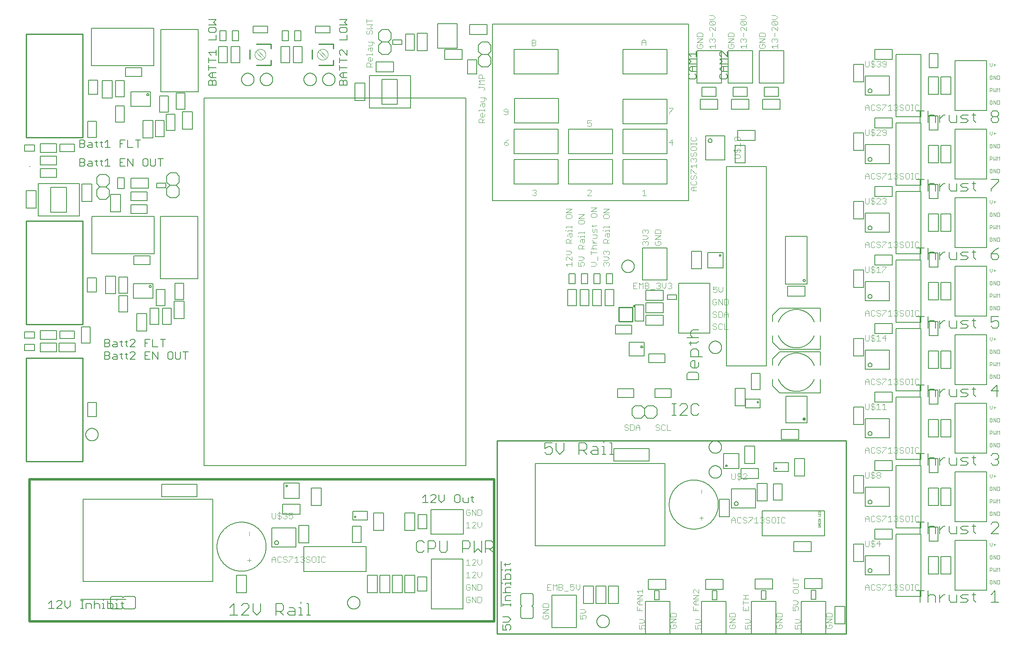
<source format=gto>
G75*
%MOIN*%
%OFA0B0*%
%FSLAX25Y25*%
%IPPOS*%
%LPD*%
%AMOC8*
5,1,8,0,0,1.08239X$1,22.5*
%
%ADD10C,0.00800*%
%ADD11C,0.00400*%
%ADD12C,0.00100*%
%ADD13C,0.00300*%
%ADD14C,0.00600*%
%ADD15C,0.02000*%
%ADD16C,0.01000*%
%ADD17C,0.00500*%
%ADD18C,0.02559*%
%ADD19R,0.00787X0.00787*%
D10*
X0818700Y0953100D02*
X0824839Y0953100D01*
X0827908Y0953100D02*
X0834046Y0959239D01*
X0834046Y0960773D01*
X0832512Y0962308D01*
X0829442Y0962308D01*
X0827908Y0960773D01*
X0821769Y0962308D02*
X0821769Y0953100D01*
X0827908Y0953100D02*
X0834046Y0953100D01*
X0837116Y0956169D02*
X0840185Y0953100D01*
X0843254Y0956169D01*
X0843254Y0962308D01*
X0837116Y0962308D02*
X0837116Y0956169D01*
X0821769Y0962308D02*
X0818700Y0959239D01*
X0855531Y0962308D02*
X0860135Y0962308D01*
X0861670Y0960773D01*
X0861670Y0957704D01*
X0860135Y0956169D01*
X0855531Y0956169D01*
X0855531Y0953100D02*
X0855531Y0962308D01*
X0858601Y0956169D02*
X0861670Y0953100D01*
X0864739Y0954635D02*
X0866274Y0956169D01*
X0870878Y0956169D01*
X0870878Y0957704D02*
X0870878Y0953100D01*
X0866274Y0953100D01*
X0864739Y0954635D01*
X0866274Y0959239D02*
X0869343Y0959239D01*
X0870878Y0957704D01*
X0873947Y0959239D02*
X0875482Y0959239D01*
X0875482Y0953100D01*
X0877016Y0953100D02*
X0873947Y0953100D01*
X0880086Y0953100D02*
X0883155Y0953100D01*
X0881620Y0953100D02*
X0881620Y0962308D01*
X0880086Y0962308D01*
X0875482Y0962308D02*
X0875482Y0963843D01*
X0968400Y1004935D02*
X0969935Y1003400D01*
X0973004Y1003400D01*
X0974539Y1004935D01*
X0977608Y1006469D02*
X0982212Y1006469D01*
X0983746Y1008004D01*
X0983746Y1011073D01*
X0982212Y1012608D01*
X0977608Y1012608D01*
X0977608Y1003400D01*
X0974539Y1011073D02*
X0973004Y1012608D01*
X0969935Y1012608D01*
X0968400Y1011073D01*
X0968400Y1004935D01*
X0986816Y1004935D02*
X0986816Y1012608D01*
X0992954Y1012608D02*
X0992954Y1004935D01*
X0991420Y1003400D01*
X0988350Y1003400D01*
X0986816Y1004935D01*
X1005231Y1006469D02*
X1009835Y1006469D01*
X1011370Y1008004D01*
X1011370Y1011073D01*
X1009835Y1012608D01*
X1005231Y1012608D01*
X1005231Y1003400D01*
X1014439Y1003400D02*
X1017509Y1006469D01*
X1020578Y1003400D01*
X1020578Y1012608D01*
X1023647Y1012608D02*
X1028251Y1012608D01*
X1029786Y1011073D01*
X1029786Y1008004D01*
X1028251Y1006469D01*
X1023647Y1006469D01*
X1023647Y1003400D02*
X1023647Y1012608D01*
X1026716Y1006469D02*
X1029786Y1003400D01*
X1014439Y1003400D02*
X1014439Y1012608D01*
X1072635Y1082200D02*
X1071100Y1083735D01*
X1072635Y1082200D02*
X1075704Y1082200D01*
X1077239Y1083735D01*
X1077239Y1086804D01*
X1075704Y1088339D01*
X1074169Y1088339D01*
X1071100Y1086804D01*
X1071100Y1091408D01*
X1077239Y1091408D01*
X1080308Y1091408D02*
X1080308Y1085269D01*
X1083377Y1082200D01*
X1086446Y1085269D01*
X1086446Y1091408D01*
X1098724Y1091408D02*
X1103328Y1091408D01*
X1104862Y1089873D01*
X1104862Y1086804D01*
X1103328Y1085269D01*
X1098724Y1085269D01*
X1101793Y1085269D02*
X1104862Y1082200D01*
X1107931Y1083735D02*
X1109466Y1085269D01*
X1114070Y1085269D01*
X1114070Y1086804D02*
X1114070Y1082200D01*
X1109466Y1082200D01*
X1107931Y1083735D01*
X1109466Y1088339D02*
X1112535Y1088339D01*
X1114070Y1086804D01*
X1117139Y1088339D02*
X1118674Y1088339D01*
X1118674Y1082200D01*
X1117139Y1082200D02*
X1120209Y1082200D01*
X1123278Y1082200D02*
X1126347Y1082200D01*
X1124813Y1082200D02*
X1124813Y1091408D01*
X1123278Y1091408D01*
X1118674Y1091408D02*
X1118674Y1092943D01*
X1098724Y1091408D02*
X1098724Y1082200D01*
X1173400Y1113400D02*
X1176469Y1113400D01*
X1174935Y1113400D02*
X1174935Y1122608D01*
X1176469Y1122608D02*
X1173400Y1122608D01*
X1179539Y1121073D02*
X1181073Y1122608D01*
X1184142Y1122608D01*
X1185677Y1121073D01*
X1185677Y1119539D01*
X1179539Y1113400D01*
X1185677Y1113400D01*
X1188746Y1114935D02*
X1188746Y1121073D01*
X1190281Y1122608D01*
X1193350Y1122608D01*
X1194885Y1121073D01*
X1194885Y1114935D02*
X1193350Y1113400D01*
X1190281Y1113400D01*
X1188746Y1114935D01*
X1185292Y1142100D02*
X1185292Y1146704D01*
X1186827Y1148239D01*
X1192965Y1148239D01*
X1194500Y1146704D01*
X1194500Y1142100D01*
X1185292Y1142100D01*
X1189896Y1151308D02*
X1188361Y1152842D01*
X1188361Y1155912D01*
X1189896Y1157446D01*
X1191431Y1157446D01*
X1191431Y1151308D01*
X1192965Y1151308D02*
X1189896Y1151308D01*
X1192965Y1151308D02*
X1194500Y1152842D01*
X1194500Y1155912D01*
X1194500Y1160516D02*
X1194500Y1165120D01*
X1192965Y1166654D01*
X1189896Y1166654D01*
X1188361Y1165120D01*
X1188361Y1160516D01*
X1197569Y1160516D01*
X1192965Y1171258D02*
X1194500Y1172793D01*
X1192965Y1171258D02*
X1186827Y1171258D01*
X1188361Y1169724D02*
X1188361Y1172793D01*
X1189896Y1175862D02*
X1188361Y1177397D01*
X1188361Y1180466D01*
X1189896Y1182001D01*
X1194500Y1182001D01*
X1194500Y1175862D02*
X1185292Y1175862D01*
X1253906Y1177291D02*
X1253906Y1172173D01*
X1259614Y1166465D01*
X1292094Y1166465D01*
X1292094Y1177291D01*
X1292094Y1188709D02*
X1292094Y1199535D01*
X1259614Y1199535D01*
X1253906Y1193827D01*
X1253906Y1188709D01*
X1258630Y1188512D02*
X1258768Y1188860D01*
X1258915Y1189204D01*
X1259070Y1189545D01*
X1259233Y1189882D01*
X1259405Y1190215D01*
X1259585Y1190544D01*
X1259772Y1190868D01*
X1259967Y1191188D01*
X1260171Y1191502D01*
X1260381Y1191812D01*
X1260599Y1192116D01*
X1260825Y1192415D01*
X1261058Y1192709D01*
X1261297Y1192997D01*
X1261544Y1193278D01*
X1261798Y1193554D01*
X1262058Y1193823D01*
X1262324Y1194087D01*
X1262597Y1194343D01*
X1262876Y1194593D01*
X1263161Y1194836D01*
X1263452Y1195072D01*
X1263749Y1195300D01*
X1264051Y1195522D01*
X1264358Y1195736D01*
X1264671Y1195942D01*
X1264988Y1196141D01*
X1265310Y1196332D01*
X1265637Y1196515D01*
X1265968Y1196691D01*
X1266303Y1196858D01*
X1266642Y1197016D01*
X1266985Y1197167D01*
X1267332Y1197309D01*
X1267681Y1197443D01*
X1268034Y1197568D01*
X1268390Y1197684D01*
X1268749Y1197792D01*
X1269110Y1197891D01*
X1269474Y1197982D01*
X1269839Y1198063D01*
X1270207Y1198135D01*
X1270576Y1198199D01*
X1270946Y1198253D01*
X1271318Y1198299D01*
X1271691Y1198335D01*
X1272064Y1198363D01*
X1272438Y1198381D01*
X1272813Y1198390D01*
X1273187Y1198390D01*
X1273562Y1198381D01*
X1273936Y1198363D01*
X1274309Y1198335D01*
X1274682Y1198299D01*
X1275054Y1198253D01*
X1275424Y1198199D01*
X1275793Y1198135D01*
X1276161Y1198063D01*
X1276526Y1197982D01*
X1276890Y1197891D01*
X1277251Y1197792D01*
X1277610Y1197684D01*
X1277966Y1197568D01*
X1278319Y1197443D01*
X1278668Y1197309D01*
X1279015Y1197167D01*
X1279358Y1197016D01*
X1279697Y1196858D01*
X1280032Y1196691D01*
X1280363Y1196515D01*
X1280690Y1196332D01*
X1281012Y1196141D01*
X1281329Y1195942D01*
X1281642Y1195736D01*
X1281949Y1195522D01*
X1282251Y1195300D01*
X1282548Y1195072D01*
X1282839Y1194836D01*
X1283124Y1194593D01*
X1283403Y1194343D01*
X1283676Y1194087D01*
X1283942Y1193823D01*
X1284202Y1193554D01*
X1284456Y1193278D01*
X1284703Y1192997D01*
X1284942Y1192709D01*
X1285175Y1192415D01*
X1285401Y1192116D01*
X1285619Y1191812D01*
X1285829Y1191502D01*
X1286033Y1191188D01*
X1286228Y1190868D01*
X1286415Y1190544D01*
X1286595Y1190215D01*
X1286767Y1189882D01*
X1286930Y1189545D01*
X1287085Y1189204D01*
X1287232Y1188860D01*
X1287370Y1188512D01*
X1287370Y1177488D02*
X1287232Y1177140D01*
X1287085Y1176796D01*
X1286930Y1176455D01*
X1286767Y1176118D01*
X1286595Y1175785D01*
X1286415Y1175456D01*
X1286228Y1175132D01*
X1286033Y1174812D01*
X1285829Y1174498D01*
X1285619Y1174188D01*
X1285401Y1173884D01*
X1285175Y1173585D01*
X1284942Y1173291D01*
X1284703Y1173003D01*
X1284456Y1172722D01*
X1284202Y1172446D01*
X1283942Y1172177D01*
X1283676Y1171913D01*
X1283403Y1171657D01*
X1283124Y1171407D01*
X1282839Y1171164D01*
X1282548Y1170928D01*
X1282251Y1170700D01*
X1281949Y1170478D01*
X1281642Y1170264D01*
X1281329Y1170058D01*
X1281012Y1169859D01*
X1280690Y1169668D01*
X1280363Y1169485D01*
X1280032Y1169309D01*
X1279697Y1169142D01*
X1279358Y1168984D01*
X1279015Y1168833D01*
X1278668Y1168691D01*
X1278319Y1168557D01*
X1277966Y1168432D01*
X1277610Y1168316D01*
X1277251Y1168208D01*
X1276890Y1168109D01*
X1276526Y1168018D01*
X1276161Y1167937D01*
X1275793Y1167865D01*
X1275424Y1167801D01*
X1275054Y1167747D01*
X1274682Y1167701D01*
X1274309Y1167665D01*
X1273936Y1167637D01*
X1273562Y1167619D01*
X1273187Y1167610D01*
X1272813Y1167610D01*
X1272438Y1167619D01*
X1272064Y1167637D01*
X1271691Y1167665D01*
X1271318Y1167701D01*
X1270946Y1167747D01*
X1270576Y1167801D01*
X1270207Y1167865D01*
X1269839Y1167937D01*
X1269474Y1168018D01*
X1269110Y1168109D01*
X1268749Y1168208D01*
X1268390Y1168316D01*
X1268034Y1168432D01*
X1267681Y1168557D01*
X1267332Y1168691D01*
X1266985Y1168833D01*
X1266642Y1168984D01*
X1266303Y1169142D01*
X1265968Y1169309D01*
X1265637Y1169485D01*
X1265310Y1169668D01*
X1264988Y1169859D01*
X1264671Y1170058D01*
X1264358Y1170264D01*
X1264051Y1170478D01*
X1263749Y1170700D01*
X1263452Y1170928D01*
X1263161Y1171164D01*
X1262876Y1171407D01*
X1262597Y1171657D01*
X1262324Y1171913D01*
X1262058Y1172177D01*
X1261798Y1172446D01*
X1261544Y1172722D01*
X1261297Y1173003D01*
X1261058Y1173291D01*
X1260825Y1173585D01*
X1260599Y1173884D01*
X1260381Y1174188D01*
X1260171Y1174498D01*
X1259967Y1174812D01*
X1259772Y1175132D01*
X1259585Y1175456D01*
X1259405Y1175785D01*
X1259233Y1176118D01*
X1259070Y1176455D01*
X1258915Y1176796D01*
X1258768Y1177140D01*
X1258630Y1177488D01*
X1259614Y1164535D02*
X1253906Y1158827D01*
X1253906Y1153709D01*
X1253906Y1142291D02*
X1253906Y1137173D01*
X1259614Y1131465D01*
X1292094Y1131465D01*
X1292094Y1142291D01*
X1292094Y1153709D02*
X1292094Y1164535D01*
X1259614Y1164535D01*
X1258630Y1142488D02*
X1258768Y1142140D01*
X1258915Y1141796D01*
X1259070Y1141455D01*
X1259233Y1141118D01*
X1259405Y1140785D01*
X1259585Y1140456D01*
X1259772Y1140132D01*
X1259967Y1139812D01*
X1260171Y1139498D01*
X1260381Y1139188D01*
X1260599Y1138884D01*
X1260825Y1138585D01*
X1261058Y1138291D01*
X1261297Y1138003D01*
X1261544Y1137722D01*
X1261798Y1137446D01*
X1262058Y1137177D01*
X1262324Y1136913D01*
X1262597Y1136657D01*
X1262876Y1136407D01*
X1263161Y1136164D01*
X1263452Y1135928D01*
X1263749Y1135700D01*
X1264051Y1135478D01*
X1264358Y1135264D01*
X1264671Y1135058D01*
X1264988Y1134859D01*
X1265310Y1134668D01*
X1265637Y1134485D01*
X1265968Y1134309D01*
X1266303Y1134142D01*
X1266642Y1133984D01*
X1266985Y1133833D01*
X1267332Y1133691D01*
X1267681Y1133557D01*
X1268034Y1133432D01*
X1268390Y1133316D01*
X1268749Y1133208D01*
X1269110Y1133109D01*
X1269474Y1133018D01*
X1269839Y1132937D01*
X1270207Y1132865D01*
X1270576Y1132801D01*
X1270946Y1132747D01*
X1271318Y1132701D01*
X1271691Y1132665D01*
X1272064Y1132637D01*
X1272438Y1132619D01*
X1272813Y1132610D01*
X1273187Y1132610D01*
X1273562Y1132619D01*
X1273936Y1132637D01*
X1274309Y1132665D01*
X1274682Y1132701D01*
X1275054Y1132747D01*
X1275424Y1132801D01*
X1275793Y1132865D01*
X1276161Y1132937D01*
X1276526Y1133018D01*
X1276890Y1133109D01*
X1277251Y1133208D01*
X1277610Y1133316D01*
X1277966Y1133432D01*
X1278319Y1133557D01*
X1278668Y1133691D01*
X1279015Y1133833D01*
X1279358Y1133984D01*
X1279697Y1134142D01*
X1280032Y1134309D01*
X1280363Y1134485D01*
X1280690Y1134668D01*
X1281012Y1134859D01*
X1281329Y1135058D01*
X1281642Y1135264D01*
X1281949Y1135478D01*
X1282251Y1135700D01*
X1282548Y1135928D01*
X1282839Y1136164D01*
X1283124Y1136407D01*
X1283403Y1136657D01*
X1283676Y1136913D01*
X1283942Y1137177D01*
X1284202Y1137446D01*
X1284456Y1137722D01*
X1284703Y1138003D01*
X1284942Y1138291D01*
X1285175Y1138585D01*
X1285401Y1138884D01*
X1285619Y1139188D01*
X1285829Y1139498D01*
X1286033Y1139812D01*
X1286228Y1140132D01*
X1286415Y1140456D01*
X1286595Y1140785D01*
X1286767Y1141118D01*
X1286930Y1141455D01*
X1287085Y1141796D01*
X1287232Y1142140D01*
X1287370Y1142488D01*
X1281465Y1128630D02*
X1264535Y1128630D01*
X1264535Y1107370D01*
X1281465Y1107370D01*
X1281465Y1128630D01*
X1287370Y1153512D02*
X1287232Y1153860D01*
X1287085Y1154204D01*
X1286930Y1154545D01*
X1286767Y1154882D01*
X1286595Y1155215D01*
X1286415Y1155544D01*
X1286228Y1155868D01*
X1286033Y1156188D01*
X1285829Y1156502D01*
X1285619Y1156812D01*
X1285401Y1157116D01*
X1285175Y1157415D01*
X1284942Y1157709D01*
X1284703Y1157997D01*
X1284456Y1158278D01*
X1284202Y1158554D01*
X1283942Y1158823D01*
X1283676Y1159087D01*
X1283403Y1159343D01*
X1283124Y1159593D01*
X1282839Y1159836D01*
X1282548Y1160072D01*
X1282251Y1160300D01*
X1281949Y1160522D01*
X1281642Y1160736D01*
X1281329Y1160942D01*
X1281012Y1161141D01*
X1280690Y1161332D01*
X1280363Y1161515D01*
X1280032Y1161691D01*
X1279697Y1161858D01*
X1279358Y1162016D01*
X1279015Y1162167D01*
X1278668Y1162309D01*
X1278319Y1162443D01*
X1277966Y1162568D01*
X1277610Y1162684D01*
X1277251Y1162792D01*
X1276890Y1162891D01*
X1276526Y1162982D01*
X1276161Y1163063D01*
X1275793Y1163135D01*
X1275424Y1163199D01*
X1275054Y1163253D01*
X1274682Y1163299D01*
X1274309Y1163335D01*
X1273936Y1163363D01*
X1273562Y1163381D01*
X1273187Y1163390D01*
X1272813Y1163390D01*
X1272438Y1163381D01*
X1272064Y1163363D01*
X1271691Y1163335D01*
X1271318Y1163299D01*
X1270946Y1163253D01*
X1270576Y1163199D01*
X1270207Y1163135D01*
X1269839Y1163063D01*
X1269474Y1162982D01*
X1269110Y1162891D01*
X1268749Y1162792D01*
X1268390Y1162684D01*
X1268034Y1162568D01*
X1267681Y1162443D01*
X1267332Y1162309D01*
X1266985Y1162167D01*
X1266642Y1162016D01*
X1266303Y1161858D01*
X1265968Y1161691D01*
X1265637Y1161515D01*
X1265310Y1161332D01*
X1264988Y1161141D01*
X1264671Y1160942D01*
X1264358Y1160736D01*
X1264051Y1160522D01*
X1263749Y1160300D01*
X1263452Y1160072D01*
X1263161Y1159836D01*
X1262876Y1159593D01*
X1262597Y1159343D01*
X1262324Y1159087D01*
X1262058Y1158823D01*
X1261798Y1158554D01*
X1261544Y1158278D01*
X1261297Y1157997D01*
X1261058Y1157709D01*
X1260825Y1157415D01*
X1260599Y1157116D01*
X1260381Y1156812D01*
X1260171Y1156502D01*
X1259967Y1156188D01*
X1259772Y1155868D01*
X1259585Y1155544D01*
X1259405Y1155215D01*
X1259233Y1154882D01*
X1259070Y1154545D01*
X1258915Y1154204D01*
X1258768Y1153860D01*
X1258630Y1153512D01*
X1369341Y1137608D02*
X1375480Y1137608D01*
X1378549Y1137608D02*
X1378549Y1128400D01*
X1378549Y1133004D02*
X1380083Y1134539D01*
X1383153Y1134539D01*
X1384687Y1133004D01*
X1384687Y1128400D01*
X1387757Y1128400D02*
X1387757Y1134539D01*
X1390826Y1134539D02*
X1392361Y1134539D01*
X1390826Y1134539D02*
X1387757Y1131469D01*
X1395430Y1129935D02*
X1396965Y1128400D01*
X1401568Y1128400D01*
X1401568Y1134539D01*
X1404638Y1133004D02*
X1406172Y1134539D01*
X1410776Y1134539D01*
X1413846Y1134539D02*
X1416915Y1134539D01*
X1415380Y1136073D02*
X1415380Y1129935D01*
X1416915Y1128400D01*
X1410776Y1129935D02*
X1409242Y1131469D01*
X1406172Y1131469D01*
X1404638Y1133004D01*
X1404638Y1128400D02*
X1409242Y1128400D01*
X1410776Y1129935D01*
X1395430Y1129935D02*
X1395430Y1134539D01*
X1429192Y1133004D02*
X1435331Y1133004D01*
X1433796Y1137608D02*
X1429192Y1133004D01*
X1433796Y1128400D02*
X1433796Y1137608D01*
X1433796Y1082608D02*
X1430727Y1082608D01*
X1429192Y1081073D01*
X1432261Y1078004D02*
X1433796Y1078004D01*
X1435331Y1076469D01*
X1435331Y1074935D01*
X1433796Y1073400D01*
X1430727Y1073400D01*
X1429192Y1074935D01*
X1433796Y1078004D02*
X1435331Y1079539D01*
X1435331Y1081073D01*
X1433796Y1082608D01*
X1416915Y1079539D02*
X1413846Y1079539D01*
X1415380Y1081073D02*
X1415380Y1074935D01*
X1416915Y1073400D01*
X1410776Y1074935D02*
X1409242Y1076469D01*
X1406172Y1076469D01*
X1404638Y1078004D01*
X1406172Y1079539D01*
X1410776Y1079539D01*
X1410776Y1074935D02*
X1409242Y1073400D01*
X1404638Y1073400D01*
X1401568Y1073400D02*
X1401568Y1079539D01*
X1395430Y1079539D02*
X1395430Y1074935D01*
X1396965Y1073400D01*
X1401568Y1073400D01*
X1392361Y1079539D02*
X1390826Y1079539D01*
X1387757Y1076469D01*
X1387757Y1073400D02*
X1387757Y1079539D01*
X1384687Y1078004D02*
X1384687Y1073400D01*
X1384687Y1078004D02*
X1383153Y1079539D01*
X1380083Y1079539D01*
X1378549Y1078004D01*
X1378549Y1082608D02*
X1378549Y1073400D01*
X1372410Y1073400D02*
X1372410Y1082608D01*
X1369341Y1082608D02*
X1375480Y1082608D01*
X1372410Y1128400D02*
X1372410Y1137608D01*
X1372410Y1183400D02*
X1372410Y1192608D01*
X1369341Y1192608D02*
X1375480Y1192608D01*
X1378549Y1192608D02*
X1378549Y1183400D01*
X1378549Y1188004D02*
X1380083Y1189539D01*
X1383153Y1189539D01*
X1384687Y1188004D01*
X1384687Y1183400D01*
X1387757Y1183400D02*
X1387757Y1189539D01*
X1390826Y1189539D02*
X1392361Y1189539D01*
X1390826Y1189539D02*
X1387757Y1186469D01*
X1395430Y1184935D02*
X1396965Y1183400D01*
X1401568Y1183400D01*
X1401568Y1189539D01*
X1404638Y1188004D02*
X1406172Y1189539D01*
X1410776Y1189539D01*
X1413846Y1189539D02*
X1416915Y1189539D01*
X1415380Y1191073D02*
X1415380Y1184935D01*
X1416915Y1183400D01*
X1410776Y1184935D02*
X1409242Y1186469D01*
X1406172Y1186469D01*
X1404638Y1188004D01*
X1404638Y1183400D02*
X1409242Y1183400D01*
X1410776Y1184935D01*
X1395430Y1184935D02*
X1395430Y1189539D01*
X1429192Y1188004D02*
X1432261Y1189539D01*
X1433796Y1189539D01*
X1435331Y1188004D01*
X1435331Y1184935D01*
X1433796Y1183400D01*
X1430727Y1183400D01*
X1429192Y1184935D01*
X1429192Y1188004D02*
X1429192Y1192608D01*
X1435331Y1192608D01*
X1433796Y1238400D02*
X1430727Y1238400D01*
X1429192Y1239935D01*
X1429192Y1243004D01*
X1433796Y1243004D01*
X1435331Y1241469D01*
X1435331Y1239935D01*
X1433796Y1238400D01*
X1429192Y1243004D02*
X1432261Y1246073D01*
X1435331Y1247608D01*
X1416915Y1244539D02*
X1413846Y1244539D01*
X1415380Y1246073D02*
X1415380Y1239935D01*
X1416915Y1238400D01*
X1410776Y1239935D02*
X1409242Y1241469D01*
X1406172Y1241469D01*
X1404638Y1243004D01*
X1406172Y1244539D01*
X1410776Y1244539D01*
X1410776Y1239935D02*
X1409242Y1238400D01*
X1404638Y1238400D01*
X1401568Y1238400D02*
X1401568Y1244539D01*
X1395430Y1244539D02*
X1395430Y1239935D01*
X1396965Y1238400D01*
X1401568Y1238400D01*
X1392361Y1244539D02*
X1390826Y1244539D01*
X1387757Y1241469D01*
X1387757Y1238400D02*
X1387757Y1244539D01*
X1384687Y1243004D02*
X1384687Y1238400D01*
X1384687Y1243004D02*
X1383153Y1244539D01*
X1380083Y1244539D01*
X1378549Y1243004D01*
X1378549Y1247608D02*
X1378549Y1238400D01*
X1372410Y1238400D02*
X1372410Y1247608D01*
X1369341Y1247608D02*
X1375480Y1247608D01*
X1378549Y1293400D02*
X1378549Y1302608D01*
X1375480Y1302608D02*
X1369341Y1302608D01*
X1372410Y1302608D02*
X1372410Y1293400D01*
X1378549Y1298004D02*
X1380083Y1299539D01*
X1383153Y1299539D01*
X1384687Y1298004D01*
X1384687Y1293400D01*
X1387757Y1293400D02*
X1387757Y1299539D01*
X1390826Y1299539D02*
X1392361Y1299539D01*
X1390826Y1299539D02*
X1387757Y1296469D01*
X1395430Y1294935D02*
X1396965Y1293400D01*
X1401568Y1293400D01*
X1401568Y1299539D01*
X1404638Y1298004D02*
X1406172Y1299539D01*
X1410776Y1299539D01*
X1413846Y1299539D02*
X1416915Y1299539D01*
X1415380Y1301073D02*
X1415380Y1294935D01*
X1416915Y1293400D01*
X1410776Y1294935D02*
X1409242Y1296469D01*
X1406172Y1296469D01*
X1404638Y1298004D01*
X1404638Y1293400D02*
X1409242Y1293400D01*
X1410776Y1294935D01*
X1395430Y1294935D02*
X1395430Y1299539D01*
X1429192Y1302608D02*
X1435331Y1302608D01*
X1435331Y1301073D01*
X1429192Y1294935D01*
X1429192Y1293400D01*
X1430727Y1348400D02*
X1429192Y1349935D01*
X1429192Y1351469D01*
X1430727Y1353004D01*
X1433796Y1353004D01*
X1435331Y1351469D01*
X1435331Y1349935D01*
X1433796Y1348400D01*
X1430727Y1348400D01*
X1430727Y1353004D02*
X1429192Y1354539D01*
X1429192Y1356073D01*
X1430727Y1357608D01*
X1433796Y1357608D01*
X1435331Y1356073D01*
X1435331Y1354539D01*
X1433796Y1353004D01*
X1416915Y1354539D02*
X1413846Y1354539D01*
X1415380Y1356073D02*
X1415380Y1349935D01*
X1416915Y1348400D01*
X1410776Y1349935D02*
X1409242Y1351469D01*
X1406172Y1351469D01*
X1404638Y1353004D01*
X1406172Y1354539D01*
X1410776Y1354539D01*
X1410776Y1349935D02*
X1409242Y1348400D01*
X1404638Y1348400D01*
X1401568Y1348400D02*
X1401568Y1354539D01*
X1395430Y1354539D02*
X1395430Y1349935D01*
X1396965Y1348400D01*
X1401568Y1348400D01*
X1392361Y1354539D02*
X1390826Y1354539D01*
X1387757Y1351469D01*
X1387757Y1348400D02*
X1387757Y1354539D01*
X1384687Y1353004D02*
X1384687Y1348400D01*
X1384687Y1353004D02*
X1383153Y1354539D01*
X1380083Y1354539D01*
X1378549Y1353004D01*
X1378549Y1357608D02*
X1378549Y1348400D01*
X1372410Y1348400D02*
X1372410Y1357608D01*
X1369341Y1357608D02*
X1375480Y1357608D01*
X1375480Y1027608D02*
X1369341Y1027608D01*
X1372410Y1027608D02*
X1372410Y1018400D01*
X1378549Y1018400D02*
X1378549Y1027608D01*
X1380083Y1024539D02*
X1383153Y1024539D01*
X1384687Y1023004D01*
X1384687Y1018400D01*
X1387757Y1018400D02*
X1387757Y1024539D01*
X1390826Y1024539D02*
X1392361Y1024539D01*
X1390826Y1024539D02*
X1387757Y1021469D01*
X1395430Y1019935D02*
X1396965Y1018400D01*
X1401568Y1018400D01*
X1401568Y1024539D01*
X1404638Y1023004D02*
X1406172Y1024539D01*
X1410776Y1024539D01*
X1413846Y1024539D02*
X1416915Y1024539D01*
X1415380Y1026073D02*
X1415380Y1019935D01*
X1416915Y1018400D01*
X1410776Y1019935D02*
X1409242Y1021469D01*
X1406172Y1021469D01*
X1404638Y1023004D01*
X1404638Y1018400D02*
X1409242Y1018400D01*
X1410776Y1019935D01*
X1395430Y1019935D02*
X1395430Y1024539D01*
X1380083Y1024539D02*
X1378549Y1023004D01*
X1378549Y0972608D02*
X1378549Y0963400D01*
X1378549Y0968004D02*
X1380083Y0969539D01*
X1383153Y0969539D01*
X1384687Y0968004D01*
X1384687Y0963400D01*
X1387757Y0963400D02*
X1387757Y0969539D01*
X1390826Y0969539D02*
X1392361Y0969539D01*
X1390826Y0969539D02*
X1387757Y0966469D01*
X1395430Y0964935D02*
X1396965Y0963400D01*
X1401568Y0963400D01*
X1401568Y0969539D01*
X1404638Y0968004D02*
X1406172Y0969539D01*
X1410776Y0969539D01*
X1413846Y0969539D02*
X1416915Y0969539D01*
X1415380Y0971073D02*
X1415380Y0964935D01*
X1416915Y0963400D01*
X1410776Y0964935D02*
X1409242Y0966469D01*
X1406172Y0966469D01*
X1404638Y0968004D01*
X1404638Y0963400D02*
X1409242Y0963400D01*
X1410776Y0964935D01*
X1395430Y0964935D02*
X1395430Y0969539D01*
X1429192Y0969539D02*
X1432261Y0972608D01*
X1432261Y0963400D01*
X1429192Y0963400D02*
X1435331Y0963400D01*
X1435331Y1018400D02*
X1429192Y1018400D01*
X1435331Y1024539D01*
X1435331Y1026073D01*
X1433796Y1027608D01*
X1430727Y1027608D01*
X1429192Y1026073D01*
X1375480Y0972608D02*
X1369341Y0972608D01*
X1372410Y0972608D02*
X1372410Y0963400D01*
D11*
X1370403Y0973200D02*
X1371170Y0973967D01*
X1370403Y0973200D02*
X1368868Y0973200D01*
X1368101Y0973967D01*
X1368101Y0977037D01*
X1368868Y0977804D01*
X1370403Y0977804D01*
X1371170Y0977037D01*
X1366566Y0977804D02*
X1365031Y0977804D01*
X1365799Y0977804D02*
X1365799Y0973200D01*
X1366566Y0973200D02*
X1365031Y0973200D01*
X1363497Y0973967D02*
X1363497Y0977037D01*
X1362729Y0977804D01*
X1361195Y0977804D01*
X1360427Y0977037D01*
X1360427Y0973967D01*
X1361195Y0973200D01*
X1362729Y0973200D01*
X1363497Y0973967D01*
X1358893Y0973967D02*
X1358126Y0973200D01*
X1356591Y0973200D01*
X1355824Y0973967D01*
X1354289Y0973967D02*
X1353522Y0973200D01*
X1351987Y0973200D01*
X1351220Y0973967D01*
X1349685Y0973200D02*
X1346616Y0973200D01*
X1348150Y0973200D02*
X1348150Y0977804D01*
X1346616Y0976269D01*
X1345081Y0977037D02*
X1342012Y0973967D01*
X1342012Y0973200D01*
X1340477Y0973967D02*
X1339710Y0973200D01*
X1338175Y0973200D01*
X1337408Y0973967D01*
X1335873Y0973967D02*
X1335106Y0973200D01*
X1333571Y0973200D01*
X1332804Y0973967D01*
X1332804Y0977037D01*
X1333571Y0977804D01*
X1335106Y0977804D01*
X1335873Y0977037D01*
X1337408Y0977037D02*
X1337408Y0976269D01*
X1338175Y0975502D01*
X1339710Y0975502D01*
X1340477Y0974735D01*
X1340477Y0973967D01*
X1340477Y0977037D02*
X1339710Y0977804D01*
X1338175Y0977804D01*
X1337408Y0977037D01*
X1342012Y0977804D02*
X1345081Y0977804D01*
X1345081Y0977037D01*
X1351220Y0977037D02*
X1351987Y0977804D01*
X1353522Y0977804D01*
X1354289Y0977037D01*
X1354289Y0976269D01*
X1353522Y0975502D01*
X1354289Y0974735D01*
X1354289Y0973967D01*
X1353522Y0975502D02*
X1352754Y0975502D01*
X1355824Y0976269D02*
X1356591Y0975502D01*
X1358126Y0975502D01*
X1358893Y0974735D01*
X1358893Y0973967D01*
X1358893Y0977037D02*
X1358126Y0977804D01*
X1356591Y0977804D01*
X1355824Y0977037D01*
X1355824Y0976269D01*
X1331269Y0976269D02*
X1331269Y0973200D01*
X1331269Y0975502D02*
X1328200Y0975502D01*
X1328200Y0976269D02*
X1329735Y0977804D01*
X1331269Y0976269D01*
X1328200Y0976269D02*
X1328200Y0973200D01*
X1301500Y0953998D02*
X1300733Y0954765D01*
X1297663Y0954765D01*
X1296896Y0953998D01*
X1296896Y0951696D01*
X1301500Y0951696D01*
X1301500Y0953998D01*
X1301500Y0950161D02*
X1296896Y0950161D01*
X1296896Y0947092D02*
X1301500Y0950161D01*
X1301500Y0947092D02*
X1296896Y0947092D01*
X1297663Y0945557D02*
X1296896Y0944790D01*
X1296896Y0943256D01*
X1297663Y0942488D01*
X1300733Y0942488D01*
X1301500Y0943256D01*
X1301500Y0944790D01*
X1300733Y0945557D01*
X1299198Y0945557D01*
X1299198Y0944023D01*
X1276500Y0944394D02*
X1276500Y0942859D01*
X1275733Y0942092D01*
X1274198Y0942092D02*
X1273431Y0943627D01*
X1273431Y0944394D01*
X1274198Y0945161D01*
X1275733Y0945161D01*
X1276500Y0944394D01*
X1274965Y0946696D02*
X1276500Y0948231D01*
X1274965Y0949765D01*
X1271896Y0949765D01*
X1271896Y0946696D02*
X1274965Y0946696D01*
X1271896Y0945161D02*
X1271896Y0942092D01*
X1274198Y0942092D01*
X1261500Y0943256D02*
X1261500Y0944790D01*
X1260733Y0945557D01*
X1259198Y0945557D01*
X1259198Y0944023D01*
X1257663Y0945557D02*
X1256896Y0944790D01*
X1256896Y0943256D01*
X1257663Y0942488D01*
X1260733Y0942488D01*
X1261500Y0943256D01*
X1261500Y0947092D02*
X1256896Y0947092D01*
X1261500Y0950161D01*
X1256896Y0950161D01*
X1256896Y0951696D02*
X1256896Y0953998D01*
X1257663Y0954765D01*
X1260733Y0954765D01*
X1261500Y0953998D01*
X1261500Y0951696D01*
X1256896Y0951696D01*
X1270096Y0956900D02*
X1272398Y0956900D01*
X1271631Y0958435D01*
X1271631Y0959202D01*
X1272398Y0959969D01*
X1273933Y0959969D01*
X1274700Y0959202D01*
X1274700Y0957667D01*
X1273933Y0956900D01*
X1270096Y0956900D02*
X1270096Y0959969D01*
X1270096Y0961504D02*
X1273165Y0961504D01*
X1274700Y0963039D01*
X1273165Y0964573D01*
X1270096Y0964573D01*
X1270863Y0970712D02*
X1273933Y0970712D01*
X1274700Y0971479D01*
X1274700Y0973014D01*
X1273933Y0973781D01*
X1270863Y0973781D01*
X1270096Y0973014D01*
X1270096Y0971479D01*
X1270863Y0970712D01*
X1270096Y0975316D02*
X1273933Y0975316D01*
X1274700Y0976083D01*
X1274700Y0977618D01*
X1273933Y0978385D01*
X1270096Y0978385D01*
X1270096Y0979920D02*
X1270096Y0982989D01*
X1270096Y0981454D02*
X1274700Y0981454D01*
X1234700Y0969177D02*
X1230096Y0969177D01*
X1232398Y0969177D02*
X1232398Y0966108D01*
X1234700Y0966108D02*
X1230096Y0966108D01*
X1230096Y0964573D02*
X1230096Y0961504D01*
X1230096Y0963039D02*
X1234700Y0963039D01*
X1234700Y0959969D02*
X1234700Y0956900D01*
X1230096Y0956900D01*
X1230096Y0959969D01*
X1232398Y0958435D02*
X1232398Y0956900D01*
X1231896Y0949765D02*
X1234965Y0949765D01*
X1236500Y0948231D01*
X1234965Y0946696D01*
X1231896Y0946696D01*
X1231896Y0945161D02*
X1231896Y0942092D01*
X1234198Y0942092D01*
X1233431Y0943627D01*
X1233431Y0944394D01*
X1234198Y0945161D01*
X1235733Y0945161D01*
X1236500Y0944394D01*
X1236500Y0942859D01*
X1235733Y0942092D01*
X1224000Y0943256D02*
X1224000Y0944790D01*
X1223233Y0945557D01*
X1221698Y0945557D01*
X1221698Y0944023D01*
X1220163Y0945557D02*
X1219396Y0944790D01*
X1219396Y0943256D01*
X1220163Y0942488D01*
X1223233Y0942488D01*
X1224000Y0943256D01*
X1224000Y0947092D02*
X1219396Y0947092D01*
X1224000Y0950161D01*
X1219396Y0950161D01*
X1219396Y0951696D02*
X1219396Y0953998D01*
X1220163Y0954765D01*
X1223233Y0954765D01*
X1224000Y0953998D01*
X1224000Y0951696D01*
X1219396Y0951696D01*
X1196500Y0948231D02*
X1194965Y0949765D01*
X1191896Y0949765D01*
X1191896Y0946696D02*
X1194965Y0946696D01*
X1196500Y0948231D01*
X1195733Y0945161D02*
X1196500Y0944394D01*
X1196500Y0942859D01*
X1195733Y0942092D01*
X1194198Y0942092D02*
X1193431Y0943627D01*
X1193431Y0944394D01*
X1194198Y0945161D01*
X1195733Y0945161D01*
X1194198Y0942092D02*
X1191896Y0942092D01*
X1191896Y0945161D01*
X1192398Y0956900D02*
X1192398Y0958435D01*
X1190096Y0956900D02*
X1190096Y0959969D01*
X1191631Y0961504D02*
X1190096Y0963039D01*
X1191631Y0964573D01*
X1194700Y0964573D01*
X1194700Y0966108D02*
X1190096Y0966108D01*
X1194700Y0969177D01*
X1190096Y0969177D01*
X1190863Y0970712D02*
X1190096Y0971479D01*
X1190096Y0973014D01*
X1190863Y0973781D01*
X1191631Y0973781D01*
X1194700Y0970712D01*
X1194700Y0973781D01*
X1192398Y0964573D02*
X1192398Y0961504D01*
X1191631Y0961504D02*
X1194700Y0961504D01*
X1194700Y0956900D02*
X1190096Y0956900D01*
X1176500Y0953998D02*
X1175733Y0954765D01*
X1172663Y0954765D01*
X1171896Y0953998D01*
X1171896Y0951696D01*
X1176500Y0951696D01*
X1176500Y0953998D01*
X1176500Y0950161D02*
X1171896Y0950161D01*
X1171896Y0947092D02*
X1176500Y0950161D01*
X1176500Y0947092D02*
X1171896Y0947092D01*
X1172663Y0945557D02*
X1171896Y0944790D01*
X1171896Y0943256D01*
X1172663Y0942488D01*
X1175733Y0942488D01*
X1176500Y0943256D01*
X1176500Y0944790D01*
X1175733Y0945557D01*
X1174198Y0945557D01*
X1174198Y0944023D01*
X1151500Y0944394D02*
X1151500Y0942859D01*
X1150733Y0942092D01*
X1149198Y0942092D02*
X1148431Y0943627D01*
X1148431Y0944394D01*
X1149198Y0945161D01*
X1150733Y0945161D01*
X1151500Y0944394D01*
X1149965Y0946696D02*
X1151500Y0948231D01*
X1149965Y0949765D01*
X1146896Y0949765D01*
X1146896Y0946696D02*
X1149965Y0946696D01*
X1146896Y0945161D02*
X1146896Y0942092D01*
X1149198Y0942092D01*
X1149700Y0956900D02*
X1145096Y0956900D01*
X1145096Y0959969D01*
X1146631Y0961504D02*
X1145096Y0963039D01*
X1146631Y0964573D01*
X1149700Y0964573D01*
X1149700Y0966108D02*
X1145096Y0966108D01*
X1149700Y0969177D01*
X1145096Y0969177D01*
X1146631Y0970712D02*
X1145096Y0972246D01*
X1149700Y0972246D01*
X1149700Y0970712D02*
X1149700Y0973781D01*
X1147398Y0964573D02*
X1147398Y0961504D01*
X1146631Y0961504D02*
X1149700Y0961504D01*
X1147398Y0958435D02*
X1147398Y0956900D01*
X1104100Y0956239D02*
X1102565Y0957773D01*
X1099496Y0957773D01*
X1099496Y0954704D02*
X1102565Y0954704D01*
X1104100Y0956239D01*
X1103333Y0953169D02*
X1104100Y0952402D01*
X1104100Y0950867D01*
X1103333Y0950100D01*
X1101798Y0950100D02*
X1101031Y0951635D01*
X1101031Y0952402D01*
X1101798Y0953169D01*
X1103333Y0953169D01*
X1101798Y0950100D02*
X1099496Y0950100D01*
X1099496Y0953169D01*
X1097754Y0973200D02*
X1099289Y0974735D01*
X1099289Y0977804D01*
X1096220Y0977804D02*
X1096220Y0974735D01*
X1097754Y0973200D01*
X1094685Y0973967D02*
X1093918Y0973200D01*
X1092383Y0973200D01*
X1091616Y0973967D01*
X1091616Y0975502D02*
X1093150Y0976269D01*
X1093918Y0976269D01*
X1094685Y0975502D01*
X1094685Y0973967D01*
X1091616Y0975502D02*
X1091616Y0977804D01*
X1094685Y0977804D01*
X1090081Y0972433D02*
X1087012Y0972433D01*
X1085477Y0973967D02*
X1084710Y0973200D01*
X1082408Y0973200D01*
X1082408Y0977804D01*
X1084710Y0977804D01*
X1085477Y0977037D01*
X1085477Y0976269D01*
X1084710Y0975502D01*
X1082408Y0975502D01*
X1084710Y0975502D02*
X1085477Y0974735D01*
X1085477Y0973967D01*
X1080873Y0973200D02*
X1080873Y0977804D01*
X1079339Y0976269D01*
X1077804Y0977804D01*
X1077804Y0973200D01*
X1076269Y0973200D02*
X1073200Y0973200D01*
X1073200Y0977804D01*
X1076269Y0977804D01*
X1074735Y0975502D02*
X1073200Y0975502D01*
X1073333Y0962377D02*
X1070263Y0962377D01*
X1069496Y0961610D01*
X1069496Y0959308D01*
X1074100Y0959308D01*
X1074100Y0961610D01*
X1073333Y0962377D01*
X1074100Y0957773D02*
X1069496Y0957773D01*
X1069496Y0954704D02*
X1074100Y0957773D01*
X1074100Y0954704D02*
X1069496Y0954704D01*
X1070263Y0953169D02*
X1069496Y0952402D01*
X1069496Y0950867D01*
X1070263Y0950100D01*
X1073333Y0950100D01*
X1074100Y0950867D01*
X1074100Y0952402D01*
X1073333Y0953169D01*
X1071798Y0953169D01*
X1071798Y0951635D01*
X1020477Y0963967D02*
X1020477Y0967037D01*
X1019710Y0967804D01*
X1017408Y0967804D01*
X1017408Y0963200D01*
X1019710Y0963200D01*
X1020477Y0963967D01*
X1015873Y0963200D02*
X1015873Y0967804D01*
X1012804Y0967804D02*
X1015873Y0963200D01*
X1012804Y0963200D02*
X1012804Y0967804D01*
X1011269Y0967037D02*
X1010502Y0967804D01*
X1008967Y0967804D01*
X1008200Y0967037D01*
X1008200Y0963967D01*
X1008967Y0963200D01*
X1010502Y0963200D01*
X1011269Y0963967D01*
X1011269Y0965502D01*
X1009735Y0965502D01*
X1010502Y0973200D02*
X1011269Y0973967D01*
X1011269Y0975502D01*
X1009735Y0975502D01*
X1011269Y0977037D02*
X1010502Y0977804D01*
X1008967Y0977804D01*
X1008200Y0977037D01*
X1008200Y0973967D01*
X1008967Y0973200D01*
X1010502Y0973200D01*
X1012804Y0973200D02*
X1012804Y0977804D01*
X1015873Y0973200D01*
X1015873Y0977804D01*
X1017408Y0977804D02*
X1019710Y0977804D01*
X1020477Y0977037D01*
X1020477Y0973967D01*
X1019710Y0973200D01*
X1017408Y0973200D01*
X1017408Y0977804D01*
X1018942Y0983200D02*
X1017408Y0984735D01*
X1017408Y0987804D01*
X1015873Y0987037D02*
X1015106Y0987804D01*
X1013571Y0987804D01*
X1012804Y0987037D01*
X1015873Y0987037D02*
X1015873Y0986269D01*
X1012804Y0983200D01*
X1015873Y0983200D01*
X1018942Y0983200D02*
X1020477Y0984735D01*
X1020477Y0987804D01*
X1018942Y0993200D02*
X1020477Y0994735D01*
X1020477Y0997804D01*
X1017408Y0997804D02*
X1017408Y0994735D01*
X1018942Y0993200D01*
X1015873Y0993200D02*
X1012804Y0993200D01*
X1015873Y0996269D01*
X1015873Y0997037D01*
X1015106Y0997804D01*
X1013571Y0997804D01*
X1012804Y0997037D01*
X1009735Y0997804D02*
X1009735Y0993200D01*
X1011269Y0993200D02*
X1008200Y0993200D01*
X1008200Y0996269D02*
X1009735Y0997804D01*
X1009735Y0987804D02*
X1009735Y0983200D01*
X1011269Y0983200D02*
X1008200Y0983200D01*
X1008200Y0986269D02*
X1009735Y0987804D01*
X1009735Y1023200D02*
X1009735Y1027804D01*
X1008200Y1026269D01*
X1008200Y1023200D02*
X1011269Y1023200D01*
X1012804Y1023200D02*
X1015873Y1026269D01*
X1015873Y1027037D01*
X1015106Y1027804D01*
X1013571Y1027804D01*
X1012804Y1027037D01*
X1012804Y1023200D02*
X1015873Y1023200D01*
X1017408Y1024735D02*
X1018942Y1023200D01*
X1020477Y1024735D01*
X1020477Y1027804D01*
X1017408Y1027804D02*
X1017408Y1024735D01*
X1017408Y1033200D02*
X1019710Y1033200D01*
X1020477Y1033967D01*
X1020477Y1037037D01*
X1019710Y1037804D01*
X1017408Y1037804D01*
X1017408Y1033200D01*
X1015873Y1033200D02*
X1015873Y1037804D01*
X1012804Y1037804D02*
X1015873Y1033200D01*
X1012804Y1033200D02*
X1012804Y1037804D01*
X1011269Y1037037D02*
X1010502Y1037804D01*
X1008967Y1037804D01*
X1008200Y1037037D01*
X1008200Y1033967D01*
X1008967Y1033200D01*
X1010502Y1033200D01*
X1011269Y1033967D01*
X1011269Y1035502D01*
X1009735Y1035502D01*
X0895129Y0999375D02*
X0894361Y1000142D01*
X0892827Y1000142D01*
X0892060Y0999375D01*
X0892060Y0996305D01*
X0892827Y0995538D01*
X0894361Y0995538D01*
X0895129Y0996305D01*
X0890525Y0995538D02*
X0888990Y0995538D01*
X0889758Y0995538D02*
X0889758Y1000142D01*
X0890525Y1000142D02*
X0888990Y1000142D01*
X0887456Y0999375D02*
X0886688Y1000142D01*
X0885154Y1000142D01*
X0884386Y0999375D01*
X0884386Y0996305D01*
X0885154Y0995538D01*
X0886688Y0995538D01*
X0887456Y0996305D01*
X0887456Y0999375D01*
X0882852Y0999375D02*
X0882084Y1000142D01*
X0880550Y1000142D01*
X0879782Y0999375D01*
X0879782Y0998607D01*
X0880550Y0997840D01*
X0882084Y0997840D01*
X0882852Y0997073D01*
X0882852Y0996305D01*
X0882084Y0995538D01*
X0880550Y0995538D01*
X0879782Y0996305D01*
X0878248Y0996305D02*
X0877480Y0995538D01*
X0875946Y0995538D01*
X0875178Y0996305D01*
X0873644Y0995538D02*
X0870575Y0995538D01*
X0872109Y0995538D02*
X0872109Y1000142D01*
X0870575Y0998607D01*
X0869040Y0999375D02*
X0865971Y0996305D01*
X0865971Y0995538D01*
X0864436Y0996305D02*
X0863669Y0995538D01*
X0862134Y0995538D01*
X0861367Y0996305D01*
X0859832Y0996305D02*
X0859065Y0995538D01*
X0857530Y0995538D01*
X0856763Y0996305D01*
X0856763Y0999375D01*
X0857530Y1000142D01*
X0859065Y1000142D01*
X0859832Y0999375D01*
X0861367Y0999375D02*
X0861367Y0998607D01*
X0862134Y0997840D01*
X0863669Y0997840D01*
X0864436Y0997073D01*
X0864436Y0996305D01*
X0864436Y0999375D02*
X0863669Y1000142D01*
X0862134Y1000142D01*
X0861367Y0999375D01*
X0865971Y1000142D02*
X0869040Y1000142D01*
X0869040Y0999375D01*
X0875178Y0999375D02*
X0875946Y1000142D01*
X0877480Y1000142D01*
X0878248Y0999375D01*
X0878248Y0998607D01*
X0877480Y0997840D01*
X0878248Y0997073D01*
X0878248Y0996305D01*
X0877480Y0997840D02*
X0876713Y0997840D01*
X0855228Y0997840D02*
X0852159Y0997840D01*
X0852159Y0998607D02*
X0853693Y1000142D01*
X0855228Y0998607D01*
X0855228Y0995538D01*
X0852159Y0995538D02*
X0852159Y0998607D01*
X0835694Y0997136D02*
X0832625Y0997136D01*
X0834159Y0995602D02*
X0834159Y0998671D01*
X0834159Y1016861D02*
X0834159Y1019931D01*
X0852159Y1031305D02*
X0852926Y1030538D01*
X0854461Y1030538D01*
X0855228Y1031305D01*
X0855228Y1035142D01*
X0856763Y1034375D02*
X0857530Y1035142D01*
X0859065Y1035142D01*
X0859832Y1034375D01*
X0861367Y1034375D02*
X0862134Y1035142D01*
X0863669Y1035142D01*
X0864436Y1034375D01*
X0864436Y1033607D01*
X0863669Y1032840D01*
X0864436Y1032073D01*
X0864436Y1031305D01*
X0863669Y1030538D01*
X0862134Y1030538D01*
X0861367Y1031305D01*
X0859832Y1031305D02*
X0859832Y1032073D01*
X0859065Y1032840D01*
X0857530Y1032840D01*
X0856763Y1033607D01*
X0856763Y1034375D01*
X0858297Y1035909D02*
X0858297Y1029771D01*
X0857530Y1030538D02*
X0859065Y1030538D01*
X0859832Y1031305D01*
X0857530Y1030538D02*
X0856763Y1031305D01*
X0852159Y1031305D02*
X0852159Y1035142D01*
X0862901Y1032840D02*
X0863669Y1032840D01*
X0865971Y1032840D02*
X0867505Y1033607D01*
X0868273Y1033607D01*
X0869040Y1032840D01*
X0869040Y1031305D01*
X0868273Y1030538D01*
X0866738Y1030538D01*
X0865971Y1031305D01*
X0865971Y1032840D02*
X0865971Y1035142D01*
X0869040Y1035142D01*
X1088196Y1234735D02*
X1092800Y1234735D01*
X1092800Y1236269D02*
X1092800Y1233200D01*
X1089731Y1233200D02*
X1088196Y1234735D01*
X1088963Y1237804D02*
X1088196Y1238571D01*
X1088196Y1240106D01*
X1088963Y1240873D01*
X1089731Y1240873D01*
X1092800Y1237804D01*
X1092800Y1240873D01*
X1091265Y1242408D02*
X1092800Y1243942D01*
X1091265Y1245477D01*
X1088196Y1245477D01*
X1088196Y1242408D02*
X1091265Y1242408D01*
X1098196Y1240873D02*
X1101265Y1240873D01*
X1102800Y1239339D01*
X1101265Y1237804D01*
X1098196Y1237804D01*
X1098196Y1236269D02*
X1098196Y1233200D01*
X1100498Y1233200D01*
X1099731Y1234735D01*
X1099731Y1235502D01*
X1100498Y1236269D01*
X1102033Y1236269D01*
X1102800Y1235502D01*
X1102800Y1233967D01*
X1102033Y1233200D01*
X1108196Y1233200D02*
X1111265Y1233200D01*
X1112800Y1234735D01*
X1111265Y1236269D01*
X1108196Y1236269D01*
X1113567Y1237804D02*
X1113567Y1240873D01*
X1112800Y1243942D02*
X1108196Y1243942D01*
X1108196Y1242408D02*
X1108196Y1245477D01*
X1108196Y1247012D02*
X1112800Y1247012D01*
X1110498Y1247012D02*
X1109731Y1247779D01*
X1109731Y1249314D01*
X1110498Y1250081D01*
X1112800Y1250081D01*
X1112800Y1251616D02*
X1109731Y1251616D01*
X1109731Y1253150D02*
X1109731Y1253918D01*
X1109731Y1253150D02*
X1111265Y1251616D01*
X1112033Y1255452D02*
X1109731Y1255452D01*
X1112033Y1255452D02*
X1112800Y1256220D01*
X1112800Y1258522D01*
X1109731Y1258522D01*
X1110498Y1260056D02*
X1109731Y1260824D01*
X1109731Y1263126D01*
X1109731Y1264660D02*
X1109731Y1266195D01*
X1108963Y1265427D02*
X1112033Y1265427D01*
X1112800Y1266195D01*
X1112033Y1263126D02*
X1111265Y1262358D01*
X1111265Y1260824D01*
X1110498Y1260056D01*
X1112800Y1260056D02*
X1112800Y1262358D01*
X1112033Y1263126D01*
X1117429Y1261591D02*
X1118196Y1261591D01*
X1119731Y1261591D02*
X1122800Y1261591D01*
X1122800Y1260824D02*
X1122800Y1262358D01*
X1122800Y1263893D02*
X1122800Y1265427D01*
X1122800Y1264660D02*
X1118196Y1264660D01*
X1118196Y1263893D01*
X1119731Y1261591D02*
X1119731Y1260824D01*
X1120498Y1259289D02*
X1122800Y1259289D01*
X1122800Y1256987D01*
X1122033Y1256220D01*
X1121265Y1256987D01*
X1121265Y1259289D01*
X1120498Y1259289D02*
X1119731Y1258522D01*
X1119731Y1256987D01*
X1120498Y1254685D02*
X1121265Y1253918D01*
X1121265Y1251616D01*
X1121265Y1253150D02*
X1122800Y1254685D01*
X1120498Y1254685D02*
X1118963Y1254685D01*
X1118196Y1253918D01*
X1118196Y1251616D01*
X1122800Y1251616D01*
X1122033Y1245477D02*
X1122800Y1244710D01*
X1122800Y1243175D01*
X1122033Y1242408D01*
X1121265Y1240873D02*
X1118196Y1240873D01*
X1118963Y1242408D02*
X1118196Y1243175D01*
X1118196Y1244710D01*
X1118963Y1245477D01*
X1119731Y1245477D01*
X1120498Y1244710D01*
X1121265Y1245477D01*
X1122033Y1245477D01*
X1120498Y1244710D02*
X1120498Y1243942D01*
X1121265Y1240873D02*
X1122800Y1239339D01*
X1121265Y1237804D01*
X1118196Y1237804D01*
X1118963Y1236269D02*
X1119731Y1236269D01*
X1120498Y1235502D01*
X1121265Y1236269D01*
X1122033Y1236269D01*
X1122800Y1235502D01*
X1122800Y1233967D01*
X1122033Y1233200D01*
X1120498Y1234735D02*
X1120498Y1235502D01*
X1118963Y1236269D02*
X1118196Y1235502D01*
X1118196Y1233967D01*
X1118963Y1233200D01*
X1102800Y1247012D02*
X1098196Y1247012D01*
X1098196Y1249314D01*
X1098963Y1250081D01*
X1100498Y1250081D01*
X1101265Y1249314D01*
X1101265Y1247012D01*
X1101265Y1248546D02*
X1102800Y1250081D01*
X1102033Y1251616D02*
X1101265Y1252383D01*
X1101265Y1254685D01*
X1100498Y1254685D02*
X1102800Y1254685D01*
X1102800Y1252383D01*
X1102033Y1251616D01*
X1099731Y1252383D02*
X1099731Y1253918D01*
X1100498Y1254685D01*
X1099731Y1256220D02*
X1099731Y1256987D01*
X1102800Y1256987D01*
X1102800Y1256220D02*
X1102800Y1257754D01*
X1102800Y1259289D02*
X1102800Y1260824D01*
X1102800Y1260056D02*
X1098196Y1260056D01*
X1098196Y1259289D01*
X1098196Y1256987D02*
X1097429Y1256987D01*
X1092800Y1256987D02*
X1092033Y1256220D01*
X1091265Y1256987D01*
X1091265Y1259289D01*
X1090498Y1259289D02*
X1092800Y1259289D01*
X1092800Y1256987D01*
X1092800Y1254685D02*
X1091265Y1253150D01*
X1091265Y1253918D02*
X1091265Y1251616D01*
X1092800Y1251616D02*
X1088196Y1251616D01*
X1088196Y1253918D01*
X1088963Y1254685D01*
X1090498Y1254685D01*
X1091265Y1253918D01*
X1089731Y1256987D02*
X1089731Y1258522D01*
X1090498Y1259289D01*
X1089731Y1260824D02*
X1089731Y1261591D01*
X1092800Y1261591D01*
X1092800Y1260824D02*
X1092800Y1262358D01*
X1092800Y1263893D02*
X1092800Y1265427D01*
X1092800Y1264660D02*
X1088196Y1264660D01*
X1088196Y1263893D01*
X1088196Y1261591D02*
X1087429Y1261591D01*
X1088963Y1271566D02*
X1092033Y1271566D01*
X1092800Y1272333D01*
X1092800Y1273868D01*
X1092033Y1274635D01*
X1088963Y1274635D01*
X1088196Y1273868D01*
X1088196Y1272333D01*
X1088963Y1271566D01*
X1088196Y1276170D02*
X1092800Y1279239D01*
X1088196Y1279239D01*
X1088196Y1276170D02*
X1092800Y1276170D01*
X1098196Y1274635D02*
X1102800Y1274635D01*
X1098196Y1271566D01*
X1102800Y1271566D01*
X1102033Y1270031D02*
X1098963Y1270031D01*
X1098196Y1269264D01*
X1098196Y1267729D01*
X1098963Y1266962D01*
X1102033Y1266962D01*
X1102800Y1267729D01*
X1102800Y1269264D01*
X1102033Y1270031D01*
X1108196Y1273101D02*
X1108963Y1272333D01*
X1112033Y1272333D01*
X1112800Y1273101D01*
X1112800Y1274635D01*
X1112033Y1275403D01*
X1108963Y1275403D01*
X1108196Y1274635D01*
X1108196Y1273101D01*
X1108196Y1276937D02*
X1112800Y1280007D01*
X1108196Y1280007D01*
X1108196Y1276937D02*
X1112800Y1276937D01*
X1118196Y1276170D02*
X1122800Y1279239D01*
X1118196Y1279239D01*
X1118196Y1276170D02*
X1122800Y1276170D01*
X1122033Y1274635D02*
X1118963Y1274635D01*
X1118196Y1273868D01*
X1118196Y1272333D01*
X1118963Y1271566D01*
X1122033Y1271566D01*
X1122800Y1272333D01*
X1122800Y1273868D01*
X1122033Y1274635D01*
X1108456Y1289880D02*
X1105387Y1289880D01*
X1108456Y1292949D01*
X1108456Y1293717D01*
X1107689Y1294484D01*
X1106154Y1294484D01*
X1105387Y1293717D01*
X1064400Y1293717D02*
X1064400Y1292949D01*
X1063633Y1292182D01*
X1064400Y1291415D01*
X1064400Y1290647D01*
X1063633Y1289880D01*
X1062098Y1289880D01*
X1061331Y1290647D01*
X1062865Y1292182D02*
X1063633Y1292182D01*
X1064400Y1293717D02*
X1063633Y1294484D01*
X1062098Y1294484D01*
X1061331Y1293717D01*
X1041067Y1329991D02*
X1041835Y1330758D01*
X1041835Y1331525D01*
X1041067Y1332293D01*
X1038765Y1332293D01*
X1038765Y1330758D01*
X1039533Y1329991D01*
X1041067Y1329991D01*
X1038765Y1332293D02*
X1040300Y1333827D01*
X1041835Y1334595D01*
X1040709Y1354702D02*
X1041477Y1355469D01*
X1041477Y1358538D01*
X1040709Y1359306D01*
X1039175Y1359306D01*
X1038407Y1358538D01*
X1038407Y1357771D01*
X1039175Y1357004D01*
X1041477Y1357004D01*
X1040709Y1354702D02*
X1039175Y1354702D01*
X1038407Y1355469D01*
X1022800Y1355205D02*
X1022800Y1353670D01*
X1022033Y1352903D01*
X1020498Y1352903D01*
X1019731Y1353670D01*
X1019731Y1355205D01*
X1020498Y1355972D01*
X1021265Y1355972D01*
X1021265Y1352903D01*
X1020498Y1351369D02*
X1021265Y1350601D01*
X1021265Y1348299D01*
X1021265Y1349834D02*
X1022800Y1351369D01*
X1020498Y1351369D02*
X1018963Y1351369D01*
X1018196Y1350601D01*
X1018196Y1348299D01*
X1022800Y1348299D01*
X1022800Y1357507D02*
X1022800Y1359042D01*
X1022800Y1358274D02*
X1018196Y1358274D01*
X1018196Y1357507D01*
X1019731Y1361344D02*
X1019731Y1362878D01*
X1020498Y1363646D01*
X1022800Y1363646D01*
X1022800Y1361344D01*
X1022033Y1360576D01*
X1021265Y1361344D01*
X1021265Y1363646D01*
X1022033Y1365180D02*
X1022800Y1365948D01*
X1022800Y1368250D01*
X1023567Y1368250D02*
X1024335Y1367482D01*
X1024335Y1366715D01*
X1023567Y1368250D02*
X1019731Y1368250D01*
X1019731Y1365180D02*
X1022033Y1365180D01*
X1022033Y1374388D02*
X1022800Y1375155D01*
X1022800Y1375923D01*
X1022033Y1376690D01*
X1018196Y1376690D01*
X1018196Y1375923D02*
X1018196Y1377457D01*
X1018196Y1378992D02*
X1019731Y1380527D01*
X1018196Y1382061D01*
X1022800Y1382061D01*
X1022800Y1383596D02*
X1018196Y1383596D01*
X1018196Y1385898D01*
X1018963Y1386665D01*
X1020498Y1386665D01*
X1021265Y1385898D01*
X1021265Y1383596D01*
X1022800Y1378992D02*
X1018196Y1378992D01*
X1060973Y1410212D02*
X1063275Y1410212D01*
X1064042Y1410979D01*
X1064042Y1411747D01*
X1063275Y1412514D01*
X1060973Y1412514D01*
X1063275Y1412514D02*
X1064042Y1413281D01*
X1064042Y1414049D01*
X1063275Y1414816D01*
X1060973Y1414816D01*
X1060973Y1410212D01*
X1105387Y1349994D02*
X1105387Y1347692D01*
X1106922Y1348460D01*
X1107689Y1348460D01*
X1108456Y1347692D01*
X1108456Y1346158D01*
X1107689Y1345390D01*
X1106154Y1345390D01*
X1105387Y1346158D01*
X1105387Y1349994D02*
X1108456Y1349994D01*
X1150978Y1294484D02*
X1149443Y1292949D01*
X1150978Y1294484D02*
X1150978Y1289880D01*
X1152512Y1289880D02*
X1149443Y1289880D01*
X1150263Y1262377D02*
X1149496Y1261610D01*
X1149496Y1260075D01*
X1150263Y1259308D01*
X1149496Y1257773D02*
X1152565Y1257773D01*
X1154100Y1256239D01*
X1152565Y1254704D01*
X1149496Y1254704D01*
X1150263Y1253169D02*
X1149496Y1252402D01*
X1149496Y1250867D01*
X1150263Y1250100D01*
X1151798Y1251635D02*
X1151798Y1252402D01*
X1152565Y1253169D01*
X1153333Y1253169D01*
X1154100Y1252402D01*
X1154100Y1250867D01*
X1153333Y1250100D01*
X1151798Y1252402D02*
X1151031Y1253169D01*
X1150263Y1253169D01*
X1153333Y1259308D02*
X1154100Y1260075D01*
X1154100Y1261610D01*
X1153333Y1262377D01*
X1152565Y1262377D01*
X1151798Y1261610D01*
X1151798Y1260842D01*
X1151798Y1261610D02*
X1151031Y1262377D01*
X1150263Y1262377D01*
X1159496Y1261610D02*
X1159496Y1259308D01*
X1164100Y1259308D01*
X1164100Y1261610D01*
X1163333Y1262377D01*
X1160263Y1262377D01*
X1159496Y1261610D01*
X1159496Y1257773D02*
X1164100Y1257773D01*
X1159496Y1254704D01*
X1164100Y1254704D01*
X1163333Y1253169D02*
X1161798Y1253169D01*
X1161798Y1251635D01*
X1160263Y1253169D02*
X1159496Y1252402D01*
X1159496Y1250867D01*
X1160263Y1250100D01*
X1163333Y1250100D01*
X1164100Y1250867D01*
X1164100Y1252402D01*
X1163333Y1253169D01*
X1162990Y1219704D02*
X1163757Y1218937D01*
X1163757Y1218169D01*
X1162990Y1217402D01*
X1163757Y1216635D01*
X1163757Y1215867D01*
X1162990Y1215100D01*
X1161455Y1215100D01*
X1160688Y1215867D01*
X1159154Y1214333D02*
X1156084Y1214333D01*
X1154550Y1215867D02*
X1153782Y1215100D01*
X1151480Y1215100D01*
X1151480Y1219704D01*
X1153782Y1219704D01*
X1154550Y1218937D01*
X1154550Y1218169D01*
X1153782Y1217402D01*
X1151480Y1217402D01*
X1153782Y1217402D02*
X1154550Y1216635D01*
X1154550Y1215867D01*
X1149946Y1215100D02*
X1149946Y1219704D01*
X1148411Y1218169D01*
X1146876Y1219704D01*
X1146876Y1215100D01*
X1145342Y1215100D02*
X1142272Y1215100D01*
X1142272Y1219704D01*
X1145342Y1219704D01*
X1143807Y1217402D02*
X1142272Y1217402D01*
X1160688Y1218937D02*
X1161455Y1219704D01*
X1162990Y1219704D01*
X1162990Y1217402D02*
X1162223Y1217402D01*
X1165292Y1216635D02*
X1166827Y1215100D01*
X1168361Y1216635D01*
X1168361Y1219704D01*
X1169896Y1218937D02*
X1170663Y1219704D01*
X1172198Y1219704D01*
X1172965Y1218937D01*
X1172965Y1218169D01*
X1172198Y1217402D01*
X1172965Y1216635D01*
X1172965Y1215867D01*
X1172198Y1215100D01*
X1170663Y1215100D01*
X1169896Y1215867D01*
X1171431Y1217402D02*
X1172198Y1217402D01*
X1165292Y1216635D02*
X1165292Y1219704D01*
X1206000Y1205972D02*
X1206000Y1202903D01*
X1206767Y1202136D01*
X1208302Y1202136D01*
X1209069Y1202903D01*
X1209069Y1204437D01*
X1207534Y1204437D01*
X1206000Y1205972D02*
X1206767Y1206739D01*
X1208302Y1206739D01*
X1209069Y1205972D01*
X1210604Y1206739D02*
X1213673Y1202136D01*
X1213673Y1206739D01*
X1215207Y1206739D02*
X1217509Y1206739D01*
X1218277Y1205972D01*
X1218277Y1202903D01*
X1217509Y1202136D01*
X1215207Y1202136D01*
X1215207Y1206739D01*
X1210604Y1206739D02*
X1210604Y1202136D01*
X1210455Y1196638D02*
X1212757Y1196638D01*
X1213524Y1195871D01*
X1213524Y1192802D01*
X1212757Y1192035D01*
X1210455Y1192035D01*
X1210455Y1196638D01*
X1208920Y1195871D02*
X1208153Y1196638D01*
X1206618Y1196638D01*
X1205851Y1195871D01*
X1205851Y1195104D01*
X1206618Y1194337D01*
X1208153Y1194337D01*
X1208920Y1193569D01*
X1208920Y1192802D01*
X1208153Y1192035D01*
X1206618Y1192035D01*
X1205851Y1192802D01*
X1206767Y1186984D02*
X1206000Y1186217D01*
X1206000Y1185450D01*
X1206767Y1184682D01*
X1208302Y1184682D01*
X1209069Y1183915D01*
X1209069Y1183148D01*
X1208302Y1182380D01*
X1206767Y1182380D01*
X1206000Y1183148D01*
X1206767Y1186984D02*
X1208302Y1186984D01*
X1209069Y1186217D01*
X1210604Y1186217D02*
X1210604Y1183148D01*
X1211371Y1182380D01*
X1212905Y1182380D01*
X1213673Y1183148D01*
X1215207Y1182380D02*
X1218277Y1182380D01*
X1215207Y1182380D02*
X1215207Y1186984D01*
X1213673Y1186217D02*
X1212905Y1186984D01*
X1211371Y1186984D01*
X1210604Y1186217D01*
X1215059Y1192035D02*
X1215059Y1195104D01*
X1216593Y1196638D01*
X1218128Y1195104D01*
X1218128Y1192035D01*
X1218128Y1194337D02*
X1215059Y1194337D01*
X1212287Y1211939D02*
X1213822Y1213473D01*
X1213822Y1216543D01*
X1210752Y1216543D02*
X1210752Y1213473D01*
X1212287Y1211939D01*
X1209218Y1212706D02*
X1208450Y1211939D01*
X1206916Y1211939D01*
X1206148Y1212706D01*
X1206148Y1214241D02*
X1207683Y1215008D01*
X1208450Y1215008D01*
X1209218Y1214241D01*
X1209218Y1212706D01*
X1206148Y1214241D02*
X1206148Y1216543D01*
X1209218Y1216543D01*
X1192800Y1293695D02*
X1189731Y1293695D01*
X1188196Y1295230D01*
X1189731Y1296765D01*
X1192800Y1296765D01*
X1192033Y1298299D02*
X1192800Y1299067D01*
X1192800Y1300601D01*
X1192033Y1301369D01*
X1192033Y1302903D02*
X1192800Y1303670D01*
X1192800Y1305205D01*
X1192033Y1305972D01*
X1191265Y1305972D01*
X1190498Y1305205D01*
X1190498Y1303670D01*
X1189731Y1302903D01*
X1188963Y1302903D01*
X1188196Y1303670D01*
X1188196Y1305205D01*
X1188963Y1305972D01*
X1188196Y1307507D02*
X1188196Y1310576D01*
X1188963Y1310576D01*
X1192033Y1307507D01*
X1192800Y1307507D01*
X1192800Y1312111D02*
X1192800Y1315180D01*
X1192800Y1313646D02*
X1188196Y1313646D01*
X1189731Y1312111D01*
X1188963Y1316715D02*
X1188196Y1317482D01*
X1188196Y1319017D01*
X1188963Y1319784D01*
X1189731Y1319784D01*
X1190498Y1319017D01*
X1191265Y1319784D01*
X1192033Y1319784D01*
X1192800Y1319017D01*
X1192800Y1317482D01*
X1192033Y1316715D01*
X1190498Y1318250D02*
X1190498Y1319017D01*
X1189731Y1321319D02*
X1190498Y1322086D01*
X1190498Y1323621D01*
X1191265Y1324388D01*
X1192033Y1324388D01*
X1192800Y1323621D01*
X1192800Y1322086D01*
X1192033Y1321319D01*
X1189731Y1321319D02*
X1188963Y1321319D01*
X1188196Y1322086D01*
X1188196Y1323621D01*
X1188963Y1324388D01*
X1188963Y1325923D02*
X1192033Y1325923D01*
X1192800Y1326690D01*
X1192800Y1328225D01*
X1192033Y1328992D01*
X1188963Y1328992D01*
X1188196Y1328225D01*
X1188196Y1326690D01*
X1188963Y1325923D01*
X1188196Y1330527D02*
X1188196Y1332061D01*
X1188196Y1331294D02*
X1192800Y1331294D01*
X1192800Y1330527D02*
X1192800Y1332061D01*
X1192033Y1333596D02*
X1192800Y1334363D01*
X1192800Y1335898D01*
X1192033Y1336665D01*
X1192033Y1333596D02*
X1188963Y1333596D01*
X1188196Y1334363D01*
X1188196Y1335898D01*
X1188963Y1336665D01*
X1174003Y1332293D02*
X1170934Y1332293D01*
X1173236Y1334595D01*
X1173236Y1329991D01*
X1170934Y1355418D02*
X1170934Y1356185D01*
X1174003Y1359255D01*
X1174003Y1360022D01*
X1170934Y1360022D01*
X1193963Y1408200D02*
X1197033Y1408200D01*
X1197800Y1408967D01*
X1197800Y1410502D01*
X1197033Y1411269D01*
X1195498Y1411269D01*
X1195498Y1409735D01*
X1193963Y1411269D02*
X1193196Y1410502D01*
X1193196Y1408967D01*
X1193963Y1408200D01*
X1193196Y1412804D02*
X1197800Y1415873D01*
X1193196Y1415873D01*
X1193196Y1417408D02*
X1193196Y1419710D01*
X1193963Y1420477D01*
X1197033Y1420477D01*
X1197800Y1419710D01*
X1197800Y1417408D01*
X1193196Y1417408D01*
X1193196Y1412804D02*
X1197800Y1412804D01*
X1203196Y1413571D02*
X1203196Y1415106D01*
X1203963Y1415873D01*
X1204731Y1415873D01*
X1205498Y1415106D01*
X1206265Y1415873D01*
X1207033Y1415873D01*
X1207800Y1415106D01*
X1207800Y1413571D01*
X1207033Y1412804D01*
X1207800Y1411269D02*
X1207800Y1408200D01*
X1207800Y1409735D02*
X1203196Y1409735D01*
X1204731Y1408200D01*
X1203963Y1412804D02*
X1203196Y1413571D01*
X1205498Y1414339D02*
X1205498Y1415106D01*
X1205498Y1417408D02*
X1205498Y1420477D01*
X1203963Y1422012D02*
X1203196Y1422779D01*
X1203196Y1424314D01*
X1203963Y1425081D01*
X1204731Y1425081D01*
X1207800Y1422012D01*
X1207800Y1425081D01*
X1207033Y1426616D02*
X1203963Y1429685D01*
X1207033Y1429685D01*
X1207800Y1428918D01*
X1207800Y1427383D01*
X1207033Y1426616D01*
X1203963Y1426616D01*
X1203196Y1427383D01*
X1203196Y1428918D01*
X1203963Y1429685D01*
X1203196Y1431220D02*
X1206265Y1431220D01*
X1207800Y1432754D01*
X1206265Y1434289D01*
X1203196Y1434289D01*
X1218196Y1419710D02*
X1218196Y1417408D01*
X1222800Y1417408D01*
X1222800Y1419710D01*
X1222033Y1420477D01*
X1218963Y1420477D01*
X1218196Y1419710D01*
X1218196Y1415873D02*
X1222800Y1415873D01*
X1218196Y1412804D01*
X1222800Y1412804D01*
X1222033Y1411269D02*
X1220498Y1411269D01*
X1220498Y1409735D01*
X1218963Y1411269D02*
X1218196Y1410502D01*
X1218196Y1408967D01*
X1218963Y1408200D01*
X1222033Y1408200D01*
X1222800Y1408967D01*
X1222800Y1410502D01*
X1222033Y1411269D01*
X1228196Y1409735D02*
X1232800Y1409735D01*
X1232800Y1411269D02*
X1232800Y1408200D01*
X1229731Y1408200D02*
X1228196Y1409735D01*
X1228963Y1412804D02*
X1228196Y1413571D01*
X1228196Y1415106D01*
X1228963Y1415873D01*
X1229731Y1415873D01*
X1230498Y1415106D01*
X1231265Y1415873D01*
X1232033Y1415873D01*
X1232800Y1415106D01*
X1232800Y1413571D01*
X1232033Y1412804D01*
X1230498Y1414339D02*
X1230498Y1415106D01*
X1230498Y1417408D02*
X1230498Y1420477D01*
X1228963Y1422012D02*
X1228196Y1422779D01*
X1228196Y1424314D01*
X1228963Y1425081D01*
X1229731Y1425081D01*
X1232800Y1422012D01*
X1232800Y1425081D01*
X1232033Y1426616D02*
X1228963Y1429685D01*
X1232033Y1429685D01*
X1232800Y1428918D01*
X1232800Y1427383D01*
X1232033Y1426616D01*
X1228963Y1426616D01*
X1228196Y1427383D01*
X1228196Y1428918D01*
X1228963Y1429685D01*
X1228196Y1431220D02*
X1231265Y1431220D01*
X1232800Y1432754D01*
X1231265Y1434289D01*
X1228196Y1434289D01*
X1243196Y1419710D02*
X1243196Y1417408D01*
X1247800Y1417408D01*
X1247800Y1419710D01*
X1247033Y1420477D01*
X1243963Y1420477D01*
X1243196Y1419710D01*
X1243196Y1415873D02*
X1247800Y1415873D01*
X1243196Y1412804D01*
X1247800Y1412804D01*
X1247033Y1411269D02*
X1245498Y1411269D01*
X1245498Y1409735D01*
X1243963Y1411269D02*
X1243196Y1410502D01*
X1243196Y1408967D01*
X1243963Y1408200D01*
X1247033Y1408200D01*
X1247800Y1408967D01*
X1247800Y1410502D01*
X1247033Y1411269D01*
X1253196Y1409735D02*
X1257800Y1409735D01*
X1257800Y1411269D02*
X1257800Y1408200D01*
X1254731Y1408200D02*
X1253196Y1409735D01*
X1253963Y1412804D02*
X1253196Y1413571D01*
X1253196Y1415106D01*
X1253963Y1415873D01*
X1254731Y1415873D01*
X1255498Y1415106D01*
X1256265Y1415873D01*
X1257033Y1415873D01*
X1257800Y1415106D01*
X1257800Y1413571D01*
X1257033Y1412804D01*
X1255498Y1414339D02*
X1255498Y1415106D01*
X1255498Y1417408D02*
X1255498Y1420477D01*
X1253963Y1422012D02*
X1253196Y1422779D01*
X1253196Y1424314D01*
X1253963Y1425081D01*
X1254731Y1425081D01*
X1257800Y1422012D01*
X1257800Y1425081D01*
X1257033Y1426616D02*
X1253963Y1429685D01*
X1257033Y1429685D01*
X1257800Y1428918D01*
X1257800Y1427383D01*
X1257033Y1426616D01*
X1253963Y1426616D01*
X1253196Y1427383D01*
X1253196Y1428918D01*
X1253963Y1429685D01*
X1253196Y1431220D02*
X1256265Y1431220D01*
X1257800Y1432754D01*
X1256265Y1434289D01*
X1253196Y1434289D01*
X1328200Y1397804D02*
X1328200Y1393967D01*
X1328967Y1393200D01*
X1330502Y1393200D01*
X1331269Y1393967D01*
X1331269Y1397804D01*
X1332804Y1397037D02*
X1333571Y1397804D01*
X1335106Y1397804D01*
X1335873Y1397037D01*
X1337408Y1397037D02*
X1338175Y1397804D01*
X1339710Y1397804D01*
X1340477Y1397037D01*
X1340477Y1396269D01*
X1339710Y1395502D01*
X1340477Y1394735D01*
X1340477Y1393967D01*
X1339710Y1393200D01*
X1338175Y1393200D01*
X1337408Y1393967D01*
X1335873Y1393967D02*
X1335873Y1394735D01*
X1335106Y1395502D01*
X1333571Y1395502D01*
X1332804Y1396269D01*
X1332804Y1397037D01*
X1334339Y1398571D02*
X1334339Y1392433D01*
X1335106Y1393200D02*
X1335873Y1393967D01*
X1335106Y1393200D02*
X1333571Y1393200D01*
X1332804Y1393967D01*
X1338942Y1395502D02*
X1339710Y1395502D01*
X1342012Y1396269D02*
X1342779Y1395502D01*
X1345081Y1395502D01*
X1345081Y1397037D02*
X1344314Y1397804D01*
X1342779Y1397804D01*
X1342012Y1397037D01*
X1342012Y1396269D01*
X1342012Y1393967D02*
X1342779Y1393200D01*
X1344314Y1393200D01*
X1345081Y1393967D01*
X1345081Y1397037D01*
X1345081Y1362804D02*
X1345081Y1362037D01*
X1342012Y1358967D01*
X1342012Y1358200D01*
X1340477Y1358967D02*
X1339710Y1358200D01*
X1338175Y1358200D01*
X1337408Y1358967D01*
X1335873Y1358967D02*
X1335106Y1358200D01*
X1333571Y1358200D01*
X1332804Y1358967D01*
X1332804Y1362037D01*
X1333571Y1362804D01*
X1335106Y1362804D01*
X1335873Y1362037D01*
X1337408Y1362037D02*
X1337408Y1361269D01*
X1338175Y1360502D01*
X1339710Y1360502D01*
X1340477Y1359735D01*
X1340477Y1358967D01*
X1340477Y1362037D02*
X1339710Y1362804D01*
X1338175Y1362804D01*
X1337408Y1362037D01*
X1342012Y1362804D02*
X1345081Y1362804D01*
X1346616Y1361269D02*
X1348150Y1362804D01*
X1348150Y1358200D01*
X1346616Y1358200D02*
X1349685Y1358200D01*
X1351220Y1358967D02*
X1351987Y1358200D01*
X1353522Y1358200D01*
X1354289Y1358967D01*
X1354289Y1359735D01*
X1353522Y1360502D01*
X1352754Y1360502D01*
X1353522Y1360502D02*
X1354289Y1361269D01*
X1354289Y1362037D01*
X1353522Y1362804D01*
X1351987Y1362804D01*
X1351220Y1362037D01*
X1355824Y1362037D02*
X1355824Y1361269D01*
X1356591Y1360502D01*
X1358126Y1360502D01*
X1358893Y1359735D01*
X1358893Y1358967D01*
X1358126Y1358200D01*
X1356591Y1358200D01*
X1355824Y1358967D01*
X1355824Y1362037D02*
X1356591Y1362804D01*
X1358126Y1362804D01*
X1358893Y1362037D01*
X1360427Y1362037D02*
X1360427Y1358967D01*
X1361195Y1358200D01*
X1362729Y1358200D01*
X1363497Y1358967D01*
X1363497Y1362037D01*
X1362729Y1362804D01*
X1361195Y1362804D01*
X1360427Y1362037D01*
X1365031Y1362804D02*
X1366566Y1362804D01*
X1365799Y1362804D02*
X1365799Y1358200D01*
X1366566Y1358200D02*
X1365031Y1358200D01*
X1368101Y1358967D02*
X1368868Y1358200D01*
X1370403Y1358200D01*
X1371170Y1358967D01*
X1368101Y1358967D02*
X1368101Y1362037D01*
X1368868Y1362804D01*
X1370403Y1362804D01*
X1371170Y1362037D01*
X1345081Y1342037D02*
X1344314Y1342804D01*
X1342779Y1342804D01*
X1342012Y1342037D01*
X1342012Y1341269D01*
X1342779Y1340502D01*
X1345081Y1340502D01*
X1345081Y1338967D02*
X1345081Y1342037D01*
X1345081Y1338967D02*
X1344314Y1338200D01*
X1342779Y1338200D01*
X1342012Y1338967D01*
X1340477Y1338200D02*
X1337408Y1338200D01*
X1340477Y1341269D01*
X1340477Y1342037D01*
X1339710Y1342804D01*
X1338175Y1342804D01*
X1337408Y1342037D01*
X1335873Y1342037D02*
X1335106Y1342804D01*
X1333571Y1342804D01*
X1332804Y1342037D01*
X1332804Y1341269D01*
X1333571Y1340502D01*
X1335106Y1340502D01*
X1335873Y1339735D01*
X1335873Y1338967D01*
X1335106Y1338200D01*
X1333571Y1338200D01*
X1332804Y1338967D01*
X1331269Y1338967D02*
X1331269Y1342804D01*
X1328200Y1342804D02*
X1328200Y1338967D01*
X1328967Y1338200D01*
X1330502Y1338200D01*
X1331269Y1338967D01*
X1334339Y1337433D02*
X1334339Y1343571D01*
X1331269Y1358200D02*
X1331269Y1361269D01*
X1329735Y1362804D01*
X1328200Y1361269D01*
X1328200Y1358200D01*
X1328200Y1360502D02*
X1331269Y1360502D01*
X1329735Y1307804D02*
X1331269Y1306269D01*
X1331269Y1303200D01*
X1332804Y1303967D02*
X1333571Y1303200D01*
X1335106Y1303200D01*
X1335873Y1303967D01*
X1337408Y1303967D02*
X1338175Y1303200D01*
X1339710Y1303200D01*
X1340477Y1303967D01*
X1340477Y1304735D01*
X1339710Y1305502D01*
X1338175Y1305502D01*
X1337408Y1306269D01*
X1337408Y1307037D01*
X1338175Y1307804D01*
X1339710Y1307804D01*
X1340477Y1307037D01*
X1342012Y1307804D02*
X1345081Y1307804D01*
X1345081Y1307037D01*
X1342012Y1303967D01*
X1342012Y1303200D01*
X1346616Y1303200D02*
X1349685Y1303200D01*
X1348150Y1303200D02*
X1348150Y1307804D01*
X1346616Y1306269D01*
X1351220Y1307037D02*
X1351987Y1307804D01*
X1353522Y1307804D01*
X1354289Y1307037D01*
X1354289Y1306269D01*
X1353522Y1305502D01*
X1354289Y1304735D01*
X1354289Y1303967D01*
X1353522Y1303200D01*
X1351987Y1303200D01*
X1351220Y1303967D01*
X1352754Y1305502D02*
X1353522Y1305502D01*
X1355824Y1306269D02*
X1356591Y1305502D01*
X1358126Y1305502D01*
X1358893Y1304735D01*
X1358893Y1303967D01*
X1358126Y1303200D01*
X1356591Y1303200D01*
X1355824Y1303967D01*
X1355824Y1306269D02*
X1355824Y1307037D01*
X1356591Y1307804D01*
X1358126Y1307804D01*
X1358893Y1307037D01*
X1360427Y1307037D02*
X1360427Y1303967D01*
X1361195Y1303200D01*
X1362729Y1303200D01*
X1363497Y1303967D01*
X1363497Y1307037D01*
X1362729Y1307804D01*
X1361195Y1307804D01*
X1360427Y1307037D01*
X1365031Y1307804D02*
X1366566Y1307804D01*
X1365799Y1307804D02*
X1365799Y1303200D01*
X1366566Y1303200D02*
X1365031Y1303200D01*
X1368101Y1303967D02*
X1368868Y1303200D01*
X1370403Y1303200D01*
X1371170Y1303967D01*
X1368101Y1303967D02*
X1368101Y1307037D01*
X1368868Y1307804D01*
X1370403Y1307804D01*
X1371170Y1307037D01*
X1345081Y1287037D02*
X1345081Y1286269D01*
X1344314Y1285502D01*
X1345081Y1284735D01*
X1345081Y1283967D01*
X1344314Y1283200D01*
X1342779Y1283200D01*
X1342012Y1283967D01*
X1340477Y1283200D02*
X1337408Y1283200D01*
X1340477Y1286269D01*
X1340477Y1287037D01*
X1339710Y1287804D01*
X1338175Y1287804D01*
X1337408Y1287037D01*
X1335873Y1287037D02*
X1335106Y1287804D01*
X1333571Y1287804D01*
X1332804Y1287037D01*
X1332804Y1286269D01*
X1333571Y1285502D01*
X1335106Y1285502D01*
X1335873Y1284735D01*
X1335873Y1283967D01*
X1335106Y1283200D01*
X1333571Y1283200D01*
X1332804Y1283967D01*
X1331269Y1283967D02*
X1331269Y1287804D01*
X1328200Y1287804D02*
X1328200Y1283967D01*
X1328967Y1283200D01*
X1330502Y1283200D01*
X1331269Y1283967D01*
X1334339Y1282433D02*
X1334339Y1288571D01*
X1342012Y1287037D02*
X1342779Y1287804D01*
X1344314Y1287804D01*
X1345081Y1287037D01*
X1344314Y1285502D02*
X1343546Y1285502D01*
X1332804Y1303967D02*
X1332804Y1307037D01*
X1333571Y1307804D01*
X1335106Y1307804D01*
X1335873Y1307037D01*
X1331269Y1305502D02*
X1328200Y1305502D01*
X1328200Y1306269D02*
X1329735Y1307804D01*
X1328200Y1306269D02*
X1328200Y1303200D01*
X1329735Y1252804D02*
X1331269Y1251269D01*
X1331269Y1248200D01*
X1332804Y1248967D02*
X1333571Y1248200D01*
X1335106Y1248200D01*
X1335873Y1248967D01*
X1337408Y1248967D02*
X1338175Y1248200D01*
X1339710Y1248200D01*
X1340477Y1248967D01*
X1340477Y1249735D01*
X1339710Y1250502D01*
X1338175Y1250502D01*
X1337408Y1251269D01*
X1337408Y1252037D01*
X1338175Y1252804D01*
X1339710Y1252804D01*
X1340477Y1252037D01*
X1342012Y1252804D02*
X1345081Y1252804D01*
X1345081Y1252037D01*
X1342012Y1248967D01*
X1342012Y1248200D01*
X1346616Y1248200D02*
X1349685Y1248200D01*
X1348150Y1248200D02*
X1348150Y1252804D01*
X1346616Y1251269D01*
X1351220Y1252037D02*
X1351987Y1252804D01*
X1353522Y1252804D01*
X1354289Y1252037D01*
X1354289Y1251269D01*
X1353522Y1250502D01*
X1354289Y1249735D01*
X1354289Y1248967D01*
X1353522Y1248200D01*
X1351987Y1248200D01*
X1351220Y1248967D01*
X1352754Y1250502D02*
X1353522Y1250502D01*
X1355824Y1251269D02*
X1356591Y1250502D01*
X1358126Y1250502D01*
X1358893Y1249735D01*
X1358893Y1248967D01*
X1358126Y1248200D01*
X1356591Y1248200D01*
X1355824Y1248967D01*
X1355824Y1251269D02*
X1355824Y1252037D01*
X1356591Y1252804D01*
X1358126Y1252804D01*
X1358893Y1252037D01*
X1360427Y1252037D02*
X1360427Y1248967D01*
X1361195Y1248200D01*
X1362729Y1248200D01*
X1363497Y1248967D01*
X1363497Y1252037D01*
X1362729Y1252804D01*
X1361195Y1252804D01*
X1360427Y1252037D01*
X1365031Y1252804D02*
X1366566Y1252804D01*
X1365799Y1252804D02*
X1365799Y1248200D01*
X1366566Y1248200D02*
X1365031Y1248200D01*
X1368101Y1248967D02*
X1368868Y1248200D01*
X1370403Y1248200D01*
X1371170Y1248967D01*
X1368101Y1248967D02*
X1368101Y1252037D01*
X1368868Y1252804D01*
X1370403Y1252804D01*
X1371170Y1252037D01*
X1345081Y1232804D02*
X1345081Y1232037D01*
X1342012Y1228967D01*
X1342012Y1228200D01*
X1340477Y1228200D02*
X1337408Y1228200D01*
X1338942Y1228200D02*
X1338942Y1232804D01*
X1337408Y1231269D01*
X1335873Y1232037D02*
X1335106Y1232804D01*
X1333571Y1232804D01*
X1332804Y1232037D01*
X1332804Y1231269D01*
X1333571Y1230502D01*
X1335106Y1230502D01*
X1335873Y1229735D01*
X1335873Y1228967D01*
X1335106Y1228200D01*
X1333571Y1228200D01*
X1332804Y1228967D01*
X1331269Y1228967D02*
X1331269Y1232804D01*
X1328200Y1232804D02*
X1328200Y1228967D01*
X1328967Y1228200D01*
X1330502Y1228200D01*
X1331269Y1228967D01*
X1334339Y1227433D02*
X1334339Y1233571D01*
X1342012Y1232804D02*
X1345081Y1232804D01*
X1332804Y1248967D02*
X1332804Y1252037D01*
X1333571Y1252804D01*
X1335106Y1252804D01*
X1335873Y1252037D01*
X1331269Y1250502D02*
X1328200Y1250502D01*
X1328200Y1251269D02*
X1329735Y1252804D01*
X1328200Y1251269D02*
X1328200Y1248200D01*
X1329735Y1197804D02*
X1331269Y1196269D01*
X1331269Y1193200D01*
X1332804Y1193967D02*
X1333571Y1193200D01*
X1335106Y1193200D01*
X1335873Y1193967D01*
X1337408Y1193967D02*
X1338175Y1193200D01*
X1339710Y1193200D01*
X1340477Y1193967D01*
X1340477Y1194735D01*
X1339710Y1195502D01*
X1338175Y1195502D01*
X1337408Y1196269D01*
X1337408Y1197037D01*
X1338175Y1197804D01*
X1339710Y1197804D01*
X1340477Y1197037D01*
X1342012Y1197804D02*
X1345081Y1197804D01*
X1345081Y1197037D01*
X1342012Y1193967D01*
X1342012Y1193200D01*
X1346616Y1193200D02*
X1349685Y1193200D01*
X1348150Y1193200D02*
X1348150Y1197804D01*
X1346616Y1196269D01*
X1351220Y1197037D02*
X1351987Y1197804D01*
X1353522Y1197804D01*
X1354289Y1197037D01*
X1354289Y1196269D01*
X1353522Y1195502D01*
X1354289Y1194735D01*
X1354289Y1193967D01*
X1353522Y1193200D01*
X1351987Y1193200D01*
X1351220Y1193967D01*
X1352754Y1195502D02*
X1353522Y1195502D01*
X1355824Y1196269D02*
X1356591Y1195502D01*
X1358126Y1195502D01*
X1358893Y1194735D01*
X1358893Y1193967D01*
X1358126Y1193200D01*
X1356591Y1193200D01*
X1355824Y1193967D01*
X1355824Y1196269D02*
X1355824Y1197037D01*
X1356591Y1197804D01*
X1358126Y1197804D01*
X1358893Y1197037D01*
X1360427Y1197037D02*
X1360427Y1193967D01*
X1361195Y1193200D01*
X1362729Y1193200D01*
X1363497Y1193967D01*
X1363497Y1197037D01*
X1362729Y1197804D01*
X1361195Y1197804D01*
X1360427Y1197037D01*
X1365031Y1197804D02*
X1366566Y1197804D01*
X1365799Y1197804D02*
X1365799Y1193200D01*
X1366566Y1193200D02*
X1365031Y1193200D01*
X1368101Y1193967D02*
X1368868Y1193200D01*
X1370403Y1193200D01*
X1371170Y1193967D01*
X1368101Y1193967D02*
X1368101Y1197037D01*
X1368868Y1197804D01*
X1370403Y1197804D01*
X1371170Y1197037D01*
X1344314Y1177804D02*
X1342012Y1175502D01*
X1345081Y1175502D01*
X1344314Y1173200D02*
X1344314Y1177804D01*
X1338942Y1177804D02*
X1338942Y1173200D01*
X1337408Y1173200D02*
X1340477Y1173200D01*
X1337408Y1176269D02*
X1338942Y1177804D01*
X1335873Y1177037D02*
X1335106Y1177804D01*
X1333571Y1177804D01*
X1332804Y1177037D01*
X1332804Y1176269D01*
X1333571Y1175502D01*
X1335106Y1175502D01*
X1335873Y1174735D01*
X1335873Y1173967D01*
X1335106Y1173200D01*
X1333571Y1173200D01*
X1332804Y1173967D01*
X1331269Y1173967D02*
X1331269Y1177804D01*
X1328200Y1177804D02*
X1328200Y1173967D01*
X1328967Y1173200D01*
X1330502Y1173200D01*
X1331269Y1173967D01*
X1334339Y1172433D02*
X1334339Y1178571D01*
X1332804Y1193967D02*
X1332804Y1197037D01*
X1333571Y1197804D01*
X1335106Y1197804D01*
X1335873Y1197037D01*
X1331269Y1195502D02*
X1328200Y1195502D01*
X1328200Y1196269D02*
X1329735Y1197804D01*
X1328200Y1196269D02*
X1328200Y1193200D01*
X1329735Y1142804D02*
X1331269Y1141269D01*
X1331269Y1138200D01*
X1332804Y1138967D02*
X1333571Y1138200D01*
X1335106Y1138200D01*
X1335873Y1138967D01*
X1337408Y1138967D02*
X1338175Y1138200D01*
X1339710Y1138200D01*
X1340477Y1138967D01*
X1340477Y1139735D01*
X1339710Y1140502D01*
X1338175Y1140502D01*
X1337408Y1141269D01*
X1337408Y1142037D01*
X1338175Y1142804D01*
X1339710Y1142804D01*
X1340477Y1142037D01*
X1342012Y1142804D02*
X1345081Y1142804D01*
X1345081Y1142037D01*
X1342012Y1138967D01*
X1342012Y1138200D01*
X1346616Y1138200D02*
X1349685Y1138200D01*
X1348150Y1138200D02*
X1348150Y1142804D01*
X1346616Y1141269D01*
X1351220Y1142037D02*
X1351987Y1142804D01*
X1353522Y1142804D01*
X1354289Y1142037D01*
X1354289Y1141269D01*
X1353522Y1140502D01*
X1354289Y1139735D01*
X1354289Y1138967D01*
X1353522Y1138200D01*
X1351987Y1138200D01*
X1351220Y1138967D01*
X1352754Y1140502D02*
X1353522Y1140502D01*
X1355824Y1141269D02*
X1356591Y1140502D01*
X1358126Y1140502D01*
X1358893Y1139735D01*
X1358893Y1138967D01*
X1358126Y1138200D01*
X1356591Y1138200D01*
X1355824Y1138967D01*
X1355824Y1141269D02*
X1355824Y1142037D01*
X1356591Y1142804D01*
X1358126Y1142804D01*
X1358893Y1142037D01*
X1360427Y1142037D02*
X1360427Y1138967D01*
X1361195Y1138200D01*
X1362729Y1138200D01*
X1363497Y1138967D01*
X1363497Y1142037D01*
X1362729Y1142804D01*
X1361195Y1142804D01*
X1360427Y1142037D01*
X1365031Y1142804D02*
X1366566Y1142804D01*
X1365799Y1142804D02*
X1365799Y1138200D01*
X1366566Y1138200D02*
X1365031Y1138200D01*
X1368101Y1138967D02*
X1368868Y1138200D01*
X1370403Y1138200D01*
X1371170Y1138967D01*
X1368101Y1138967D02*
X1368101Y1142037D01*
X1368868Y1142804D01*
X1370403Y1142804D01*
X1371170Y1142037D01*
X1343546Y1122804D02*
X1343546Y1118200D01*
X1342012Y1118200D02*
X1345081Y1118200D01*
X1342012Y1121269D02*
X1343546Y1122804D01*
X1338942Y1122804D02*
X1338942Y1118200D01*
X1337408Y1118200D02*
X1340477Y1118200D01*
X1337408Y1121269D02*
X1338942Y1122804D01*
X1335873Y1122037D02*
X1335106Y1122804D01*
X1333571Y1122804D01*
X1332804Y1122037D01*
X1332804Y1121269D01*
X1333571Y1120502D01*
X1335106Y1120502D01*
X1335873Y1119735D01*
X1335873Y1118967D01*
X1335106Y1118200D01*
X1333571Y1118200D01*
X1332804Y1118967D01*
X1331269Y1118967D02*
X1331269Y1122804D01*
X1328200Y1122804D02*
X1328200Y1118967D01*
X1328967Y1118200D01*
X1330502Y1118200D01*
X1331269Y1118967D01*
X1334339Y1117433D02*
X1334339Y1123571D01*
X1332804Y1138967D02*
X1332804Y1142037D01*
X1333571Y1142804D01*
X1335106Y1142804D01*
X1335873Y1142037D01*
X1331269Y1140502D02*
X1328200Y1140502D01*
X1328200Y1141269D02*
X1329735Y1142804D01*
X1328200Y1141269D02*
X1328200Y1138200D01*
X1329735Y1087804D02*
X1331269Y1086269D01*
X1331269Y1083200D01*
X1332804Y1083967D02*
X1333571Y1083200D01*
X1335106Y1083200D01*
X1335873Y1083967D01*
X1337408Y1083967D02*
X1338175Y1083200D01*
X1339710Y1083200D01*
X1340477Y1083967D01*
X1340477Y1084735D01*
X1339710Y1085502D01*
X1338175Y1085502D01*
X1337408Y1086269D01*
X1337408Y1087037D01*
X1338175Y1087804D01*
X1339710Y1087804D01*
X1340477Y1087037D01*
X1342012Y1087804D02*
X1345081Y1087804D01*
X1345081Y1087037D01*
X1342012Y1083967D01*
X1342012Y1083200D01*
X1346616Y1083200D02*
X1349685Y1083200D01*
X1348150Y1083200D02*
X1348150Y1087804D01*
X1346616Y1086269D01*
X1351220Y1087037D02*
X1351987Y1087804D01*
X1353522Y1087804D01*
X1354289Y1087037D01*
X1354289Y1086269D01*
X1353522Y1085502D01*
X1354289Y1084735D01*
X1354289Y1083967D01*
X1353522Y1083200D01*
X1351987Y1083200D01*
X1351220Y1083967D01*
X1352754Y1085502D02*
X1353522Y1085502D01*
X1355824Y1086269D02*
X1356591Y1085502D01*
X1358126Y1085502D01*
X1358893Y1084735D01*
X1358893Y1083967D01*
X1358126Y1083200D01*
X1356591Y1083200D01*
X1355824Y1083967D01*
X1355824Y1086269D02*
X1355824Y1087037D01*
X1356591Y1087804D01*
X1358126Y1087804D01*
X1358893Y1087037D01*
X1360427Y1087037D02*
X1360427Y1083967D01*
X1361195Y1083200D01*
X1362729Y1083200D01*
X1363497Y1083967D01*
X1363497Y1087037D01*
X1362729Y1087804D01*
X1361195Y1087804D01*
X1360427Y1087037D01*
X1365031Y1087804D02*
X1366566Y1087804D01*
X1365799Y1087804D02*
X1365799Y1083200D01*
X1366566Y1083200D02*
X1365031Y1083200D01*
X1368101Y1083967D02*
X1368868Y1083200D01*
X1370403Y1083200D01*
X1371170Y1083967D01*
X1368101Y1083967D02*
X1368101Y1087037D01*
X1368868Y1087804D01*
X1370403Y1087804D01*
X1371170Y1087037D01*
X1340477Y1067037D02*
X1340477Y1066269D01*
X1339710Y1065502D01*
X1338175Y1065502D01*
X1337408Y1066269D01*
X1337408Y1067037D01*
X1338175Y1067804D01*
X1339710Y1067804D01*
X1340477Y1067037D01*
X1339710Y1065502D02*
X1340477Y1064735D01*
X1340477Y1063967D01*
X1339710Y1063200D01*
X1338175Y1063200D01*
X1337408Y1063967D01*
X1337408Y1064735D01*
X1338175Y1065502D01*
X1335873Y1064735D02*
X1335106Y1065502D01*
X1333571Y1065502D01*
X1332804Y1066269D01*
X1332804Y1067037D01*
X1333571Y1067804D01*
X1335106Y1067804D01*
X1335873Y1067037D01*
X1334339Y1068571D02*
X1334339Y1062433D01*
X1335106Y1063200D02*
X1335873Y1063967D01*
X1335873Y1064735D01*
X1335106Y1063200D02*
X1333571Y1063200D01*
X1332804Y1063967D01*
X1331269Y1063967D02*
X1331269Y1067804D01*
X1328200Y1067804D02*
X1328200Y1063967D01*
X1328967Y1063200D01*
X1330502Y1063200D01*
X1331269Y1063967D01*
X1328200Y1083200D02*
X1328200Y1086269D01*
X1329735Y1087804D01*
X1328200Y1085502D02*
X1331269Y1085502D01*
X1332804Y1087037D02*
X1332804Y1083967D01*
X1332804Y1087037D02*
X1333571Y1087804D01*
X1335106Y1087804D01*
X1335873Y1087037D01*
X1335106Y1032804D02*
X1333571Y1032804D01*
X1332804Y1032037D01*
X1332804Y1028967D01*
X1333571Y1028200D01*
X1335106Y1028200D01*
X1335873Y1028967D01*
X1337408Y1028967D02*
X1338175Y1028200D01*
X1339710Y1028200D01*
X1340477Y1028967D01*
X1340477Y1029735D01*
X1339710Y1030502D01*
X1338175Y1030502D01*
X1337408Y1031269D01*
X1337408Y1032037D01*
X1338175Y1032804D01*
X1339710Y1032804D01*
X1340477Y1032037D01*
X1342012Y1032804D02*
X1345081Y1032804D01*
X1345081Y1032037D01*
X1342012Y1028967D01*
X1342012Y1028200D01*
X1346616Y1028200D02*
X1349685Y1028200D01*
X1348150Y1028200D02*
X1348150Y1032804D01*
X1346616Y1031269D01*
X1351220Y1032037D02*
X1351987Y1032804D01*
X1353522Y1032804D01*
X1354289Y1032037D01*
X1354289Y1031269D01*
X1353522Y1030502D01*
X1354289Y1029735D01*
X1354289Y1028967D01*
X1353522Y1028200D01*
X1351987Y1028200D01*
X1351220Y1028967D01*
X1352754Y1030502D02*
X1353522Y1030502D01*
X1355824Y1031269D02*
X1356591Y1030502D01*
X1358126Y1030502D01*
X1358893Y1029735D01*
X1358893Y1028967D01*
X1358126Y1028200D01*
X1356591Y1028200D01*
X1355824Y1028967D01*
X1355824Y1031269D02*
X1355824Y1032037D01*
X1356591Y1032804D01*
X1358126Y1032804D01*
X1358893Y1032037D01*
X1360427Y1032037D02*
X1360427Y1028967D01*
X1361195Y1028200D01*
X1362729Y1028200D01*
X1363497Y1028967D01*
X1363497Y1032037D01*
X1362729Y1032804D01*
X1361195Y1032804D01*
X1360427Y1032037D01*
X1365031Y1032804D02*
X1366566Y1032804D01*
X1365799Y1032804D02*
X1365799Y1028200D01*
X1366566Y1028200D02*
X1365031Y1028200D01*
X1368101Y1028967D02*
X1368868Y1028200D01*
X1370403Y1028200D01*
X1371170Y1028967D01*
X1368101Y1028967D02*
X1368101Y1032037D01*
X1368868Y1032804D01*
X1370403Y1032804D01*
X1371170Y1032037D01*
X1339710Y1012804D02*
X1337408Y1010502D01*
X1340477Y1010502D01*
X1339710Y1008200D02*
X1339710Y1012804D01*
X1335873Y1012037D02*
X1335106Y1012804D01*
X1333571Y1012804D01*
X1332804Y1012037D01*
X1332804Y1011269D01*
X1333571Y1010502D01*
X1335106Y1010502D01*
X1335873Y1009735D01*
X1335873Y1008967D01*
X1335106Y1008200D01*
X1333571Y1008200D01*
X1332804Y1008967D01*
X1331269Y1008967D02*
X1331269Y1012804D01*
X1328200Y1012804D02*
X1328200Y1008967D01*
X1328967Y1008200D01*
X1330502Y1008200D01*
X1331269Y1008967D01*
X1334339Y1007433D02*
X1334339Y1013571D01*
X1331269Y1028200D02*
X1331269Y1031269D01*
X1329735Y1032804D01*
X1328200Y1031269D01*
X1328200Y1028200D01*
X1328200Y1030502D02*
X1331269Y1030502D01*
X1335106Y1032804D02*
X1335873Y1032037D01*
X1263870Y1030837D02*
X1263103Y1031604D01*
X1261568Y1031604D01*
X1260801Y1030837D01*
X1260801Y1027767D01*
X1261568Y1027000D01*
X1263103Y1027000D01*
X1263870Y1027767D01*
X1259266Y1027000D02*
X1257731Y1027000D01*
X1258499Y1027000D02*
X1258499Y1031604D01*
X1259266Y1031604D02*
X1257731Y1031604D01*
X1256197Y1030837D02*
X1255429Y1031604D01*
X1253895Y1031604D01*
X1253127Y1030837D01*
X1253127Y1027767D01*
X1253895Y1027000D01*
X1255429Y1027000D01*
X1256197Y1027767D01*
X1256197Y1030837D01*
X1251593Y1030837D02*
X1250826Y1031604D01*
X1249291Y1031604D01*
X1248524Y1030837D01*
X1248524Y1030069D01*
X1249291Y1029302D01*
X1250826Y1029302D01*
X1251593Y1028535D01*
X1251593Y1027767D01*
X1250826Y1027000D01*
X1249291Y1027000D01*
X1248524Y1027767D01*
X1246989Y1027767D02*
X1246222Y1027000D01*
X1244687Y1027000D01*
X1243920Y1027767D01*
X1242385Y1027000D02*
X1239316Y1027000D01*
X1240850Y1027000D02*
X1240850Y1031604D01*
X1239316Y1030069D01*
X1237781Y1030837D02*
X1234712Y1027767D01*
X1234712Y1027000D01*
X1233177Y1027767D02*
X1232410Y1027000D01*
X1230875Y1027000D01*
X1230108Y1027767D01*
X1228573Y1027767D02*
X1227806Y1027000D01*
X1226271Y1027000D01*
X1225504Y1027767D01*
X1225504Y1030837D01*
X1226271Y1031604D01*
X1227806Y1031604D01*
X1228573Y1030837D01*
X1230108Y1030837D02*
X1230108Y1030069D01*
X1230875Y1029302D01*
X1232410Y1029302D01*
X1233177Y1028535D01*
X1233177Y1027767D01*
X1233177Y1030837D02*
X1232410Y1031604D01*
X1230875Y1031604D01*
X1230108Y1030837D01*
X1234712Y1031604D02*
X1237781Y1031604D01*
X1237781Y1030837D01*
X1243920Y1030837D02*
X1244687Y1031604D01*
X1246222Y1031604D01*
X1246989Y1030837D01*
X1246989Y1030069D01*
X1246222Y1029302D01*
X1246989Y1028535D01*
X1246989Y1027767D01*
X1246222Y1029302D02*
X1245454Y1029302D01*
X1233177Y1062000D02*
X1230108Y1062000D01*
X1233177Y1065069D01*
X1233177Y1065837D01*
X1232410Y1066604D01*
X1230875Y1066604D01*
X1230108Y1065837D01*
X1228573Y1065837D02*
X1227806Y1066604D01*
X1226271Y1066604D01*
X1225504Y1065837D01*
X1225504Y1065069D01*
X1226271Y1064302D01*
X1227806Y1064302D01*
X1228573Y1063535D01*
X1228573Y1062767D01*
X1227806Y1062000D01*
X1226271Y1062000D01*
X1225504Y1062767D01*
X1223969Y1062767D02*
X1223969Y1066604D01*
X1220900Y1066604D02*
X1220900Y1062767D01*
X1221667Y1062000D01*
X1223202Y1062000D01*
X1223969Y1062767D01*
X1227039Y1061233D02*
X1227039Y1067371D01*
X1222435Y1031604D02*
X1223969Y1030069D01*
X1223969Y1027000D01*
X1223969Y1029302D02*
X1220900Y1029302D01*
X1220900Y1030069D02*
X1222435Y1031604D01*
X1220900Y1030069D02*
X1220900Y1027000D01*
X1198394Y1030936D02*
X1195325Y1030936D01*
X1196859Y1029402D02*
X1196859Y1032471D01*
X1196859Y1050661D02*
X1196859Y1053731D01*
X1172377Y1101400D02*
X1169308Y1101400D01*
X1169308Y1106004D01*
X1167773Y1105237D02*
X1167006Y1106004D01*
X1165471Y1106004D01*
X1164704Y1105237D01*
X1164704Y1102167D01*
X1165471Y1101400D01*
X1167006Y1101400D01*
X1167773Y1102167D01*
X1163169Y1102167D02*
X1162402Y1101400D01*
X1160867Y1101400D01*
X1160100Y1102167D01*
X1160867Y1103702D02*
X1162402Y1103702D01*
X1163169Y1102935D01*
X1163169Y1102167D01*
X1160867Y1103702D02*
X1160100Y1104469D01*
X1160100Y1105237D01*
X1160867Y1106004D01*
X1162402Y1106004D01*
X1163169Y1105237D01*
X1147377Y1104469D02*
X1147377Y1101400D01*
X1147377Y1103702D02*
X1144308Y1103702D01*
X1144308Y1104469D02*
X1145842Y1106004D01*
X1147377Y1104469D01*
X1144308Y1104469D02*
X1144308Y1101400D01*
X1142773Y1102167D02*
X1142773Y1105237D01*
X1142006Y1106004D01*
X1139704Y1106004D01*
X1139704Y1101400D01*
X1142006Y1101400D01*
X1142773Y1102167D01*
X1138169Y1102167D02*
X1137402Y1101400D01*
X1135867Y1101400D01*
X1135100Y1102167D01*
X1135867Y1103702D02*
X1137402Y1103702D01*
X1138169Y1102935D01*
X1138169Y1102167D01*
X1135867Y1103702D02*
X1135100Y1104469D01*
X1135100Y1105237D01*
X1135867Y1106004D01*
X1137402Y1106004D01*
X1138169Y1105237D01*
X1190498Y1293695D02*
X1190498Y1296765D01*
X1188963Y1298299D02*
X1192033Y1298299D01*
X1188963Y1298299D02*
X1188196Y1299067D01*
X1188196Y1300601D01*
X1188963Y1301369D01*
X1223196Y1319784D02*
X1227033Y1319784D01*
X1227800Y1320552D01*
X1227800Y1322086D01*
X1227033Y1322854D01*
X1223196Y1322854D01*
X1223963Y1324388D02*
X1223196Y1325155D01*
X1223196Y1326690D01*
X1223963Y1327457D01*
X1225498Y1326690D02*
X1225498Y1325155D01*
X1224731Y1324388D01*
X1223963Y1324388D01*
X1222429Y1325923D02*
X1228567Y1325923D01*
X1227800Y1326690D02*
X1227033Y1327457D01*
X1226265Y1327457D01*
X1225498Y1326690D01*
X1227800Y1326690D02*
X1227800Y1325155D01*
X1227033Y1324388D01*
X1227800Y1328992D02*
X1227800Y1332061D01*
X1227800Y1330527D02*
X1223196Y1330527D01*
X1224731Y1328992D01*
X1224731Y1333596D02*
X1225498Y1334363D01*
X1225498Y1336665D01*
X1227033Y1336665D02*
X1223963Y1336665D01*
X1223196Y1335898D01*
X1223196Y1334363D01*
X1223963Y1333596D01*
X1224731Y1333596D01*
X1227033Y1333596D02*
X1227800Y1334363D01*
X1227800Y1335898D01*
X1227033Y1336665D01*
X1152154Y1410570D02*
X1152154Y1413639D01*
X1150620Y1415174D01*
X1149085Y1413639D01*
X1149085Y1410570D01*
X1149085Y1412872D02*
X1152154Y1412872D01*
X0934335Y1412383D02*
X0934335Y1411616D01*
X0934335Y1412383D02*
X0933567Y1413150D01*
X0929731Y1413150D01*
X0929731Y1410081D02*
X0932033Y1410081D01*
X0932800Y1410848D01*
X0932800Y1413150D01*
X0932800Y1408546D02*
X0932800Y1406244D01*
X0932033Y1405477D01*
X0931265Y1406244D01*
X0931265Y1408546D01*
X0930498Y1408546D02*
X0932800Y1408546D01*
X0930498Y1408546D02*
X0929731Y1407779D01*
X0929731Y1406244D01*
X0928196Y1403175D02*
X0932800Y1403175D01*
X0932800Y1402408D02*
X0932800Y1403942D01*
X0931265Y1400873D02*
X0931265Y1397804D01*
X0930498Y1397804D02*
X0929731Y1398571D01*
X0929731Y1400106D01*
X0930498Y1400873D01*
X0931265Y1400873D01*
X0932800Y1400106D02*
X0932800Y1398571D01*
X0932033Y1397804D01*
X0930498Y1397804D01*
X0930498Y1396269D02*
X0931265Y1395502D01*
X0931265Y1393200D01*
X0931265Y1394735D02*
X0932800Y1396269D01*
X0930498Y1396269D02*
X0928963Y1396269D01*
X0928196Y1395502D01*
X0928196Y1393200D01*
X0932800Y1393200D01*
X0928196Y1402408D02*
X0928196Y1403175D01*
X0928963Y1419289D02*
X0929731Y1419289D01*
X0930498Y1420056D01*
X0930498Y1421591D01*
X0931265Y1422358D01*
X0932033Y1422358D01*
X0932800Y1421591D01*
X0932800Y1420056D01*
X0932033Y1419289D01*
X0928963Y1419289D02*
X0928196Y1420056D01*
X0928196Y1421591D01*
X0928963Y1422358D01*
X0928196Y1423893D02*
X0932800Y1423893D01*
X0931265Y1425427D01*
X0932800Y1426962D01*
X0928196Y1426962D01*
X0928196Y1428497D02*
X0928196Y1431566D01*
X0928196Y1430031D02*
X0932800Y1430031D01*
X0896346Y1400835D02*
X0890835Y1406346D01*
X0889457Y1404969D02*
X0894969Y1399457D01*
X0888669Y1403000D02*
X0888671Y1403131D01*
X0888677Y1403263D01*
X0888687Y1403394D01*
X0888701Y1403525D01*
X0888719Y1403655D01*
X0888741Y1403784D01*
X0888766Y1403913D01*
X0888796Y1404041D01*
X0888830Y1404168D01*
X0888867Y1404295D01*
X0888908Y1404419D01*
X0888953Y1404543D01*
X0889002Y1404665D01*
X0889054Y1404786D01*
X0889110Y1404904D01*
X0889170Y1405022D01*
X0889233Y1405137D01*
X0889300Y1405250D01*
X0889370Y1405362D01*
X0889443Y1405471D01*
X0889519Y1405577D01*
X0889599Y1405682D01*
X0889682Y1405784D01*
X0889768Y1405883D01*
X0889857Y1405980D01*
X0889949Y1406074D01*
X0890044Y1406165D01*
X0890141Y1406254D01*
X0890241Y1406339D01*
X0890344Y1406421D01*
X0890449Y1406500D01*
X0890556Y1406576D01*
X0890666Y1406648D01*
X0890778Y1406717D01*
X0890892Y1406783D01*
X0891007Y1406845D01*
X0891125Y1406904D01*
X0891244Y1406959D01*
X0891365Y1407011D01*
X0891488Y1407058D01*
X0891612Y1407102D01*
X0891737Y1407143D01*
X0891863Y1407179D01*
X0891991Y1407212D01*
X0892119Y1407240D01*
X0892248Y1407265D01*
X0892378Y1407286D01*
X0892508Y1407303D01*
X0892639Y1407316D01*
X0892770Y1407325D01*
X0892901Y1407330D01*
X0893033Y1407331D01*
X0893164Y1407328D01*
X0893296Y1407321D01*
X0893427Y1407310D01*
X0893557Y1407295D01*
X0893687Y1407276D01*
X0893817Y1407253D01*
X0893945Y1407227D01*
X0894073Y1407196D01*
X0894200Y1407161D01*
X0894326Y1407123D01*
X0894450Y1407081D01*
X0894574Y1407035D01*
X0894695Y1406985D01*
X0894815Y1406932D01*
X0894934Y1406875D01*
X0895051Y1406815D01*
X0895165Y1406751D01*
X0895278Y1406683D01*
X0895389Y1406612D01*
X0895498Y1406538D01*
X0895604Y1406461D01*
X0895708Y1406380D01*
X0895809Y1406297D01*
X0895908Y1406210D01*
X0896004Y1406120D01*
X0896097Y1406027D01*
X0896188Y1405932D01*
X0896275Y1405834D01*
X0896360Y1405733D01*
X0896441Y1405630D01*
X0896519Y1405524D01*
X0896594Y1405416D01*
X0896666Y1405306D01*
X0896734Y1405194D01*
X0896799Y1405080D01*
X0896860Y1404963D01*
X0896918Y1404845D01*
X0896972Y1404725D01*
X0897023Y1404604D01*
X0897070Y1404481D01*
X0897113Y1404357D01*
X0897152Y1404232D01*
X0897188Y1404105D01*
X0897219Y1403977D01*
X0897247Y1403849D01*
X0897271Y1403720D01*
X0897291Y1403590D01*
X0897307Y1403459D01*
X0897319Y1403328D01*
X0897327Y1403197D01*
X0897331Y1403066D01*
X0897331Y1402934D01*
X0897327Y1402803D01*
X0897319Y1402672D01*
X0897307Y1402541D01*
X0897291Y1402410D01*
X0897271Y1402280D01*
X0897247Y1402151D01*
X0897219Y1402023D01*
X0897188Y1401895D01*
X0897152Y1401768D01*
X0897113Y1401643D01*
X0897070Y1401519D01*
X0897023Y1401396D01*
X0896972Y1401275D01*
X0896918Y1401155D01*
X0896860Y1401037D01*
X0896799Y1400920D01*
X0896734Y1400806D01*
X0896666Y1400694D01*
X0896594Y1400584D01*
X0896519Y1400476D01*
X0896441Y1400370D01*
X0896360Y1400267D01*
X0896275Y1400166D01*
X0896188Y1400068D01*
X0896097Y1399973D01*
X0896004Y1399880D01*
X0895908Y1399790D01*
X0895809Y1399703D01*
X0895708Y1399620D01*
X0895604Y1399539D01*
X0895498Y1399462D01*
X0895389Y1399388D01*
X0895278Y1399317D01*
X0895166Y1399249D01*
X0895051Y1399185D01*
X0894934Y1399125D01*
X0894815Y1399068D01*
X0894695Y1399015D01*
X0894574Y1398965D01*
X0894450Y1398919D01*
X0894326Y1398877D01*
X0894200Y1398839D01*
X0894073Y1398804D01*
X0893945Y1398773D01*
X0893817Y1398747D01*
X0893687Y1398724D01*
X0893557Y1398705D01*
X0893427Y1398690D01*
X0893296Y1398679D01*
X0893164Y1398672D01*
X0893033Y1398669D01*
X0892901Y1398670D01*
X0892770Y1398675D01*
X0892639Y1398684D01*
X0892508Y1398697D01*
X0892378Y1398714D01*
X0892248Y1398735D01*
X0892119Y1398760D01*
X0891991Y1398788D01*
X0891863Y1398821D01*
X0891737Y1398857D01*
X0891612Y1398898D01*
X0891488Y1398942D01*
X0891365Y1398989D01*
X0891244Y1399041D01*
X0891125Y1399096D01*
X0891007Y1399155D01*
X0890892Y1399217D01*
X0890778Y1399283D01*
X0890666Y1399352D01*
X0890556Y1399424D01*
X0890449Y1399500D01*
X0890344Y1399579D01*
X0890241Y1399661D01*
X0890141Y1399746D01*
X0890044Y1399835D01*
X0889949Y1399926D01*
X0889857Y1400020D01*
X0889768Y1400117D01*
X0889682Y1400216D01*
X0889599Y1400318D01*
X0889519Y1400423D01*
X0889443Y1400529D01*
X0889370Y1400638D01*
X0889300Y1400750D01*
X0889233Y1400863D01*
X0889170Y1400978D01*
X0889110Y1401096D01*
X0889054Y1401214D01*
X0889002Y1401335D01*
X0888953Y1401457D01*
X0888908Y1401581D01*
X0888867Y1401705D01*
X0888830Y1401832D01*
X0888796Y1401959D01*
X0888766Y1402087D01*
X0888741Y1402216D01*
X0888719Y1402345D01*
X0888701Y1402475D01*
X0888687Y1402606D01*
X0888677Y1402737D01*
X0888671Y1402869D01*
X0888669Y1403000D01*
X0846346Y1400835D02*
X0840835Y1406346D01*
X0839457Y1404969D02*
X0844969Y1399457D01*
X0838669Y1403000D02*
X0838671Y1403131D01*
X0838677Y1403263D01*
X0838687Y1403394D01*
X0838701Y1403525D01*
X0838719Y1403655D01*
X0838741Y1403784D01*
X0838766Y1403913D01*
X0838796Y1404041D01*
X0838830Y1404168D01*
X0838867Y1404295D01*
X0838908Y1404419D01*
X0838953Y1404543D01*
X0839002Y1404665D01*
X0839054Y1404786D01*
X0839110Y1404904D01*
X0839170Y1405022D01*
X0839233Y1405137D01*
X0839300Y1405250D01*
X0839370Y1405362D01*
X0839443Y1405471D01*
X0839519Y1405577D01*
X0839599Y1405682D01*
X0839682Y1405784D01*
X0839768Y1405883D01*
X0839857Y1405980D01*
X0839949Y1406074D01*
X0840044Y1406165D01*
X0840141Y1406254D01*
X0840241Y1406339D01*
X0840344Y1406421D01*
X0840449Y1406500D01*
X0840556Y1406576D01*
X0840666Y1406648D01*
X0840778Y1406717D01*
X0840892Y1406783D01*
X0841007Y1406845D01*
X0841125Y1406904D01*
X0841244Y1406959D01*
X0841365Y1407011D01*
X0841488Y1407058D01*
X0841612Y1407102D01*
X0841737Y1407143D01*
X0841863Y1407179D01*
X0841991Y1407212D01*
X0842119Y1407240D01*
X0842248Y1407265D01*
X0842378Y1407286D01*
X0842508Y1407303D01*
X0842639Y1407316D01*
X0842770Y1407325D01*
X0842901Y1407330D01*
X0843033Y1407331D01*
X0843164Y1407328D01*
X0843296Y1407321D01*
X0843427Y1407310D01*
X0843557Y1407295D01*
X0843687Y1407276D01*
X0843817Y1407253D01*
X0843945Y1407227D01*
X0844073Y1407196D01*
X0844200Y1407161D01*
X0844326Y1407123D01*
X0844450Y1407081D01*
X0844574Y1407035D01*
X0844695Y1406985D01*
X0844815Y1406932D01*
X0844934Y1406875D01*
X0845051Y1406815D01*
X0845165Y1406751D01*
X0845278Y1406683D01*
X0845389Y1406612D01*
X0845498Y1406538D01*
X0845604Y1406461D01*
X0845708Y1406380D01*
X0845809Y1406297D01*
X0845908Y1406210D01*
X0846004Y1406120D01*
X0846097Y1406027D01*
X0846188Y1405932D01*
X0846275Y1405834D01*
X0846360Y1405733D01*
X0846441Y1405630D01*
X0846519Y1405524D01*
X0846594Y1405416D01*
X0846666Y1405306D01*
X0846734Y1405194D01*
X0846799Y1405080D01*
X0846860Y1404963D01*
X0846918Y1404845D01*
X0846972Y1404725D01*
X0847023Y1404604D01*
X0847070Y1404481D01*
X0847113Y1404357D01*
X0847152Y1404232D01*
X0847188Y1404105D01*
X0847219Y1403977D01*
X0847247Y1403849D01*
X0847271Y1403720D01*
X0847291Y1403590D01*
X0847307Y1403459D01*
X0847319Y1403328D01*
X0847327Y1403197D01*
X0847331Y1403066D01*
X0847331Y1402934D01*
X0847327Y1402803D01*
X0847319Y1402672D01*
X0847307Y1402541D01*
X0847291Y1402410D01*
X0847271Y1402280D01*
X0847247Y1402151D01*
X0847219Y1402023D01*
X0847188Y1401895D01*
X0847152Y1401768D01*
X0847113Y1401643D01*
X0847070Y1401519D01*
X0847023Y1401396D01*
X0846972Y1401275D01*
X0846918Y1401155D01*
X0846860Y1401037D01*
X0846799Y1400920D01*
X0846734Y1400806D01*
X0846666Y1400694D01*
X0846594Y1400584D01*
X0846519Y1400476D01*
X0846441Y1400370D01*
X0846360Y1400267D01*
X0846275Y1400166D01*
X0846188Y1400068D01*
X0846097Y1399973D01*
X0846004Y1399880D01*
X0845908Y1399790D01*
X0845809Y1399703D01*
X0845708Y1399620D01*
X0845604Y1399539D01*
X0845498Y1399462D01*
X0845389Y1399388D01*
X0845278Y1399317D01*
X0845166Y1399249D01*
X0845051Y1399185D01*
X0844934Y1399125D01*
X0844815Y1399068D01*
X0844695Y1399015D01*
X0844574Y1398965D01*
X0844450Y1398919D01*
X0844326Y1398877D01*
X0844200Y1398839D01*
X0844073Y1398804D01*
X0843945Y1398773D01*
X0843817Y1398747D01*
X0843687Y1398724D01*
X0843557Y1398705D01*
X0843427Y1398690D01*
X0843296Y1398679D01*
X0843164Y1398672D01*
X0843033Y1398669D01*
X0842901Y1398670D01*
X0842770Y1398675D01*
X0842639Y1398684D01*
X0842508Y1398697D01*
X0842378Y1398714D01*
X0842248Y1398735D01*
X0842119Y1398760D01*
X0841991Y1398788D01*
X0841863Y1398821D01*
X0841737Y1398857D01*
X0841612Y1398898D01*
X0841488Y1398942D01*
X0841365Y1398989D01*
X0841244Y1399041D01*
X0841125Y1399096D01*
X0841007Y1399155D01*
X0840892Y1399217D01*
X0840778Y1399283D01*
X0840666Y1399352D01*
X0840556Y1399424D01*
X0840449Y1399500D01*
X0840344Y1399579D01*
X0840241Y1399661D01*
X0840141Y1399746D01*
X0840044Y1399835D01*
X0839949Y1399926D01*
X0839857Y1400020D01*
X0839768Y1400117D01*
X0839682Y1400216D01*
X0839599Y1400318D01*
X0839519Y1400423D01*
X0839443Y1400529D01*
X0839370Y1400638D01*
X0839300Y1400750D01*
X0839233Y1400863D01*
X0839170Y1400978D01*
X0839110Y1401096D01*
X0839054Y1401214D01*
X0839002Y1401335D01*
X0838953Y1401457D01*
X0838908Y1401581D01*
X0838867Y1401705D01*
X0838830Y1401832D01*
X0838796Y1401959D01*
X0838766Y1402087D01*
X0838741Y1402216D01*
X0838719Y1402345D01*
X0838701Y1402475D01*
X0838687Y1402606D01*
X0838677Y1402737D01*
X0838671Y1402869D01*
X0838669Y1403000D01*
D12*
X1290749Y1036127D02*
X1290749Y1035377D01*
X1292250Y1035377D01*
X1292250Y1036127D01*
X1292000Y1036378D01*
X1290999Y1036378D01*
X1290749Y1036127D01*
X1290749Y1034904D02*
X1290749Y1033903D01*
X1292250Y1033903D01*
X1292250Y1034904D01*
X1291499Y1034404D02*
X1291499Y1033903D01*
X1292250Y1033431D02*
X1292250Y1032430D01*
X1290749Y1032430D01*
X1290749Y1030485D02*
X1292250Y1030485D01*
X1290749Y1029484D01*
X1292250Y1029484D01*
X1292250Y1029011D02*
X1292250Y1028010D01*
X1290749Y1028010D01*
X1290749Y1029011D01*
X1291499Y1028511D02*
X1291499Y1028010D01*
X1290749Y1027538D02*
X1290749Y1026537D01*
X1292250Y1026537D01*
X1292250Y1027538D01*
X1291499Y1027038D02*
X1291499Y1026537D01*
X1291499Y1026065D02*
X1291750Y1025815D01*
X1291750Y1025064D01*
X1292250Y1025064D02*
X1290749Y1025064D01*
X1290749Y1025815D01*
X1290999Y1026065D01*
X1291499Y1026065D01*
X1291750Y1025564D02*
X1292250Y1026065D01*
X1292000Y1024592D02*
X1291499Y1024592D01*
X1291499Y1024091D01*
X1290999Y1023591D02*
X1292000Y1023591D01*
X1292250Y1023841D01*
X1292250Y1024341D01*
X1292000Y1024592D01*
X1290999Y1024592D02*
X1290749Y1024341D01*
X1290749Y1023841D01*
X1290999Y1023591D01*
D13*
X1428150Y1033634D02*
X1428634Y1033150D01*
X1429601Y1033150D01*
X1430085Y1033634D01*
X1430085Y1034601D01*
X1429117Y1034601D01*
X1428150Y1033634D02*
X1428150Y1035569D01*
X1428634Y1036052D01*
X1429601Y1036052D01*
X1430085Y1035569D01*
X1431097Y1036052D02*
X1433031Y1033150D01*
X1433031Y1036052D01*
X1434043Y1036052D02*
X1435494Y1036052D01*
X1435978Y1035569D01*
X1435978Y1033634D01*
X1435494Y1033150D01*
X1434043Y1033150D01*
X1434043Y1036052D01*
X1431097Y1036052D02*
X1431097Y1033150D01*
X1431097Y1043150D02*
X1432064Y1044117D01*
X1433031Y1043150D01*
X1433031Y1046052D01*
X1434043Y1046052D02*
X1435011Y1045085D01*
X1435978Y1046052D01*
X1435978Y1043150D01*
X1434043Y1043150D02*
X1434043Y1046052D01*
X1431097Y1046052D02*
X1431097Y1043150D01*
X1430085Y1044601D02*
X1429601Y1044117D01*
X1428150Y1044117D01*
X1428150Y1043150D02*
X1428150Y1046052D01*
X1429601Y1046052D01*
X1430085Y1045569D01*
X1430085Y1044601D01*
X1429601Y1053150D02*
X1430085Y1053634D01*
X1430085Y1054601D01*
X1429117Y1054601D01*
X1428150Y1053634D02*
X1428634Y1053150D01*
X1429601Y1053150D01*
X1431097Y1053150D02*
X1431097Y1056052D01*
X1433031Y1053150D01*
X1433031Y1056052D01*
X1434043Y1056052D02*
X1435494Y1056052D01*
X1435978Y1055569D01*
X1435978Y1053634D01*
X1435494Y1053150D01*
X1434043Y1053150D01*
X1434043Y1056052D01*
X1430085Y1055569D02*
X1429601Y1056052D01*
X1428634Y1056052D01*
X1428150Y1055569D01*
X1428150Y1053634D01*
X1429117Y1063150D02*
X1430085Y1064117D01*
X1430085Y1066052D01*
X1431097Y1064601D02*
X1433031Y1064601D01*
X1432064Y1063634D02*
X1432064Y1065569D01*
X1429117Y1063150D02*
X1428150Y1064117D01*
X1428150Y1066052D01*
X1428634Y1088150D02*
X1429601Y1088150D01*
X1430085Y1088634D01*
X1430085Y1089601D01*
X1429117Y1089601D01*
X1428150Y1088634D02*
X1428634Y1088150D01*
X1428150Y1088634D02*
X1428150Y1090569D01*
X1428634Y1091052D01*
X1429601Y1091052D01*
X1430085Y1090569D01*
X1431097Y1091052D02*
X1433031Y1088150D01*
X1433031Y1091052D01*
X1434043Y1091052D02*
X1435494Y1091052D01*
X1435978Y1090569D01*
X1435978Y1088634D01*
X1435494Y1088150D01*
X1434043Y1088150D01*
X1434043Y1091052D01*
X1431097Y1091052D02*
X1431097Y1088150D01*
X1431097Y1098150D02*
X1432064Y1099117D01*
X1433031Y1098150D01*
X1433031Y1101052D01*
X1434043Y1101052D02*
X1435011Y1100085D01*
X1435978Y1101052D01*
X1435978Y1098150D01*
X1434043Y1098150D02*
X1434043Y1101052D01*
X1431097Y1101052D02*
X1431097Y1098150D01*
X1430085Y1099601D02*
X1429601Y1099117D01*
X1428150Y1099117D01*
X1428150Y1098150D02*
X1428150Y1101052D01*
X1429601Y1101052D01*
X1430085Y1100569D01*
X1430085Y1099601D01*
X1429601Y1108150D02*
X1430085Y1108634D01*
X1430085Y1109601D01*
X1429117Y1109601D01*
X1428150Y1108634D02*
X1428634Y1108150D01*
X1429601Y1108150D01*
X1431097Y1108150D02*
X1431097Y1111052D01*
X1433031Y1108150D01*
X1433031Y1111052D01*
X1434043Y1111052D02*
X1435494Y1111052D01*
X1435978Y1110569D01*
X1435978Y1108634D01*
X1435494Y1108150D01*
X1434043Y1108150D01*
X1434043Y1111052D01*
X1430085Y1110569D02*
X1429601Y1111052D01*
X1428634Y1111052D01*
X1428150Y1110569D01*
X1428150Y1108634D01*
X1429117Y1118150D02*
X1430085Y1119117D01*
X1430085Y1121052D01*
X1431097Y1119601D02*
X1433031Y1119601D01*
X1432064Y1118634D02*
X1432064Y1120569D01*
X1429117Y1118150D02*
X1428150Y1119117D01*
X1428150Y1121052D01*
X1428634Y1143150D02*
X1429601Y1143150D01*
X1430085Y1143634D01*
X1430085Y1144601D01*
X1429117Y1144601D01*
X1428150Y1143634D02*
X1428634Y1143150D01*
X1428150Y1143634D02*
X1428150Y1145569D01*
X1428634Y1146052D01*
X1429601Y1146052D01*
X1430085Y1145569D01*
X1431097Y1146052D02*
X1433031Y1143150D01*
X1433031Y1146052D01*
X1434043Y1146052D02*
X1435494Y1146052D01*
X1435978Y1145569D01*
X1435978Y1143634D01*
X1435494Y1143150D01*
X1434043Y1143150D01*
X1434043Y1146052D01*
X1431097Y1146052D02*
X1431097Y1143150D01*
X1431097Y1153150D02*
X1432064Y1154117D01*
X1433031Y1153150D01*
X1433031Y1156052D01*
X1434043Y1156052D02*
X1435011Y1155085D01*
X1435978Y1156052D01*
X1435978Y1153150D01*
X1434043Y1153150D02*
X1434043Y1156052D01*
X1431097Y1156052D02*
X1431097Y1153150D01*
X1430085Y1154601D02*
X1429601Y1154117D01*
X1428150Y1154117D01*
X1428150Y1153150D02*
X1428150Y1156052D01*
X1429601Y1156052D01*
X1430085Y1155569D01*
X1430085Y1154601D01*
X1429601Y1163150D02*
X1430085Y1163634D01*
X1430085Y1164601D01*
X1429117Y1164601D01*
X1428150Y1163634D02*
X1428634Y1163150D01*
X1429601Y1163150D01*
X1431097Y1163150D02*
X1431097Y1166052D01*
X1433031Y1163150D01*
X1433031Y1166052D01*
X1434043Y1166052D02*
X1435494Y1166052D01*
X1435978Y1165569D01*
X1435978Y1163634D01*
X1435494Y1163150D01*
X1434043Y1163150D01*
X1434043Y1166052D01*
X1430085Y1165569D02*
X1429601Y1166052D01*
X1428634Y1166052D01*
X1428150Y1165569D01*
X1428150Y1163634D01*
X1429117Y1173150D02*
X1430085Y1174117D01*
X1430085Y1176052D01*
X1431097Y1174601D02*
X1433031Y1174601D01*
X1432064Y1173634D02*
X1432064Y1175569D01*
X1429117Y1173150D02*
X1428150Y1174117D01*
X1428150Y1176052D01*
X1428634Y1198150D02*
X1429601Y1198150D01*
X1430085Y1198634D01*
X1430085Y1199601D01*
X1429117Y1199601D01*
X1428150Y1198634D02*
X1428634Y1198150D01*
X1428150Y1198634D02*
X1428150Y1200569D01*
X1428634Y1201052D01*
X1429601Y1201052D01*
X1430085Y1200569D01*
X1431097Y1201052D02*
X1433031Y1198150D01*
X1433031Y1201052D01*
X1434043Y1201052D02*
X1435494Y1201052D01*
X1435978Y1200569D01*
X1435978Y1198634D01*
X1435494Y1198150D01*
X1434043Y1198150D01*
X1434043Y1201052D01*
X1431097Y1201052D02*
X1431097Y1198150D01*
X1431097Y1208150D02*
X1432064Y1209117D01*
X1433031Y1208150D01*
X1433031Y1211052D01*
X1434043Y1211052D02*
X1435011Y1210085D01*
X1435978Y1211052D01*
X1435978Y1208150D01*
X1434043Y1208150D02*
X1434043Y1211052D01*
X1431097Y1211052D02*
X1431097Y1208150D01*
X1430085Y1209601D02*
X1429601Y1209117D01*
X1428150Y1209117D01*
X1428150Y1208150D02*
X1428150Y1211052D01*
X1429601Y1211052D01*
X1430085Y1210569D01*
X1430085Y1209601D01*
X1429601Y1218150D02*
X1430085Y1218634D01*
X1430085Y1219601D01*
X1429117Y1219601D01*
X1428150Y1218634D02*
X1428634Y1218150D01*
X1429601Y1218150D01*
X1431097Y1218150D02*
X1431097Y1221052D01*
X1433031Y1218150D01*
X1433031Y1221052D01*
X1434043Y1221052D02*
X1435494Y1221052D01*
X1435978Y1220569D01*
X1435978Y1218634D01*
X1435494Y1218150D01*
X1434043Y1218150D01*
X1434043Y1221052D01*
X1430085Y1220569D02*
X1429601Y1221052D01*
X1428634Y1221052D01*
X1428150Y1220569D01*
X1428150Y1218634D01*
X1429117Y1228150D02*
X1430085Y1229117D01*
X1430085Y1231052D01*
X1431097Y1229601D02*
X1433031Y1229601D01*
X1432064Y1228634D02*
X1432064Y1230569D01*
X1429117Y1228150D02*
X1428150Y1229117D01*
X1428150Y1231052D01*
X1428634Y1253150D02*
X1429601Y1253150D01*
X1430085Y1253634D01*
X1430085Y1254601D01*
X1429117Y1254601D01*
X1428150Y1253634D02*
X1428634Y1253150D01*
X1428150Y1253634D02*
X1428150Y1255569D01*
X1428634Y1256052D01*
X1429601Y1256052D01*
X1430085Y1255569D01*
X1431097Y1256052D02*
X1433031Y1253150D01*
X1433031Y1256052D01*
X1434043Y1256052D02*
X1435494Y1256052D01*
X1435978Y1255569D01*
X1435978Y1253634D01*
X1435494Y1253150D01*
X1434043Y1253150D01*
X1434043Y1256052D01*
X1431097Y1256052D02*
X1431097Y1253150D01*
X1431097Y1263150D02*
X1432064Y1264117D01*
X1433031Y1263150D01*
X1433031Y1266052D01*
X1434043Y1266052D02*
X1435011Y1265085D01*
X1435978Y1266052D01*
X1435978Y1263150D01*
X1434043Y1263150D02*
X1434043Y1266052D01*
X1431097Y1266052D02*
X1431097Y1263150D01*
X1430085Y1264601D02*
X1429601Y1264117D01*
X1428150Y1264117D01*
X1428150Y1263150D02*
X1428150Y1266052D01*
X1429601Y1266052D01*
X1430085Y1265569D01*
X1430085Y1264601D01*
X1429601Y1273150D02*
X1430085Y1273634D01*
X1430085Y1274601D01*
X1429117Y1274601D01*
X1428150Y1273634D02*
X1428634Y1273150D01*
X1429601Y1273150D01*
X1431097Y1273150D02*
X1431097Y1276052D01*
X1433031Y1273150D01*
X1433031Y1276052D01*
X1434043Y1276052D02*
X1435494Y1276052D01*
X1435978Y1275569D01*
X1435978Y1273634D01*
X1435494Y1273150D01*
X1434043Y1273150D01*
X1434043Y1276052D01*
X1430085Y1275569D02*
X1429601Y1276052D01*
X1428634Y1276052D01*
X1428150Y1275569D01*
X1428150Y1273634D01*
X1429117Y1283150D02*
X1430085Y1284117D01*
X1430085Y1286052D01*
X1431097Y1284601D02*
X1433031Y1284601D01*
X1432064Y1283634D02*
X1432064Y1285569D01*
X1429117Y1283150D02*
X1428150Y1284117D01*
X1428150Y1286052D01*
X1428634Y1308150D02*
X1429601Y1308150D01*
X1430085Y1308634D01*
X1430085Y1309601D01*
X1429117Y1309601D01*
X1428150Y1308634D02*
X1428634Y1308150D01*
X1428150Y1308634D02*
X1428150Y1310569D01*
X1428634Y1311052D01*
X1429601Y1311052D01*
X1430085Y1310569D01*
X1431097Y1311052D02*
X1433031Y1308150D01*
X1433031Y1311052D01*
X1434043Y1311052D02*
X1435494Y1311052D01*
X1435978Y1310569D01*
X1435978Y1308634D01*
X1435494Y1308150D01*
X1434043Y1308150D01*
X1434043Y1311052D01*
X1431097Y1311052D02*
X1431097Y1308150D01*
X1431097Y1318150D02*
X1432064Y1319117D01*
X1433031Y1318150D01*
X1433031Y1321052D01*
X1434043Y1321052D02*
X1435011Y1320085D01*
X1435978Y1321052D01*
X1435978Y1318150D01*
X1434043Y1318150D02*
X1434043Y1321052D01*
X1431097Y1321052D02*
X1431097Y1318150D01*
X1430085Y1319601D02*
X1429601Y1319117D01*
X1428150Y1319117D01*
X1428150Y1318150D02*
X1428150Y1321052D01*
X1429601Y1321052D01*
X1430085Y1320569D01*
X1430085Y1319601D01*
X1429601Y1328150D02*
X1430085Y1328634D01*
X1430085Y1329601D01*
X1429117Y1329601D01*
X1428150Y1328634D02*
X1428634Y1328150D01*
X1429601Y1328150D01*
X1431097Y1328150D02*
X1431097Y1331052D01*
X1433031Y1328150D01*
X1433031Y1331052D01*
X1434043Y1331052D02*
X1435494Y1331052D01*
X1435978Y1330569D01*
X1435978Y1328634D01*
X1435494Y1328150D01*
X1434043Y1328150D01*
X1434043Y1331052D01*
X1430085Y1330569D02*
X1429601Y1331052D01*
X1428634Y1331052D01*
X1428150Y1330569D01*
X1428150Y1328634D01*
X1429117Y1338150D02*
X1430085Y1339117D01*
X1430085Y1341052D01*
X1431097Y1339601D02*
X1433031Y1339601D01*
X1432064Y1338634D02*
X1432064Y1340569D01*
X1429117Y1338150D02*
X1428150Y1339117D01*
X1428150Y1341052D01*
X1428634Y1363150D02*
X1429601Y1363150D01*
X1430085Y1363634D01*
X1430085Y1364601D01*
X1429117Y1364601D01*
X1428150Y1363634D02*
X1428634Y1363150D01*
X1428150Y1363634D02*
X1428150Y1365569D01*
X1428634Y1366052D01*
X1429601Y1366052D01*
X1430085Y1365569D01*
X1431097Y1366052D02*
X1433031Y1363150D01*
X1433031Y1366052D01*
X1434043Y1366052D02*
X1435494Y1366052D01*
X1435978Y1365569D01*
X1435978Y1363634D01*
X1435494Y1363150D01*
X1434043Y1363150D01*
X1434043Y1366052D01*
X1431097Y1366052D02*
X1431097Y1363150D01*
X1431097Y1373150D02*
X1432064Y1374117D01*
X1433031Y1373150D01*
X1433031Y1376052D01*
X1434043Y1376052D02*
X1435011Y1375085D01*
X1435978Y1376052D01*
X1435978Y1373150D01*
X1434043Y1373150D02*
X1434043Y1376052D01*
X1431097Y1376052D02*
X1431097Y1373150D01*
X1430085Y1374601D02*
X1429601Y1374117D01*
X1428150Y1374117D01*
X1428150Y1373150D02*
X1428150Y1376052D01*
X1429601Y1376052D01*
X1430085Y1375569D01*
X1430085Y1374601D01*
X1429601Y1383150D02*
X1430085Y1383634D01*
X1430085Y1384601D01*
X1429117Y1384601D01*
X1428150Y1383634D02*
X1428634Y1383150D01*
X1429601Y1383150D01*
X1431097Y1383150D02*
X1431097Y1386052D01*
X1433031Y1383150D01*
X1433031Y1386052D01*
X1434043Y1386052D02*
X1435494Y1386052D01*
X1435978Y1385569D01*
X1435978Y1383634D01*
X1435494Y1383150D01*
X1434043Y1383150D01*
X1434043Y1386052D01*
X1430085Y1385569D02*
X1429601Y1386052D01*
X1428634Y1386052D01*
X1428150Y1385569D01*
X1428150Y1383634D01*
X1429117Y1393150D02*
X1430085Y1394117D01*
X1430085Y1396052D01*
X1431097Y1394601D02*
X1433031Y1394601D01*
X1432064Y1393634D02*
X1432064Y1395569D01*
X1429117Y1393150D02*
X1428150Y1394117D01*
X1428150Y1396052D01*
X1428150Y1011052D02*
X1428150Y1009117D01*
X1429117Y1008150D01*
X1430085Y1009117D01*
X1430085Y1011052D01*
X1431097Y1009601D02*
X1433031Y1009601D01*
X1432064Y1008634D02*
X1432064Y1010569D01*
X1431097Y1001052D02*
X1433031Y0998150D01*
X1433031Y1001052D01*
X1434043Y1001052D02*
X1435494Y1001052D01*
X1435978Y1000569D01*
X1435978Y0998634D01*
X1435494Y0998150D01*
X1434043Y0998150D01*
X1434043Y1001052D01*
X1431097Y1001052D02*
X1431097Y0998150D01*
X1430085Y0998634D02*
X1430085Y0999601D01*
X1429117Y0999601D01*
X1428150Y0998634D02*
X1428634Y0998150D01*
X1429601Y0998150D01*
X1430085Y0998634D01*
X1430085Y1000569D02*
X1429601Y1001052D01*
X1428634Y1001052D01*
X1428150Y1000569D01*
X1428150Y0998634D01*
X1428150Y0991052D02*
X1429601Y0991052D01*
X1430085Y0990569D01*
X1430085Y0989601D01*
X1429601Y0989117D01*
X1428150Y0989117D01*
X1428150Y0988150D02*
X1428150Y0991052D01*
X1431097Y0991052D02*
X1431097Y0988150D01*
X1432064Y0989117D01*
X1433031Y0988150D01*
X1433031Y0991052D01*
X1434043Y0991052D02*
X1435011Y0990085D01*
X1435978Y0991052D01*
X1435978Y0988150D01*
X1434043Y0988150D02*
X1434043Y0991052D01*
X1434043Y0981052D02*
X1435494Y0981052D01*
X1435978Y0980569D01*
X1435978Y0978634D01*
X1435494Y0978150D01*
X1434043Y0978150D01*
X1434043Y0981052D01*
X1433031Y0981052D02*
X1433031Y0978150D01*
X1431097Y0981052D01*
X1431097Y0978150D01*
X1430085Y0978634D02*
X1430085Y0979601D01*
X1429117Y0979601D01*
X1428150Y0978634D02*
X1428634Y0978150D01*
X1429601Y0978150D01*
X1430085Y0978634D01*
X1430085Y0980569D02*
X1429601Y0981052D01*
X1428634Y0981052D01*
X1428150Y0980569D01*
X1428150Y0978634D01*
D14*
X1288479Y0972968D02*
X1288479Y0965705D01*
X1284854Y0965705D01*
X1284854Y0972968D01*
X1288479Y0972968D01*
X1248676Y0972862D02*
X1248676Y0965599D01*
X1245051Y0965599D01*
X1245051Y0972862D01*
X1248676Y0972862D01*
X1209089Y0972769D02*
X1209089Y0965506D01*
X1205464Y0965506D01*
X1205464Y0972769D01*
X1209089Y0972769D01*
X1162877Y0972823D02*
X1162877Y0965560D01*
X1159252Y0965560D01*
X1159252Y0972823D01*
X1162877Y0972823D01*
X1061800Y0969300D02*
X1061800Y0961300D01*
X1060800Y0960300D01*
X1061800Y0959300D01*
X1061800Y0951300D01*
X1060800Y0950300D01*
X1052800Y0950300D01*
X1051800Y0951300D01*
X1051800Y0959300D01*
X1052800Y0960300D01*
X1051800Y0961300D01*
X1051800Y0969300D01*
X1052800Y0970300D01*
X1060800Y0970300D01*
X1061800Y0969300D01*
X1043900Y0968904D02*
X1040697Y0968904D01*
X1039630Y0967836D01*
X1039630Y0964633D01*
X1043900Y0964633D01*
X1043900Y0962472D02*
X1043900Y0960336D01*
X1043900Y0961404D02*
X1037495Y0961404D01*
X1037495Y0960336D02*
X1037495Y0962472D01*
X1036300Y0960037D02*
X1036300Y0996561D01*
X1038562Y0993632D02*
X1042832Y0993632D01*
X1043900Y0994699D01*
X1039630Y0994699D02*
X1039630Y0992564D01*
X1039630Y0989335D02*
X1043900Y0989335D01*
X1043900Y0990402D02*
X1043900Y0988267D01*
X1042832Y0986092D02*
X1040697Y0986092D01*
X1039630Y0985024D01*
X1039630Y0981821D01*
X1037495Y0981821D02*
X1043900Y0981821D01*
X1043900Y0985024D01*
X1042832Y0986092D01*
X1039630Y0988267D02*
X1039630Y0989335D01*
X1037495Y0989335D02*
X1036427Y0989335D01*
X1036427Y0978592D02*
X1037495Y0978592D01*
X1039630Y0978592D02*
X1043900Y0978592D01*
X1043900Y0977524D02*
X1043900Y0979660D01*
X1043900Y0975349D02*
X1040697Y0975349D01*
X1039630Y0974282D01*
X1039630Y0972147D01*
X1040697Y0971079D01*
X1037495Y0971079D02*
X1043900Y0971079D01*
X1039630Y0977524D02*
X1039630Y0978592D01*
X1041765Y0951716D02*
X1037495Y0951716D01*
X1041765Y0951716D02*
X1043900Y0949581D01*
X1041765Y0947445D01*
X1037495Y0947445D01*
X1037495Y0945270D02*
X1037495Y0941000D01*
X1040697Y0941000D01*
X1039630Y0943135D01*
X1039630Y0944203D01*
X1040697Y0945270D01*
X1042832Y0945270D01*
X1043900Y0944203D01*
X1043900Y0942068D01*
X1042832Y0941000D01*
X1014108Y1043300D02*
X1013041Y1044368D01*
X1013041Y1048638D01*
X1014108Y1047570D02*
X1011973Y1047570D01*
X1009798Y1047570D02*
X1009798Y1043300D01*
X1006595Y1043300D01*
X1005527Y1044368D01*
X1005527Y1047570D01*
X1003352Y1048638D02*
X1002285Y1049705D01*
X1000150Y1049705D01*
X0999082Y1048638D01*
X0999082Y1044368D01*
X1000150Y1043300D01*
X1002285Y1043300D01*
X1003352Y1044368D01*
X1003352Y1048638D01*
X0990461Y1049705D02*
X0990461Y1045435D01*
X0988326Y1043300D01*
X0986191Y1045435D01*
X0986191Y1049705D01*
X0984016Y1048638D02*
X0982948Y1049705D01*
X0980813Y1049705D01*
X0979745Y1048638D01*
X0984016Y1048638D02*
X0984016Y1047570D01*
X0979745Y1043300D01*
X0984016Y1043300D01*
X0977570Y1043300D02*
X0973300Y1043300D01*
X0975435Y1043300D02*
X0975435Y1049705D01*
X0973300Y1047570D01*
X1141200Y1113600D02*
X1143700Y1111100D01*
X1148700Y1111100D01*
X1151200Y1113600D01*
X1153700Y1111100D01*
X1158700Y1111100D01*
X1161200Y1113600D01*
X1161200Y1118600D01*
X1158700Y1121100D01*
X1153700Y1121100D01*
X1151200Y1118600D01*
X1151200Y1113600D01*
X1151200Y1118600D02*
X1148700Y1121100D01*
X1143700Y1121100D01*
X1141200Y1118600D01*
X1141200Y1113600D01*
X1169601Y1206421D02*
X1176864Y1206421D01*
X1176864Y1210047D01*
X1169601Y1210047D01*
X1169601Y1206421D01*
X1025500Y1393000D02*
X1020500Y1393000D01*
X1018000Y1395500D01*
X1018000Y1400500D01*
X1020500Y1403000D01*
X1018000Y1405500D01*
X1018000Y1410500D01*
X1020500Y1413000D01*
X1025500Y1413000D01*
X1028000Y1410500D01*
X1028000Y1405500D01*
X1025500Y1403000D01*
X1028000Y1400500D01*
X1028000Y1395500D01*
X1025500Y1393000D01*
X1025500Y1403000D02*
X1020500Y1403000D01*
X0956631Y1411187D02*
X0949369Y1411187D01*
X0949369Y1414813D01*
X0956631Y1414813D01*
X0956631Y1411187D01*
X0948000Y1410500D02*
X0948000Y1405500D01*
X0945500Y1403000D01*
X0940500Y1403000D01*
X0938000Y1405500D01*
X0938000Y1410500D01*
X0940500Y1413000D01*
X0938000Y1415500D01*
X0938000Y1420500D01*
X0940500Y1423000D01*
X0945500Y1423000D01*
X0948000Y1420500D01*
X0948000Y1415500D01*
X0945500Y1413000D01*
X0948000Y1410500D01*
X0945500Y1413000D02*
X0940500Y1413000D01*
X0778000Y1305500D02*
X0775500Y1308000D01*
X0770500Y1308000D01*
X0768000Y1305500D01*
X0768000Y1300500D01*
X0770500Y1298000D01*
X0768000Y1295500D01*
X0768000Y1290500D01*
X0770500Y1288000D01*
X0775500Y1288000D01*
X0778000Y1290500D01*
X0778000Y1295500D01*
X0775500Y1298000D01*
X0770500Y1298000D01*
X0767231Y1299813D02*
X0759969Y1299813D01*
X0759969Y1296187D01*
X0767231Y1296187D01*
X0767231Y1299813D01*
X0775500Y1298000D02*
X0778000Y1300500D01*
X0778000Y1305500D01*
X0721800Y1304400D02*
X0721800Y1299400D01*
X0719300Y1296900D01*
X0721800Y1294400D01*
X0721800Y1289400D01*
X0719300Y1286900D01*
X0714300Y1286900D01*
X0711800Y1289400D01*
X0711800Y1294400D01*
X0714300Y1296900D01*
X0711800Y1299400D01*
X0711800Y1304400D01*
X0714300Y1306900D01*
X0719300Y1306900D01*
X0721800Y1304400D01*
X0719300Y1296900D02*
X0714300Y1296900D01*
X0724000Y0968000D02*
X0723000Y0967000D01*
X0723000Y0959000D01*
X0724000Y0958000D01*
X0732000Y0958000D01*
X0733000Y0959000D01*
X0734000Y0958000D01*
X0742000Y0958000D01*
X0743000Y0959000D01*
X0743000Y0967000D01*
X0742000Y0968000D01*
X0734000Y0968000D01*
X0733000Y0967000D01*
X0732000Y0968000D01*
X0724000Y0968000D01*
X0728080Y0965773D02*
X0728080Y0964705D01*
X0728080Y0962570D02*
X0728080Y0958300D01*
X0727012Y0958300D02*
X0729148Y0958300D01*
X0732377Y0959368D02*
X0733445Y0958300D01*
X0732377Y0959368D02*
X0732377Y0963638D01*
X0731309Y0962570D02*
X0733445Y0962570D01*
X0735307Y0965900D02*
X0698782Y0965900D01*
X0699082Y0964705D02*
X0701217Y0964705D01*
X0700150Y0964705D02*
X0700150Y0958300D01*
X0701217Y0958300D02*
X0699082Y0958300D01*
X0703379Y0958300D02*
X0703379Y0962570D01*
X0706582Y0962570D01*
X0707649Y0961503D01*
X0707649Y0958300D01*
X0709824Y0958300D02*
X0709824Y0964705D01*
X0710892Y0962570D02*
X0713027Y0962570D01*
X0714095Y0961503D01*
X0714095Y0958300D01*
X0716270Y0958300D02*
X0718405Y0958300D01*
X0717338Y0958300D02*
X0717338Y0962570D01*
X0716270Y0962570D01*
X0717338Y0964705D02*
X0717338Y0965773D01*
X0720567Y0964705D02*
X0720567Y0958300D01*
X0723770Y0958300D01*
X0724837Y0959368D01*
X0724837Y0961503D01*
X0723770Y0962570D01*
X0720567Y0962570D01*
X0727012Y0962570D02*
X0728080Y0962570D01*
X0710892Y0962570D02*
X0709824Y0961503D01*
X0690461Y0960435D02*
X0690461Y0964705D01*
X0690461Y0960435D02*
X0688326Y0958300D01*
X0686191Y0960435D01*
X0686191Y0964705D01*
X0684016Y0963638D02*
X0682948Y0964705D01*
X0680813Y0964705D01*
X0679745Y0963638D01*
X0684016Y0963638D02*
X0684016Y0962570D01*
X0679745Y0958300D01*
X0684016Y0958300D01*
X0677570Y0958300D02*
X0673300Y0958300D01*
X0675435Y0958300D02*
X0675435Y0964705D01*
X0673300Y0962570D01*
D15*
X0658000Y0948000D02*
X0658000Y1062200D01*
X1030600Y1062200D01*
X1030600Y0948000D01*
X0658000Y0948000D01*
D16*
X0655300Y1076500D02*
X0700700Y1076500D01*
X0700700Y1159500D01*
X0655300Y1159500D01*
X0655300Y1076500D01*
X0655300Y1186500D02*
X0655300Y1269500D01*
X0700700Y1269500D01*
X0700700Y1186500D01*
X0655300Y1186500D01*
X0655300Y1336500D02*
X0655300Y1419500D01*
X0700700Y1419500D01*
X0700700Y1336500D01*
X0655300Y1336500D01*
X0834535Y1399260D02*
X0834535Y1406740D01*
X0839850Y1411465D02*
X0851465Y1411465D01*
X0851465Y1407724D01*
X0851465Y1398276D02*
X0851465Y1394535D01*
X0839850Y1394535D01*
X0884535Y1399260D02*
X0884535Y1406740D01*
X0889850Y1411465D02*
X0901465Y1411465D01*
X0901465Y1407724D01*
X0901465Y1398276D02*
X0901465Y1394535D01*
X0889850Y1394535D01*
X1130475Y1199925D02*
X1130475Y1188675D01*
X1141725Y1188675D01*
X1141725Y1199925D01*
X1130475Y1199925D01*
X1033000Y1093000D02*
X1313000Y1093000D01*
X1313000Y0938000D01*
X1033000Y0938000D01*
X1033000Y1093000D01*
D17*
X1008000Y1073000D02*
X0798000Y1073000D01*
X0798000Y1368000D01*
X1008000Y1368000D01*
X1008000Y1073000D01*
X1005992Y1037843D02*
X0980008Y1037843D01*
X0980008Y1018157D01*
X1005992Y1018157D01*
X1005992Y1037843D01*
X0976740Y1033709D02*
X0976740Y1022291D01*
X0969457Y1022291D01*
X0969457Y1033709D01*
X0976740Y1033709D01*
X0967000Y1035000D02*
X0967000Y1021000D01*
X0959000Y1021000D01*
X0959000Y1035000D01*
X0967000Y1035000D01*
X0942000Y1035000D02*
X0942000Y1021000D01*
X0934000Y1021000D01*
X0934000Y1035000D01*
X0942000Y1035000D01*
X0928906Y1036445D02*
X0928906Y1029555D01*
X0917094Y1029555D01*
X0917094Y1036445D01*
X0928906Y1036445D01*
X0918500Y1032000D02*
X0918502Y1032044D01*
X0918508Y1032088D01*
X0918518Y1032131D01*
X0918531Y1032173D01*
X0918548Y1032214D01*
X0918569Y1032253D01*
X0918593Y1032290D01*
X0918620Y1032325D01*
X0918650Y1032357D01*
X0918683Y1032387D01*
X0918719Y1032413D01*
X0918756Y1032437D01*
X0918796Y1032456D01*
X0918837Y1032473D01*
X0918880Y1032485D01*
X0918923Y1032494D01*
X0918967Y1032499D01*
X0919011Y1032500D01*
X0919055Y1032497D01*
X0919099Y1032490D01*
X0919142Y1032479D01*
X0919184Y1032465D01*
X0919224Y1032447D01*
X0919263Y1032425D01*
X0919299Y1032401D01*
X0919333Y1032373D01*
X0919365Y1032342D01*
X0919394Y1032308D01*
X0919420Y1032272D01*
X0919442Y1032234D01*
X0919461Y1032194D01*
X0919476Y1032152D01*
X0919488Y1032110D01*
X0919496Y1032066D01*
X0919500Y1032022D01*
X0919500Y1031978D01*
X0919496Y1031934D01*
X0919488Y1031890D01*
X0919476Y1031848D01*
X0919461Y1031806D01*
X0919442Y1031766D01*
X0919420Y1031728D01*
X0919394Y1031692D01*
X0919365Y1031658D01*
X0919333Y1031627D01*
X0919299Y1031599D01*
X0919263Y1031575D01*
X0919224Y1031553D01*
X0919184Y1031535D01*
X0919142Y1031521D01*
X0919099Y1031510D01*
X0919055Y1031503D01*
X0919011Y1031500D01*
X0918967Y1031501D01*
X0918923Y1031506D01*
X0918880Y1031515D01*
X0918837Y1031527D01*
X0918796Y1031544D01*
X0918756Y1031563D01*
X0918719Y1031587D01*
X0918683Y1031613D01*
X0918650Y1031643D01*
X0918620Y1031675D01*
X0918593Y1031710D01*
X0918569Y1031747D01*
X0918548Y1031786D01*
X0918531Y1031827D01*
X0918518Y1031869D01*
X0918508Y1031912D01*
X0918502Y1031956D01*
X0918500Y1032000D01*
X0917000Y1024500D02*
X0924000Y1024500D01*
X0924000Y1011500D01*
X0917000Y1011500D01*
X0917000Y1024500D01*
X0928000Y1008000D02*
X0928000Y0988000D01*
X0878000Y0988000D01*
X0878000Y1008000D01*
X0928000Y1008000D01*
X0929000Y0985000D02*
X0937000Y0985000D01*
X0937000Y0971000D01*
X0929000Y0971000D01*
X0929000Y0985000D01*
X0939000Y0985000D02*
X0947000Y0985000D01*
X0947000Y0971000D01*
X0939000Y0971000D01*
X0939000Y0985000D01*
X0949000Y0985000D02*
X0957000Y0985000D01*
X0957000Y0971000D01*
X0949000Y0971000D01*
X0949000Y0985000D01*
X0959000Y0985000D02*
X0967000Y0985000D01*
X0967000Y0971000D01*
X0959000Y0971000D01*
X0959000Y0985000D01*
X0969260Y0983709D02*
X0976543Y0983709D01*
X0976543Y0972291D01*
X0969260Y0972291D01*
X0969260Y0983709D01*
X0980402Y0998000D02*
X0980402Y0958000D01*
X1005598Y0958000D01*
X1005598Y0998000D01*
X0980402Y0998000D01*
X0913000Y0963000D02*
X0913002Y0963141D01*
X0913008Y0963282D01*
X0913018Y0963422D01*
X0913032Y0963562D01*
X0913050Y0963702D01*
X0913071Y0963841D01*
X0913097Y0963980D01*
X0913126Y0964118D01*
X0913160Y0964254D01*
X0913197Y0964390D01*
X0913238Y0964525D01*
X0913283Y0964659D01*
X0913332Y0964791D01*
X0913384Y0964922D01*
X0913440Y0965051D01*
X0913500Y0965178D01*
X0913563Y0965304D01*
X0913629Y0965428D01*
X0913700Y0965551D01*
X0913773Y0965671D01*
X0913850Y0965789D01*
X0913930Y0965905D01*
X0914014Y0966018D01*
X0914100Y0966129D01*
X0914190Y0966238D01*
X0914283Y0966344D01*
X0914378Y0966447D01*
X0914477Y0966548D01*
X0914578Y0966646D01*
X0914682Y0966741D01*
X0914789Y0966833D01*
X0914898Y0966922D01*
X0915010Y0967007D01*
X0915124Y0967090D01*
X0915240Y0967170D01*
X0915359Y0967246D01*
X0915480Y0967318D01*
X0915602Y0967388D01*
X0915727Y0967453D01*
X0915853Y0967516D01*
X0915981Y0967574D01*
X0916111Y0967629D01*
X0916242Y0967681D01*
X0916375Y0967728D01*
X0916509Y0967772D01*
X0916644Y0967813D01*
X0916780Y0967849D01*
X0916917Y0967881D01*
X0917055Y0967910D01*
X0917193Y0967935D01*
X0917333Y0967955D01*
X0917473Y0967972D01*
X0917613Y0967985D01*
X0917754Y0967994D01*
X0917894Y0967999D01*
X0918035Y0968000D01*
X0918176Y0967997D01*
X0918317Y0967990D01*
X0918457Y0967979D01*
X0918597Y0967964D01*
X0918737Y0967945D01*
X0918876Y0967923D01*
X0919014Y0967896D01*
X0919152Y0967866D01*
X0919288Y0967831D01*
X0919424Y0967793D01*
X0919558Y0967751D01*
X0919692Y0967705D01*
X0919824Y0967656D01*
X0919954Y0967602D01*
X0920083Y0967545D01*
X0920210Y0967485D01*
X0920336Y0967421D01*
X0920459Y0967353D01*
X0920581Y0967282D01*
X0920701Y0967208D01*
X0920818Y0967130D01*
X0920933Y0967049D01*
X0921046Y0966965D01*
X0921157Y0966878D01*
X0921265Y0966787D01*
X0921370Y0966694D01*
X0921473Y0966597D01*
X0921573Y0966498D01*
X0921670Y0966396D01*
X0921764Y0966291D01*
X0921855Y0966184D01*
X0921943Y0966074D01*
X0922028Y0965962D01*
X0922110Y0965847D01*
X0922189Y0965730D01*
X0922264Y0965611D01*
X0922336Y0965490D01*
X0922404Y0965367D01*
X0922469Y0965242D01*
X0922531Y0965115D01*
X0922588Y0964986D01*
X0922643Y0964856D01*
X0922693Y0964725D01*
X0922740Y0964592D01*
X0922783Y0964458D01*
X0922822Y0964322D01*
X0922857Y0964186D01*
X0922889Y0964049D01*
X0922916Y0963911D01*
X0922940Y0963772D01*
X0922960Y0963632D01*
X0922976Y0963492D01*
X0922988Y0963352D01*
X0922996Y0963211D01*
X0923000Y0963070D01*
X0923000Y0962930D01*
X0922996Y0962789D01*
X0922988Y0962648D01*
X0922976Y0962508D01*
X0922960Y0962368D01*
X0922940Y0962228D01*
X0922916Y0962089D01*
X0922889Y0961951D01*
X0922857Y0961814D01*
X0922822Y0961678D01*
X0922783Y0961542D01*
X0922740Y0961408D01*
X0922693Y0961275D01*
X0922643Y0961144D01*
X0922588Y0961014D01*
X0922531Y0960885D01*
X0922469Y0960758D01*
X0922404Y0960633D01*
X0922336Y0960510D01*
X0922264Y0960389D01*
X0922189Y0960270D01*
X0922110Y0960153D01*
X0922028Y0960038D01*
X0921943Y0959926D01*
X0921855Y0959816D01*
X0921764Y0959709D01*
X0921670Y0959604D01*
X0921573Y0959502D01*
X0921473Y0959403D01*
X0921370Y0959306D01*
X0921265Y0959213D01*
X0921157Y0959122D01*
X0921046Y0959035D01*
X0920933Y0958951D01*
X0920818Y0958870D01*
X0920701Y0958792D01*
X0920581Y0958718D01*
X0920459Y0958647D01*
X0920336Y0958579D01*
X0920210Y0958515D01*
X0920083Y0958455D01*
X0919954Y0958398D01*
X0919824Y0958344D01*
X0919692Y0958295D01*
X0919558Y0958249D01*
X0919424Y0958207D01*
X0919288Y0958169D01*
X0919152Y0958134D01*
X0919014Y0958104D01*
X0918876Y0958077D01*
X0918737Y0958055D01*
X0918597Y0958036D01*
X0918457Y0958021D01*
X0918317Y0958010D01*
X0918176Y0958003D01*
X0918035Y0958000D01*
X0917894Y0958001D01*
X0917754Y0958006D01*
X0917613Y0958015D01*
X0917473Y0958028D01*
X0917333Y0958045D01*
X0917193Y0958065D01*
X0917055Y0958090D01*
X0916917Y0958119D01*
X0916780Y0958151D01*
X0916644Y0958187D01*
X0916509Y0958228D01*
X0916375Y0958272D01*
X0916242Y0958319D01*
X0916111Y0958371D01*
X0915981Y0958426D01*
X0915853Y0958484D01*
X0915727Y0958547D01*
X0915602Y0958612D01*
X0915480Y0958682D01*
X0915359Y0958754D01*
X0915240Y0958830D01*
X0915124Y0958910D01*
X0915010Y0958993D01*
X0914898Y0959078D01*
X0914789Y0959167D01*
X0914682Y0959259D01*
X0914578Y0959354D01*
X0914477Y0959452D01*
X0914378Y0959553D01*
X0914283Y0959656D01*
X0914190Y0959762D01*
X0914100Y0959871D01*
X0914014Y0959982D01*
X0913930Y0960095D01*
X0913850Y0960211D01*
X0913773Y0960329D01*
X0913700Y0960449D01*
X0913629Y0960572D01*
X0913563Y0960696D01*
X0913500Y0960822D01*
X0913440Y0960949D01*
X0913384Y0961078D01*
X0913332Y0961209D01*
X0913283Y0961341D01*
X0913238Y0961475D01*
X0913197Y0961610D01*
X0913160Y0961746D01*
X0913126Y0961882D01*
X0913097Y0962020D01*
X0913071Y0962159D01*
X0913050Y0962298D01*
X0913032Y0962438D01*
X0913018Y0962578D01*
X0913008Y0962718D01*
X0913002Y0962859D01*
X0913000Y0963000D01*
X0882000Y1011000D02*
X0874000Y1011000D01*
X0874000Y1025000D01*
X0882000Y1025000D01*
X0882000Y1011000D01*
X0871605Y1007661D02*
X0852313Y1007661D01*
X0852313Y1023015D01*
X0871605Y1023015D01*
X0871605Y1007661D01*
X0854516Y1011204D02*
X0854518Y1011282D01*
X0854524Y1011359D01*
X0854534Y1011437D01*
X0854547Y1011513D01*
X0854565Y1011589D01*
X0854586Y1011664D01*
X0854612Y1011738D01*
X0854641Y1011810D01*
X0854673Y1011881D01*
X0854709Y1011950D01*
X0854749Y1012017D01*
X0854791Y1012082D01*
X0854838Y1012145D01*
X0854887Y1012205D01*
X0854939Y1012263D01*
X0854994Y1012318D01*
X0855052Y1012370D01*
X0855112Y1012419D01*
X0855175Y1012466D01*
X0855240Y1012508D01*
X0855307Y1012548D01*
X0855376Y1012584D01*
X0855447Y1012616D01*
X0855519Y1012645D01*
X0855593Y1012671D01*
X0855668Y1012692D01*
X0855744Y1012710D01*
X0855820Y1012723D01*
X0855898Y1012733D01*
X0855975Y1012739D01*
X0856053Y1012741D01*
X0856131Y1012739D01*
X0856208Y1012733D01*
X0856286Y1012723D01*
X0856362Y1012710D01*
X0856438Y1012692D01*
X0856513Y1012671D01*
X0856587Y1012645D01*
X0856659Y1012616D01*
X0856730Y1012584D01*
X0856799Y1012548D01*
X0856866Y1012508D01*
X0856931Y1012466D01*
X0856994Y1012419D01*
X0857054Y1012370D01*
X0857112Y1012318D01*
X0857167Y1012263D01*
X0857219Y1012205D01*
X0857268Y1012145D01*
X0857315Y1012082D01*
X0857357Y1012017D01*
X0857397Y1011950D01*
X0857433Y1011881D01*
X0857465Y1011810D01*
X0857494Y1011738D01*
X0857520Y1011664D01*
X0857541Y1011589D01*
X0857559Y1011513D01*
X0857572Y1011437D01*
X0857582Y1011359D01*
X0857588Y1011282D01*
X0857590Y1011204D01*
X0857588Y1011126D01*
X0857582Y1011049D01*
X0857572Y1010971D01*
X0857559Y1010895D01*
X0857541Y1010819D01*
X0857520Y1010744D01*
X0857494Y1010670D01*
X0857465Y1010598D01*
X0857433Y1010527D01*
X0857397Y1010458D01*
X0857357Y1010391D01*
X0857315Y1010326D01*
X0857268Y1010263D01*
X0857219Y1010203D01*
X0857167Y1010145D01*
X0857112Y1010090D01*
X0857054Y1010038D01*
X0856994Y1009989D01*
X0856931Y1009942D01*
X0856866Y1009900D01*
X0856799Y1009860D01*
X0856730Y1009824D01*
X0856659Y1009792D01*
X0856587Y1009763D01*
X0856513Y1009737D01*
X0856438Y1009716D01*
X0856362Y1009698D01*
X0856286Y1009685D01*
X0856208Y1009675D01*
X0856131Y1009669D01*
X0856053Y1009667D01*
X0855975Y1009669D01*
X0855898Y1009675D01*
X0855820Y1009685D01*
X0855744Y1009698D01*
X0855668Y1009716D01*
X0855593Y1009737D01*
X0855519Y1009763D01*
X0855447Y1009792D01*
X0855376Y1009824D01*
X0855307Y1009860D01*
X0855240Y1009900D01*
X0855175Y1009942D01*
X0855112Y1009989D01*
X0855052Y1010038D01*
X0854994Y1010090D01*
X0854939Y1010145D01*
X0854887Y1010203D01*
X0854838Y1010263D01*
X0854791Y1010326D01*
X0854749Y1010391D01*
X0854709Y1010458D01*
X0854673Y1010527D01*
X0854641Y1010598D01*
X0854612Y1010670D01*
X0854586Y1010744D01*
X0854565Y1010819D01*
X0854547Y1010895D01*
X0854534Y1010971D01*
X0854524Y1011049D01*
X0854518Y1011126D01*
X0854516Y1011204D01*
X0861000Y1034000D02*
X0861000Y1042000D01*
X0875000Y1042000D01*
X0875000Y1034000D01*
X0861000Y1034000D01*
X0861898Y1046898D02*
X0861898Y1059102D01*
X0874102Y1059102D01*
X0874102Y1046898D01*
X0861898Y1046898D01*
X0863521Y1056839D02*
X0863523Y1056889D01*
X0863529Y1056939D01*
X0863539Y1056988D01*
X0863552Y1057037D01*
X0863570Y1057084D01*
X0863591Y1057130D01*
X0863615Y1057173D01*
X0863643Y1057215D01*
X0863674Y1057255D01*
X0863708Y1057292D01*
X0863745Y1057326D01*
X0863785Y1057357D01*
X0863827Y1057385D01*
X0863870Y1057409D01*
X0863916Y1057430D01*
X0863963Y1057448D01*
X0864012Y1057461D01*
X0864061Y1057471D01*
X0864111Y1057477D01*
X0864161Y1057479D01*
X0864211Y1057477D01*
X0864261Y1057471D01*
X0864310Y1057461D01*
X0864359Y1057448D01*
X0864406Y1057430D01*
X0864452Y1057409D01*
X0864495Y1057385D01*
X0864537Y1057357D01*
X0864577Y1057326D01*
X0864614Y1057292D01*
X0864648Y1057255D01*
X0864679Y1057215D01*
X0864707Y1057173D01*
X0864731Y1057130D01*
X0864752Y1057084D01*
X0864770Y1057037D01*
X0864783Y1056988D01*
X0864793Y1056939D01*
X0864799Y1056889D01*
X0864801Y1056839D01*
X0864799Y1056789D01*
X0864793Y1056739D01*
X0864783Y1056690D01*
X0864770Y1056641D01*
X0864752Y1056594D01*
X0864731Y1056548D01*
X0864707Y1056505D01*
X0864679Y1056463D01*
X0864648Y1056423D01*
X0864614Y1056386D01*
X0864577Y1056352D01*
X0864537Y1056321D01*
X0864495Y1056293D01*
X0864452Y1056269D01*
X0864406Y1056248D01*
X0864359Y1056230D01*
X0864310Y1056217D01*
X0864261Y1056207D01*
X0864211Y1056201D01*
X0864161Y1056199D01*
X0864111Y1056201D01*
X0864061Y1056207D01*
X0864012Y1056217D01*
X0863963Y1056230D01*
X0863916Y1056248D01*
X0863870Y1056269D01*
X0863827Y1056293D01*
X0863785Y1056321D01*
X0863745Y1056352D01*
X0863708Y1056386D01*
X0863674Y1056423D01*
X0863643Y1056463D01*
X0863615Y1056505D01*
X0863591Y1056548D01*
X0863570Y1056594D01*
X0863552Y1056641D01*
X0863539Y1056690D01*
X0863529Y1056739D01*
X0863523Y1056789D01*
X0863521Y1056839D01*
X0884000Y1055000D02*
X0884000Y1041000D01*
X0892000Y1041000D01*
X0892000Y1055000D01*
X0884000Y1055000D01*
X0808315Y1008000D02*
X0808321Y1008483D01*
X0808339Y1008966D01*
X0808368Y1009448D01*
X0808410Y1009929D01*
X0808463Y1010410D01*
X0808528Y1010888D01*
X0808605Y1011365D01*
X0808693Y1011840D01*
X0808793Y1012313D01*
X0808905Y1012783D01*
X0809028Y1013250D01*
X0809163Y1013714D01*
X0809309Y1014175D01*
X0809466Y1014632D01*
X0809634Y1015085D01*
X0809813Y1015533D01*
X0810004Y1015977D01*
X0810205Y1016416D01*
X0810417Y1016851D01*
X0810639Y1017279D01*
X0810872Y1017703D01*
X0811116Y1018120D01*
X0811369Y1018531D01*
X0811633Y1018936D01*
X0811906Y1019335D01*
X0812189Y1019726D01*
X0812481Y1020111D01*
X0812783Y1020488D01*
X0813094Y1020858D01*
X0813414Y1021220D01*
X0813743Y1021574D01*
X0814081Y1021919D01*
X0814426Y1022257D01*
X0814780Y1022586D01*
X0815142Y1022906D01*
X0815512Y1023217D01*
X0815889Y1023519D01*
X0816274Y1023811D01*
X0816665Y1024094D01*
X0817064Y1024367D01*
X0817469Y1024631D01*
X0817880Y1024884D01*
X0818297Y1025128D01*
X0818721Y1025361D01*
X0819149Y1025583D01*
X0819584Y1025795D01*
X0820023Y1025996D01*
X0820467Y1026187D01*
X0820915Y1026366D01*
X0821368Y1026534D01*
X0821825Y1026691D01*
X0822286Y1026837D01*
X0822750Y1026972D01*
X0823217Y1027095D01*
X0823687Y1027207D01*
X0824160Y1027307D01*
X0824635Y1027395D01*
X0825112Y1027472D01*
X0825590Y1027537D01*
X0826071Y1027590D01*
X0826552Y1027632D01*
X0827034Y1027661D01*
X0827517Y1027679D01*
X0828000Y1027685D01*
X0828483Y1027679D01*
X0828966Y1027661D01*
X0829448Y1027632D01*
X0829929Y1027590D01*
X0830410Y1027537D01*
X0830888Y1027472D01*
X0831365Y1027395D01*
X0831840Y1027307D01*
X0832313Y1027207D01*
X0832783Y1027095D01*
X0833250Y1026972D01*
X0833714Y1026837D01*
X0834175Y1026691D01*
X0834632Y1026534D01*
X0835085Y1026366D01*
X0835533Y1026187D01*
X0835977Y1025996D01*
X0836416Y1025795D01*
X0836851Y1025583D01*
X0837279Y1025361D01*
X0837703Y1025128D01*
X0838120Y1024884D01*
X0838531Y1024631D01*
X0838936Y1024367D01*
X0839335Y1024094D01*
X0839726Y1023811D01*
X0840111Y1023519D01*
X0840488Y1023217D01*
X0840858Y1022906D01*
X0841220Y1022586D01*
X0841574Y1022257D01*
X0841919Y1021919D01*
X0842257Y1021574D01*
X0842586Y1021220D01*
X0842906Y1020858D01*
X0843217Y1020488D01*
X0843519Y1020111D01*
X0843811Y1019726D01*
X0844094Y1019335D01*
X0844367Y1018936D01*
X0844631Y1018531D01*
X0844884Y1018120D01*
X0845128Y1017703D01*
X0845361Y1017279D01*
X0845583Y1016851D01*
X0845795Y1016416D01*
X0845996Y1015977D01*
X0846187Y1015533D01*
X0846366Y1015085D01*
X0846534Y1014632D01*
X0846691Y1014175D01*
X0846837Y1013714D01*
X0846972Y1013250D01*
X0847095Y1012783D01*
X0847207Y1012313D01*
X0847307Y1011840D01*
X0847395Y1011365D01*
X0847472Y1010888D01*
X0847537Y1010410D01*
X0847590Y1009929D01*
X0847632Y1009448D01*
X0847661Y1008966D01*
X0847679Y1008483D01*
X0847685Y1008000D01*
X0847679Y1007517D01*
X0847661Y1007034D01*
X0847632Y1006552D01*
X0847590Y1006071D01*
X0847537Y1005590D01*
X0847472Y1005112D01*
X0847395Y1004635D01*
X0847307Y1004160D01*
X0847207Y1003687D01*
X0847095Y1003217D01*
X0846972Y1002750D01*
X0846837Y1002286D01*
X0846691Y1001825D01*
X0846534Y1001368D01*
X0846366Y1000915D01*
X0846187Y1000467D01*
X0845996Y1000023D01*
X0845795Y0999584D01*
X0845583Y0999149D01*
X0845361Y0998721D01*
X0845128Y0998297D01*
X0844884Y0997880D01*
X0844631Y0997469D01*
X0844367Y0997064D01*
X0844094Y0996665D01*
X0843811Y0996274D01*
X0843519Y0995889D01*
X0843217Y0995512D01*
X0842906Y0995142D01*
X0842586Y0994780D01*
X0842257Y0994426D01*
X0841919Y0994081D01*
X0841574Y0993743D01*
X0841220Y0993414D01*
X0840858Y0993094D01*
X0840488Y0992783D01*
X0840111Y0992481D01*
X0839726Y0992189D01*
X0839335Y0991906D01*
X0838936Y0991633D01*
X0838531Y0991369D01*
X0838120Y0991116D01*
X0837703Y0990872D01*
X0837279Y0990639D01*
X0836851Y0990417D01*
X0836416Y0990205D01*
X0835977Y0990004D01*
X0835533Y0989813D01*
X0835085Y0989634D01*
X0834632Y0989466D01*
X0834175Y0989309D01*
X0833714Y0989163D01*
X0833250Y0989028D01*
X0832783Y0988905D01*
X0832313Y0988793D01*
X0831840Y0988693D01*
X0831365Y0988605D01*
X0830888Y0988528D01*
X0830410Y0988463D01*
X0829929Y0988410D01*
X0829448Y0988368D01*
X0828966Y0988339D01*
X0828483Y0988321D01*
X0828000Y0988315D01*
X0827517Y0988321D01*
X0827034Y0988339D01*
X0826552Y0988368D01*
X0826071Y0988410D01*
X0825590Y0988463D01*
X0825112Y0988528D01*
X0824635Y0988605D01*
X0824160Y0988693D01*
X0823687Y0988793D01*
X0823217Y0988905D01*
X0822750Y0989028D01*
X0822286Y0989163D01*
X0821825Y0989309D01*
X0821368Y0989466D01*
X0820915Y0989634D01*
X0820467Y0989813D01*
X0820023Y0990004D01*
X0819584Y0990205D01*
X0819149Y0990417D01*
X0818721Y0990639D01*
X0818297Y0990872D01*
X0817880Y0991116D01*
X0817469Y0991369D01*
X0817064Y0991633D01*
X0816665Y0991906D01*
X0816274Y0992189D01*
X0815889Y0992481D01*
X0815512Y0992783D01*
X0815142Y0993094D01*
X0814780Y0993414D01*
X0814426Y0993743D01*
X0814081Y0994081D01*
X0813743Y0994426D01*
X0813414Y0994780D01*
X0813094Y0995142D01*
X0812783Y0995512D01*
X0812481Y0995889D01*
X0812189Y0996274D01*
X0811906Y0996665D01*
X0811633Y0997064D01*
X0811369Y0997469D01*
X0811116Y0997880D01*
X0810872Y0998297D01*
X0810639Y0998721D01*
X0810417Y0999149D01*
X0810205Y0999584D01*
X0810004Y1000023D01*
X0809813Y1000467D01*
X0809634Y1000915D01*
X0809466Y1001368D01*
X0809309Y1001825D01*
X0809163Y1002286D01*
X0809028Y1002750D01*
X0808905Y1003217D01*
X0808793Y1003687D01*
X0808693Y1004160D01*
X0808605Y1004635D01*
X0808528Y1005112D01*
X0808463Y1005590D01*
X0808410Y1006071D01*
X0808368Y1006552D01*
X0808339Y1007034D01*
X0808321Y1007517D01*
X0808315Y1008000D01*
X0805000Y0980000D02*
X0805000Y1046000D01*
X0701000Y1046000D01*
X0701000Y0980000D01*
X0805000Y0980000D01*
X0824000Y0985000D02*
X0832000Y0985000D01*
X0832000Y0971000D01*
X0824000Y0971000D01*
X0824000Y0985000D01*
X0792173Y1048079D02*
X0763827Y1048079D01*
X0763827Y1057921D01*
X0792173Y1057921D01*
X0792173Y1048079D01*
X0703000Y1098000D02*
X0703002Y1098141D01*
X0703008Y1098282D01*
X0703018Y1098422D01*
X0703032Y1098562D01*
X0703050Y1098702D01*
X0703071Y1098841D01*
X0703097Y1098980D01*
X0703126Y1099118D01*
X0703160Y1099254D01*
X0703197Y1099390D01*
X0703238Y1099525D01*
X0703283Y1099659D01*
X0703332Y1099791D01*
X0703384Y1099922D01*
X0703440Y1100051D01*
X0703500Y1100178D01*
X0703563Y1100304D01*
X0703629Y1100428D01*
X0703700Y1100551D01*
X0703773Y1100671D01*
X0703850Y1100789D01*
X0703930Y1100905D01*
X0704014Y1101018D01*
X0704100Y1101129D01*
X0704190Y1101238D01*
X0704283Y1101344D01*
X0704378Y1101447D01*
X0704477Y1101548D01*
X0704578Y1101646D01*
X0704682Y1101741D01*
X0704789Y1101833D01*
X0704898Y1101922D01*
X0705010Y1102007D01*
X0705124Y1102090D01*
X0705240Y1102170D01*
X0705359Y1102246D01*
X0705480Y1102318D01*
X0705602Y1102388D01*
X0705727Y1102453D01*
X0705853Y1102516D01*
X0705981Y1102574D01*
X0706111Y1102629D01*
X0706242Y1102681D01*
X0706375Y1102728D01*
X0706509Y1102772D01*
X0706644Y1102813D01*
X0706780Y1102849D01*
X0706917Y1102881D01*
X0707055Y1102910D01*
X0707193Y1102935D01*
X0707333Y1102955D01*
X0707473Y1102972D01*
X0707613Y1102985D01*
X0707754Y1102994D01*
X0707894Y1102999D01*
X0708035Y1103000D01*
X0708176Y1102997D01*
X0708317Y1102990D01*
X0708457Y1102979D01*
X0708597Y1102964D01*
X0708737Y1102945D01*
X0708876Y1102923D01*
X0709014Y1102896D01*
X0709152Y1102866D01*
X0709288Y1102831D01*
X0709424Y1102793D01*
X0709558Y1102751D01*
X0709692Y1102705D01*
X0709824Y1102656D01*
X0709954Y1102602D01*
X0710083Y1102545D01*
X0710210Y1102485D01*
X0710336Y1102421D01*
X0710459Y1102353D01*
X0710581Y1102282D01*
X0710701Y1102208D01*
X0710818Y1102130D01*
X0710933Y1102049D01*
X0711046Y1101965D01*
X0711157Y1101878D01*
X0711265Y1101787D01*
X0711370Y1101694D01*
X0711473Y1101597D01*
X0711573Y1101498D01*
X0711670Y1101396D01*
X0711764Y1101291D01*
X0711855Y1101184D01*
X0711943Y1101074D01*
X0712028Y1100962D01*
X0712110Y1100847D01*
X0712189Y1100730D01*
X0712264Y1100611D01*
X0712336Y1100490D01*
X0712404Y1100367D01*
X0712469Y1100242D01*
X0712531Y1100115D01*
X0712588Y1099986D01*
X0712643Y1099856D01*
X0712693Y1099725D01*
X0712740Y1099592D01*
X0712783Y1099458D01*
X0712822Y1099322D01*
X0712857Y1099186D01*
X0712889Y1099049D01*
X0712916Y1098911D01*
X0712940Y1098772D01*
X0712960Y1098632D01*
X0712976Y1098492D01*
X0712988Y1098352D01*
X0712996Y1098211D01*
X0713000Y1098070D01*
X0713000Y1097930D01*
X0712996Y1097789D01*
X0712988Y1097648D01*
X0712976Y1097508D01*
X0712960Y1097368D01*
X0712940Y1097228D01*
X0712916Y1097089D01*
X0712889Y1096951D01*
X0712857Y1096814D01*
X0712822Y1096678D01*
X0712783Y1096542D01*
X0712740Y1096408D01*
X0712693Y1096275D01*
X0712643Y1096144D01*
X0712588Y1096014D01*
X0712531Y1095885D01*
X0712469Y1095758D01*
X0712404Y1095633D01*
X0712336Y1095510D01*
X0712264Y1095389D01*
X0712189Y1095270D01*
X0712110Y1095153D01*
X0712028Y1095038D01*
X0711943Y1094926D01*
X0711855Y1094816D01*
X0711764Y1094709D01*
X0711670Y1094604D01*
X0711573Y1094502D01*
X0711473Y1094403D01*
X0711370Y1094306D01*
X0711265Y1094213D01*
X0711157Y1094122D01*
X0711046Y1094035D01*
X0710933Y1093951D01*
X0710818Y1093870D01*
X0710701Y1093792D01*
X0710581Y1093718D01*
X0710459Y1093647D01*
X0710336Y1093579D01*
X0710210Y1093515D01*
X0710083Y1093455D01*
X0709954Y1093398D01*
X0709824Y1093344D01*
X0709692Y1093295D01*
X0709558Y1093249D01*
X0709424Y1093207D01*
X0709288Y1093169D01*
X0709152Y1093134D01*
X0709014Y1093104D01*
X0708876Y1093077D01*
X0708737Y1093055D01*
X0708597Y1093036D01*
X0708457Y1093021D01*
X0708317Y1093010D01*
X0708176Y1093003D01*
X0708035Y1093000D01*
X0707894Y1093001D01*
X0707754Y1093006D01*
X0707613Y1093015D01*
X0707473Y1093028D01*
X0707333Y1093045D01*
X0707193Y1093065D01*
X0707055Y1093090D01*
X0706917Y1093119D01*
X0706780Y1093151D01*
X0706644Y1093187D01*
X0706509Y1093228D01*
X0706375Y1093272D01*
X0706242Y1093319D01*
X0706111Y1093371D01*
X0705981Y1093426D01*
X0705853Y1093484D01*
X0705727Y1093547D01*
X0705602Y1093612D01*
X0705480Y1093682D01*
X0705359Y1093754D01*
X0705240Y1093830D01*
X0705124Y1093910D01*
X0705010Y1093993D01*
X0704898Y1094078D01*
X0704789Y1094167D01*
X0704682Y1094259D01*
X0704578Y1094354D01*
X0704477Y1094452D01*
X0704378Y1094553D01*
X0704283Y1094656D01*
X0704190Y1094762D01*
X0704100Y1094871D01*
X0704014Y1094982D01*
X0703930Y1095095D01*
X0703850Y1095211D01*
X0703773Y1095329D01*
X0703700Y1095449D01*
X0703629Y1095572D01*
X0703563Y1095696D01*
X0703500Y1095822D01*
X0703440Y1095949D01*
X0703384Y1096078D01*
X0703332Y1096209D01*
X0703283Y1096341D01*
X0703238Y1096475D01*
X0703197Y1096610D01*
X0703160Y1096746D01*
X0703126Y1096882D01*
X0703097Y1097020D01*
X0703071Y1097159D01*
X0703050Y1097298D01*
X0703032Y1097438D01*
X0703018Y1097578D01*
X0703008Y1097718D01*
X0703002Y1097859D01*
X0703000Y1098000D01*
X0704457Y1112291D02*
X0704457Y1123709D01*
X0711740Y1123709D01*
X0711740Y1112291D01*
X0704457Y1112291D01*
X0718250Y1158250D02*
X0721303Y1158250D01*
X0722320Y1159268D01*
X0722320Y1160285D01*
X0721303Y1161303D01*
X0718250Y1161303D01*
X0718250Y1164355D02*
X0721303Y1164355D01*
X0722320Y1163338D01*
X0722320Y1162320D01*
X0721303Y1161303D01*
X0724327Y1159268D02*
X0725345Y1160285D01*
X0728397Y1160285D01*
X0728397Y1161303D02*
X0728397Y1158250D01*
X0725345Y1158250D01*
X0724327Y1159268D01*
X0725345Y1162320D02*
X0727380Y1162320D01*
X0728397Y1161303D01*
X0730404Y1162320D02*
X0732439Y1162320D01*
X0731422Y1163338D02*
X0731422Y1159268D01*
X0732439Y1158250D01*
X0735473Y1159268D02*
X0735473Y1163338D01*
X0734456Y1162320D02*
X0736491Y1162320D01*
X0738507Y1163338D02*
X0739525Y1164355D01*
X0741560Y1164355D01*
X0742577Y1163338D01*
X0742577Y1162320D01*
X0738507Y1158250D01*
X0742577Y1158250D01*
X0736491Y1158250D02*
X0735473Y1159268D01*
X0736491Y1168250D02*
X0735473Y1169268D01*
X0735473Y1173338D01*
X0734456Y1172320D02*
X0736491Y1172320D01*
X0738507Y1173338D02*
X0739525Y1174355D01*
X0741560Y1174355D01*
X0742577Y1173338D01*
X0742577Y1172320D01*
X0738507Y1168250D01*
X0742577Y1168250D01*
X0750662Y1168250D02*
X0750662Y1174355D01*
X0754732Y1174355D01*
X0756739Y1174355D02*
X0756739Y1168250D01*
X0760809Y1168250D01*
X0760809Y1164355D02*
X0760809Y1158250D01*
X0756739Y1164355D01*
X0756739Y1158250D01*
X0754732Y1158250D02*
X0750662Y1158250D01*
X0750662Y1164355D01*
X0754732Y1164355D01*
X0752697Y1161303D02*
X0750662Y1161303D01*
X0750662Y1171303D02*
X0752697Y1171303D01*
X0752000Y1181000D02*
X0744000Y1181000D01*
X0744000Y1195000D01*
X0752000Y1195000D01*
X0752000Y1181000D01*
X0754500Y1186500D02*
X0761500Y1186500D01*
X0761500Y1199500D01*
X0754500Y1199500D01*
X0754500Y1186500D01*
X0764500Y1186500D02*
X0771500Y1186500D01*
X0771500Y1199500D01*
X0764500Y1199500D01*
X0764500Y1186500D01*
X0774000Y1191000D02*
X0774000Y1205000D01*
X0782000Y1205000D01*
X0782000Y1191000D01*
X0774000Y1191000D01*
X0766500Y1201500D02*
X0766500Y1214500D01*
X0759500Y1214500D01*
X0759500Y1201500D01*
X0766500Y1201500D01*
X0774500Y1206500D02*
X0774500Y1219500D01*
X0781500Y1219500D01*
X0781500Y1206500D01*
X0774500Y1206500D01*
X0756974Y1207394D02*
X0756974Y1219206D01*
X0741226Y1219206D01*
X0741226Y1207394D01*
X0756974Y1207394D01*
X0753903Y1216843D02*
X0753905Y1216901D01*
X0753911Y1216960D01*
X0753921Y1217017D01*
X0753934Y1217074D01*
X0753952Y1217130D01*
X0753973Y1217185D01*
X0753998Y1217237D01*
X0754026Y1217289D01*
X0754058Y1217338D01*
X0754093Y1217385D01*
X0754131Y1217429D01*
X0754172Y1217471D01*
X0754216Y1217510D01*
X0754262Y1217545D01*
X0754311Y1217578D01*
X0754362Y1217607D01*
X0754414Y1217633D01*
X0754468Y1217655D01*
X0754524Y1217674D01*
X0754580Y1217688D01*
X0754638Y1217699D01*
X0754696Y1217706D01*
X0754754Y1217709D01*
X0754813Y1217708D01*
X0754871Y1217703D01*
X0754929Y1217694D01*
X0754986Y1217681D01*
X0755042Y1217665D01*
X0755097Y1217644D01*
X0755150Y1217620D01*
X0755202Y1217593D01*
X0755252Y1217562D01*
X0755299Y1217528D01*
X0755344Y1217490D01*
X0755387Y1217450D01*
X0755426Y1217407D01*
X0755463Y1217361D01*
X0755496Y1217313D01*
X0755526Y1217263D01*
X0755553Y1217211D01*
X0755576Y1217157D01*
X0755595Y1217102D01*
X0755611Y1217046D01*
X0755623Y1216989D01*
X0755631Y1216931D01*
X0755635Y1216872D01*
X0755635Y1216814D01*
X0755631Y1216755D01*
X0755623Y1216697D01*
X0755611Y1216640D01*
X0755595Y1216584D01*
X0755576Y1216529D01*
X0755553Y1216475D01*
X0755526Y1216423D01*
X0755496Y1216373D01*
X0755463Y1216325D01*
X0755426Y1216279D01*
X0755387Y1216236D01*
X0755344Y1216196D01*
X0755299Y1216158D01*
X0755252Y1216124D01*
X0755202Y1216093D01*
X0755150Y1216066D01*
X0755097Y1216042D01*
X0755042Y1216021D01*
X0754986Y1216005D01*
X0754929Y1215992D01*
X0754871Y1215983D01*
X0754813Y1215978D01*
X0754754Y1215977D01*
X0754696Y1215980D01*
X0754638Y1215987D01*
X0754580Y1215998D01*
X0754524Y1216012D01*
X0754468Y1216031D01*
X0754414Y1216053D01*
X0754362Y1216079D01*
X0754311Y1216108D01*
X0754262Y1216141D01*
X0754216Y1216176D01*
X0754172Y1216215D01*
X0754131Y1216257D01*
X0754093Y1216301D01*
X0754058Y1216348D01*
X0754026Y1216397D01*
X0753998Y1216449D01*
X0753973Y1216501D01*
X0753952Y1216556D01*
X0753934Y1216612D01*
X0753921Y1216669D01*
X0753911Y1216726D01*
X0753905Y1216785D01*
X0753903Y1216843D01*
X0763000Y1223000D02*
X0793000Y1223000D01*
X0793000Y1273000D01*
X0763000Y1273000D01*
X0763000Y1223000D01*
X0754500Y1234500D02*
X0741500Y1234500D01*
X0741500Y1241500D01*
X0754500Y1241500D01*
X0754500Y1234500D01*
X0758000Y1243000D02*
X0708000Y1243000D01*
X0708000Y1273000D01*
X0758000Y1273000D01*
X0758000Y1243000D01*
X0736500Y1224500D02*
X0736500Y1211500D01*
X0729500Y1211500D01*
X0729500Y1224500D01*
X0736500Y1224500D01*
X0727000Y1225000D02*
X0719000Y1225000D01*
X0719000Y1211000D01*
X0727000Y1211000D01*
X0727000Y1225000D01*
X0711543Y1223709D02*
X0711543Y1212291D01*
X0704260Y1212291D01*
X0704260Y1223709D01*
X0711543Y1223709D01*
X0729500Y1209500D02*
X0729500Y1196500D01*
X0736500Y1196500D01*
X0736500Y1209500D01*
X0729500Y1209500D01*
X0706500Y1184500D02*
X0699500Y1184500D01*
X0699500Y1171500D01*
X0706500Y1171500D01*
X0706500Y1184500D01*
X0693906Y1180953D02*
X0693906Y1175047D01*
X0682094Y1175047D01*
X0682094Y1180953D01*
X0693906Y1180953D01*
X0694500Y1171500D02*
X0694500Y1164500D01*
X0681500Y1164500D01*
X0681500Y1171500D01*
X0694500Y1171500D01*
X0679500Y1171500D02*
X0679500Y1164500D01*
X0666500Y1164500D01*
X0666500Y1171500D01*
X0679500Y1171500D01*
X0679500Y1174500D02*
X0666500Y1174500D01*
X0666500Y1181500D01*
X0679500Y1181500D01*
X0679500Y1174500D01*
X0661937Y1175539D02*
X0661937Y1180461D01*
X0654063Y1180461D01*
X0654063Y1175539D01*
X0661937Y1175539D01*
X0661937Y1170461D02*
X0661937Y1165539D01*
X0654063Y1165539D01*
X0654063Y1170461D01*
X0661937Y1170461D01*
X0718250Y1171303D02*
X0721303Y1171303D01*
X0722320Y1170285D01*
X0722320Y1169268D01*
X0721303Y1168250D01*
X0718250Y1168250D01*
X0718250Y1174355D01*
X0721303Y1174355D01*
X0722320Y1173338D01*
X0722320Y1172320D01*
X0721303Y1171303D01*
X0724327Y1169268D02*
X0725345Y1170285D01*
X0728397Y1170285D01*
X0728397Y1171303D02*
X0728397Y1168250D01*
X0725345Y1168250D01*
X0724327Y1169268D01*
X0725345Y1172320D02*
X0727380Y1172320D01*
X0728397Y1171303D01*
X0730404Y1172320D02*
X0732439Y1172320D01*
X0731422Y1173338D02*
X0731422Y1169268D01*
X0732439Y1168250D01*
X0718250Y1164355D02*
X0718250Y1158250D01*
X0762816Y1174355D02*
X0766886Y1174355D01*
X0764851Y1174355D02*
X0764851Y1168250D01*
X0768893Y1163338D02*
X0768893Y1159268D01*
X0769911Y1158250D01*
X0771946Y1158250D01*
X0772963Y1159268D01*
X0772963Y1163338D01*
X0771946Y1164355D01*
X0769911Y1164355D01*
X0768893Y1163338D01*
X0774970Y1164355D02*
X0774970Y1159268D01*
X0775988Y1158250D01*
X0778023Y1158250D01*
X0779041Y1159268D01*
X0779041Y1164355D01*
X0781048Y1164355D02*
X0785118Y1164355D01*
X0783083Y1164355D02*
X0783083Y1158250D01*
X0752176Y1275515D02*
X0752176Y1282515D01*
X0739176Y1282515D01*
X0739176Y1275515D01*
X0752176Y1275515D01*
X0752356Y1285597D02*
X0752356Y1292597D01*
X0739356Y1292597D01*
X0739356Y1285597D01*
X0752356Y1285597D01*
X0753136Y1295766D02*
X0739136Y1295766D01*
X0739136Y1303766D01*
X0753136Y1303766D01*
X0753136Y1295766D01*
X0751946Y1313250D02*
X0752963Y1314268D01*
X0752963Y1318338D01*
X0751946Y1319355D01*
X0749911Y1319355D01*
X0748893Y1318338D01*
X0748893Y1314268D01*
X0749911Y1313250D01*
X0751946Y1313250D01*
X0754970Y1314268D02*
X0755988Y1313250D01*
X0758023Y1313250D01*
X0759041Y1314268D01*
X0759041Y1319355D01*
X0761048Y1319355D02*
X0765118Y1319355D01*
X0763083Y1319355D02*
X0763083Y1313250D01*
X0754970Y1314268D02*
X0754970Y1319355D01*
X0744851Y1328250D02*
X0744851Y1334355D01*
X0742816Y1334355D02*
X0746886Y1334355D01*
X0749000Y1336000D02*
X0749000Y1350000D01*
X0757000Y1350000D01*
X0757000Y1336000D01*
X0749000Y1336000D01*
X0758778Y1336923D02*
X0765778Y1336923D01*
X0765778Y1349923D01*
X0758778Y1349923D01*
X0758778Y1336923D01*
X0767504Y1342238D02*
X0774504Y1342238D01*
X0774504Y1355238D01*
X0767504Y1355238D01*
X0767504Y1342238D01*
X0780745Y1343224D02*
X0780745Y1357224D01*
X0788745Y1357224D01*
X0788745Y1343224D01*
X0780745Y1343224D01*
X0782600Y1359200D02*
X0775600Y1359200D01*
X0775600Y1372200D01*
X0782600Y1372200D01*
X0782600Y1359200D01*
X0769418Y1356875D02*
X0762418Y1356875D01*
X0762418Y1369875D01*
X0769418Y1369875D01*
X0769418Y1356875D01*
X0755074Y1361394D02*
X0739326Y1361394D01*
X0739326Y1373206D01*
X0755074Y1373206D01*
X0755074Y1361394D01*
X0752003Y1370843D02*
X0752005Y1370901D01*
X0752011Y1370960D01*
X0752021Y1371017D01*
X0752034Y1371074D01*
X0752052Y1371130D01*
X0752073Y1371185D01*
X0752098Y1371237D01*
X0752126Y1371289D01*
X0752158Y1371338D01*
X0752193Y1371385D01*
X0752231Y1371429D01*
X0752272Y1371471D01*
X0752316Y1371510D01*
X0752362Y1371545D01*
X0752411Y1371578D01*
X0752462Y1371607D01*
X0752514Y1371633D01*
X0752568Y1371655D01*
X0752624Y1371674D01*
X0752680Y1371688D01*
X0752738Y1371699D01*
X0752796Y1371706D01*
X0752854Y1371709D01*
X0752913Y1371708D01*
X0752971Y1371703D01*
X0753029Y1371694D01*
X0753086Y1371681D01*
X0753142Y1371665D01*
X0753197Y1371644D01*
X0753250Y1371620D01*
X0753302Y1371593D01*
X0753352Y1371562D01*
X0753399Y1371528D01*
X0753444Y1371490D01*
X0753487Y1371450D01*
X0753526Y1371407D01*
X0753563Y1371361D01*
X0753596Y1371313D01*
X0753626Y1371263D01*
X0753653Y1371211D01*
X0753676Y1371157D01*
X0753695Y1371102D01*
X0753711Y1371046D01*
X0753723Y1370989D01*
X0753731Y1370931D01*
X0753735Y1370872D01*
X0753735Y1370814D01*
X0753731Y1370755D01*
X0753723Y1370697D01*
X0753711Y1370640D01*
X0753695Y1370584D01*
X0753676Y1370529D01*
X0753653Y1370475D01*
X0753626Y1370423D01*
X0753596Y1370373D01*
X0753563Y1370325D01*
X0753526Y1370279D01*
X0753487Y1370236D01*
X0753444Y1370196D01*
X0753399Y1370158D01*
X0753352Y1370124D01*
X0753302Y1370093D01*
X0753250Y1370066D01*
X0753197Y1370042D01*
X0753142Y1370021D01*
X0753086Y1370005D01*
X0753029Y1369992D01*
X0752971Y1369983D01*
X0752913Y1369978D01*
X0752854Y1369977D01*
X0752796Y1369980D01*
X0752738Y1369987D01*
X0752680Y1369998D01*
X0752624Y1370012D01*
X0752568Y1370031D01*
X0752514Y1370053D01*
X0752462Y1370079D01*
X0752411Y1370108D01*
X0752362Y1370141D01*
X0752316Y1370176D01*
X0752272Y1370215D01*
X0752231Y1370257D01*
X0752193Y1370301D01*
X0752158Y1370348D01*
X0752126Y1370397D01*
X0752098Y1370449D01*
X0752073Y1370501D01*
X0752052Y1370556D01*
X0752034Y1370612D01*
X0752021Y1370669D01*
X0752011Y1370726D01*
X0752005Y1370785D01*
X0752003Y1370843D01*
X0763400Y1373100D02*
X0793400Y1373100D01*
X0793400Y1423100D01*
X0763400Y1423100D01*
X0763400Y1373100D01*
X0747886Y1385422D02*
X0734886Y1385422D01*
X0734886Y1392422D01*
X0747886Y1392422D01*
X0747886Y1385422D01*
X0757700Y1394100D02*
X0707700Y1394100D01*
X0707700Y1424100D01*
X0757700Y1424100D01*
X0757700Y1394100D01*
X0733900Y1382200D02*
X0733900Y1369200D01*
X0726900Y1369200D01*
X0726900Y1382200D01*
X0733900Y1382200D01*
X0724100Y1382000D02*
X0716100Y1382000D01*
X0716100Y1368000D01*
X0724100Y1368000D01*
X0724100Y1382000D01*
X0712520Y1382406D02*
X0712520Y1370989D01*
X0705236Y1370989D01*
X0705236Y1382406D01*
X0712520Y1382406D01*
X0726999Y1361890D02*
X0733999Y1361890D01*
X0733999Y1348890D01*
X0726999Y1348890D01*
X0726999Y1361890D01*
X0711500Y1349500D02*
X0711500Y1336500D01*
X0704500Y1336500D01*
X0704500Y1349500D01*
X0711500Y1349500D01*
X0711422Y1333338D02*
X0711422Y1329268D01*
X0712439Y1328250D01*
X0715473Y1329268D02*
X0716491Y1328250D01*
X0715473Y1329268D02*
X0715473Y1333338D01*
X0714456Y1332320D02*
X0716491Y1332320D01*
X0718507Y1332320D02*
X0720542Y1334355D01*
X0720542Y1328250D01*
X0718507Y1328250D02*
X0722577Y1328250D01*
X0730662Y1328250D02*
X0730662Y1334355D01*
X0734732Y1334355D01*
X0736739Y1334355D02*
X0736739Y1328250D01*
X0740809Y1328250D01*
X0732697Y1331303D02*
X0730662Y1331303D01*
X0730662Y1319355D02*
X0730662Y1313250D01*
X0734732Y1313250D01*
X0736739Y1313250D02*
X0736739Y1319355D01*
X0740809Y1313250D01*
X0740809Y1319355D01*
X0734732Y1319355D02*
X0730662Y1319355D01*
X0730662Y1316303D02*
X0732697Y1316303D01*
X0722577Y1313250D02*
X0718507Y1313250D01*
X0716491Y1313250D02*
X0715473Y1314268D01*
X0715473Y1318338D01*
X0714456Y1317320D02*
X0716491Y1317320D01*
X0718507Y1317320D02*
X0720542Y1319355D01*
X0720542Y1313250D01*
X0712439Y1313250D02*
X0711422Y1314268D01*
X0711422Y1318338D01*
X0712439Y1317320D02*
X0710404Y1317320D01*
X0708397Y1316303D02*
X0708397Y1313250D01*
X0705345Y1313250D01*
X0704327Y1314268D01*
X0705345Y1315285D01*
X0708397Y1315285D01*
X0708397Y1316303D02*
X0707380Y1317320D01*
X0705345Y1317320D01*
X0702320Y1317320D02*
X0701303Y1316303D01*
X0698250Y1316303D01*
X0698250Y1319355D02*
X0701303Y1319355D01*
X0702320Y1318338D01*
X0702320Y1317320D01*
X0701303Y1316303D02*
X0702320Y1315285D01*
X0702320Y1314268D01*
X0701303Y1313250D01*
X0698250Y1313250D01*
X0698250Y1319355D01*
X0693906Y1325047D02*
X0693906Y1330953D01*
X0682094Y1330953D01*
X0682094Y1325047D01*
X0693906Y1325047D01*
X0698250Y1328250D02*
X0701303Y1328250D01*
X0702320Y1329268D01*
X0702320Y1330285D01*
X0701303Y1331303D01*
X0698250Y1331303D01*
X0698250Y1334355D02*
X0701303Y1334355D01*
X0702320Y1333338D01*
X0702320Y1332320D01*
X0701303Y1331303D01*
X0704327Y1329268D02*
X0705345Y1330285D01*
X0708397Y1330285D01*
X0708397Y1331303D02*
X0708397Y1328250D01*
X0705345Y1328250D01*
X0704327Y1329268D01*
X0705345Y1332320D02*
X0707380Y1332320D01*
X0708397Y1331303D01*
X0710404Y1332320D02*
X0712439Y1332320D01*
X0698250Y1334355D02*
X0698250Y1328250D01*
X0679500Y1331500D02*
X0679500Y1324500D01*
X0666500Y1324500D01*
X0666500Y1331500D01*
X0679500Y1331500D01*
X0679500Y1321500D02*
X0679500Y1314500D01*
X0666500Y1314500D01*
X0666500Y1321500D01*
X0679500Y1321500D01*
X0679500Y1311500D02*
X0666500Y1311500D01*
X0666500Y1304500D01*
X0679500Y1304500D01*
X0679500Y1311500D01*
X0675000Y1296400D02*
X0687500Y1296400D01*
X0687500Y1276400D01*
X0675000Y1276400D01*
X0675000Y1296400D01*
X0665000Y1299400D02*
X0665000Y1273400D01*
X0698000Y1273400D01*
X0698000Y1299400D01*
X0665000Y1299400D01*
X0663300Y1293800D02*
X0663300Y1279800D01*
X0655300Y1279800D01*
X0655300Y1293800D01*
X0663300Y1293800D01*
X0661937Y1325539D02*
X0654063Y1325539D01*
X0654063Y1330461D01*
X0661937Y1330461D01*
X0661937Y1325539D01*
X0699800Y1299100D02*
X0699800Y1285100D01*
X0707800Y1285100D01*
X0707800Y1299100D01*
X0699800Y1299100D01*
X0722759Y1290886D02*
X0730759Y1290886D01*
X0730759Y1276886D01*
X0722759Y1276886D01*
X0722759Y1290886D01*
X0728543Y1295271D02*
X0733857Y1295271D01*
X0733857Y1304129D01*
X0728543Y1304129D01*
X0728543Y1295271D01*
X0801645Y1378250D02*
X0801645Y1381303D01*
X0802662Y1382320D01*
X0803680Y1382320D01*
X0804697Y1381303D01*
X0804697Y1378250D01*
X0801645Y1378250D02*
X0807750Y1378250D01*
X0807750Y1381303D01*
X0806732Y1382320D01*
X0805715Y1382320D01*
X0804697Y1381303D01*
X0804697Y1384327D02*
X0804697Y1388397D01*
X0803680Y1388397D02*
X0807750Y1388397D01*
X0807750Y1392439D02*
X0801645Y1392439D01*
X0801645Y1390404D02*
X0801645Y1394475D01*
X0801645Y1396482D02*
X0801645Y1400552D01*
X0801645Y1398517D02*
X0807750Y1398517D01*
X0809500Y1396500D02*
X0809500Y1409500D01*
X0816500Y1409500D01*
X0816500Y1396500D01*
X0809500Y1396500D01*
X0807750Y1402559D02*
X0807750Y1406629D01*
X0807750Y1404594D02*
X0801645Y1404594D01*
X0803680Y1402559D01*
X0801645Y1414713D02*
X0807750Y1414713D01*
X0807750Y1418783D01*
X0806732Y1420790D02*
X0807750Y1421808D01*
X0807750Y1423843D01*
X0806732Y1424860D01*
X0802662Y1424860D01*
X0801645Y1423843D01*
X0801645Y1421808D01*
X0802662Y1420790D01*
X0806732Y1420790D01*
X0810539Y1421937D02*
X0815461Y1421937D01*
X0815461Y1414063D01*
X0810539Y1414063D01*
X0810539Y1421937D01*
X0807750Y1426868D02*
X0805715Y1428903D01*
X0807750Y1430938D01*
X0801645Y1430938D01*
X0801645Y1426868D02*
X0807750Y1426868D01*
X0820539Y1421937D02*
X0825461Y1421937D01*
X0825461Y1414063D01*
X0820539Y1414063D01*
X0820539Y1421937D01*
X0819500Y1409500D02*
X0826500Y1409500D01*
X0826500Y1396500D01*
X0819500Y1396500D01*
X0819500Y1409500D01*
X0837094Y1420244D02*
X0837094Y1425756D01*
X0848906Y1425756D01*
X0848906Y1420244D01*
X0837094Y1420244D01*
X0860539Y1421937D02*
X0865461Y1421937D01*
X0865461Y1414063D01*
X0860539Y1414063D01*
X0860539Y1421937D01*
X0870539Y1421937D02*
X0875461Y1421937D01*
X0875461Y1414063D01*
X0870539Y1414063D01*
X0870539Y1421937D01*
X0869500Y1409500D02*
X0876500Y1409500D01*
X0876500Y1396500D01*
X0869500Y1396500D01*
X0869500Y1409500D01*
X0866500Y1409500D02*
X0866500Y1396500D01*
X0859500Y1396500D01*
X0859500Y1409500D01*
X0866500Y1409500D01*
X0878000Y1383000D02*
X0878002Y1383141D01*
X0878008Y1383282D01*
X0878018Y1383422D01*
X0878032Y1383562D01*
X0878050Y1383702D01*
X0878071Y1383841D01*
X0878097Y1383980D01*
X0878126Y1384118D01*
X0878160Y1384254D01*
X0878197Y1384390D01*
X0878238Y1384525D01*
X0878283Y1384659D01*
X0878332Y1384791D01*
X0878384Y1384922D01*
X0878440Y1385051D01*
X0878500Y1385178D01*
X0878563Y1385304D01*
X0878629Y1385428D01*
X0878700Y1385551D01*
X0878773Y1385671D01*
X0878850Y1385789D01*
X0878930Y1385905D01*
X0879014Y1386018D01*
X0879100Y1386129D01*
X0879190Y1386238D01*
X0879283Y1386344D01*
X0879378Y1386447D01*
X0879477Y1386548D01*
X0879578Y1386646D01*
X0879682Y1386741D01*
X0879789Y1386833D01*
X0879898Y1386922D01*
X0880010Y1387007D01*
X0880124Y1387090D01*
X0880240Y1387170D01*
X0880359Y1387246D01*
X0880480Y1387318D01*
X0880602Y1387388D01*
X0880727Y1387453D01*
X0880853Y1387516D01*
X0880981Y1387574D01*
X0881111Y1387629D01*
X0881242Y1387681D01*
X0881375Y1387728D01*
X0881509Y1387772D01*
X0881644Y1387813D01*
X0881780Y1387849D01*
X0881917Y1387881D01*
X0882055Y1387910D01*
X0882193Y1387935D01*
X0882333Y1387955D01*
X0882473Y1387972D01*
X0882613Y1387985D01*
X0882754Y1387994D01*
X0882894Y1387999D01*
X0883035Y1388000D01*
X0883176Y1387997D01*
X0883317Y1387990D01*
X0883457Y1387979D01*
X0883597Y1387964D01*
X0883737Y1387945D01*
X0883876Y1387923D01*
X0884014Y1387896D01*
X0884152Y1387866D01*
X0884288Y1387831D01*
X0884424Y1387793D01*
X0884558Y1387751D01*
X0884692Y1387705D01*
X0884824Y1387656D01*
X0884954Y1387602D01*
X0885083Y1387545D01*
X0885210Y1387485D01*
X0885336Y1387421D01*
X0885459Y1387353D01*
X0885581Y1387282D01*
X0885701Y1387208D01*
X0885818Y1387130D01*
X0885933Y1387049D01*
X0886046Y1386965D01*
X0886157Y1386878D01*
X0886265Y1386787D01*
X0886370Y1386694D01*
X0886473Y1386597D01*
X0886573Y1386498D01*
X0886670Y1386396D01*
X0886764Y1386291D01*
X0886855Y1386184D01*
X0886943Y1386074D01*
X0887028Y1385962D01*
X0887110Y1385847D01*
X0887189Y1385730D01*
X0887264Y1385611D01*
X0887336Y1385490D01*
X0887404Y1385367D01*
X0887469Y1385242D01*
X0887531Y1385115D01*
X0887588Y1384986D01*
X0887643Y1384856D01*
X0887693Y1384725D01*
X0887740Y1384592D01*
X0887783Y1384458D01*
X0887822Y1384322D01*
X0887857Y1384186D01*
X0887889Y1384049D01*
X0887916Y1383911D01*
X0887940Y1383772D01*
X0887960Y1383632D01*
X0887976Y1383492D01*
X0887988Y1383352D01*
X0887996Y1383211D01*
X0888000Y1383070D01*
X0888000Y1382930D01*
X0887996Y1382789D01*
X0887988Y1382648D01*
X0887976Y1382508D01*
X0887960Y1382368D01*
X0887940Y1382228D01*
X0887916Y1382089D01*
X0887889Y1381951D01*
X0887857Y1381814D01*
X0887822Y1381678D01*
X0887783Y1381542D01*
X0887740Y1381408D01*
X0887693Y1381275D01*
X0887643Y1381144D01*
X0887588Y1381014D01*
X0887531Y1380885D01*
X0887469Y1380758D01*
X0887404Y1380633D01*
X0887336Y1380510D01*
X0887264Y1380389D01*
X0887189Y1380270D01*
X0887110Y1380153D01*
X0887028Y1380038D01*
X0886943Y1379926D01*
X0886855Y1379816D01*
X0886764Y1379709D01*
X0886670Y1379604D01*
X0886573Y1379502D01*
X0886473Y1379403D01*
X0886370Y1379306D01*
X0886265Y1379213D01*
X0886157Y1379122D01*
X0886046Y1379035D01*
X0885933Y1378951D01*
X0885818Y1378870D01*
X0885701Y1378792D01*
X0885581Y1378718D01*
X0885459Y1378647D01*
X0885336Y1378579D01*
X0885210Y1378515D01*
X0885083Y1378455D01*
X0884954Y1378398D01*
X0884824Y1378344D01*
X0884692Y1378295D01*
X0884558Y1378249D01*
X0884424Y1378207D01*
X0884288Y1378169D01*
X0884152Y1378134D01*
X0884014Y1378104D01*
X0883876Y1378077D01*
X0883737Y1378055D01*
X0883597Y1378036D01*
X0883457Y1378021D01*
X0883317Y1378010D01*
X0883176Y1378003D01*
X0883035Y1378000D01*
X0882894Y1378001D01*
X0882754Y1378006D01*
X0882613Y1378015D01*
X0882473Y1378028D01*
X0882333Y1378045D01*
X0882193Y1378065D01*
X0882055Y1378090D01*
X0881917Y1378119D01*
X0881780Y1378151D01*
X0881644Y1378187D01*
X0881509Y1378228D01*
X0881375Y1378272D01*
X0881242Y1378319D01*
X0881111Y1378371D01*
X0880981Y1378426D01*
X0880853Y1378484D01*
X0880727Y1378547D01*
X0880602Y1378612D01*
X0880480Y1378682D01*
X0880359Y1378754D01*
X0880240Y1378830D01*
X0880124Y1378910D01*
X0880010Y1378993D01*
X0879898Y1379078D01*
X0879789Y1379167D01*
X0879682Y1379259D01*
X0879578Y1379354D01*
X0879477Y1379452D01*
X0879378Y1379553D01*
X0879283Y1379656D01*
X0879190Y1379762D01*
X0879100Y1379871D01*
X0879014Y1379982D01*
X0878930Y1380095D01*
X0878850Y1380211D01*
X0878773Y1380329D01*
X0878700Y1380449D01*
X0878629Y1380572D01*
X0878563Y1380696D01*
X0878500Y1380822D01*
X0878440Y1380949D01*
X0878384Y1381078D01*
X0878332Y1381209D01*
X0878283Y1381341D01*
X0878238Y1381475D01*
X0878197Y1381610D01*
X0878160Y1381746D01*
X0878126Y1381882D01*
X0878097Y1382020D01*
X0878071Y1382159D01*
X0878050Y1382298D01*
X0878032Y1382438D01*
X0878018Y1382578D01*
X0878008Y1382718D01*
X0878002Y1382859D01*
X0878000Y1383000D01*
X0893000Y1383000D02*
X0893002Y1383141D01*
X0893008Y1383282D01*
X0893018Y1383422D01*
X0893032Y1383562D01*
X0893050Y1383702D01*
X0893071Y1383841D01*
X0893097Y1383980D01*
X0893126Y1384118D01*
X0893160Y1384254D01*
X0893197Y1384390D01*
X0893238Y1384525D01*
X0893283Y1384659D01*
X0893332Y1384791D01*
X0893384Y1384922D01*
X0893440Y1385051D01*
X0893500Y1385178D01*
X0893563Y1385304D01*
X0893629Y1385428D01*
X0893700Y1385551D01*
X0893773Y1385671D01*
X0893850Y1385789D01*
X0893930Y1385905D01*
X0894014Y1386018D01*
X0894100Y1386129D01*
X0894190Y1386238D01*
X0894283Y1386344D01*
X0894378Y1386447D01*
X0894477Y1386548D01*
X0894578Y1386646D01*
X0894682Y1386741D01*
X0894789Y1386833D01*
X0894898Y1386922D01*
X0895010Y1387007D01*
X0895124Y1387090D01*
X0895240Y1387170D01*
X0895359Y1387246D01*
X0895480Y1387318D01*
X0895602Y1387388D01*
X0895727Y1387453D01*
X0895853Y1387516D01*
X0895981Y1387574D01*
X0896111Y1387629D01*
X0896242Y1387681D01*
X0896375Y1387728D01*
X0896509Y1387772D01*
X0896644Y1387813D01*
X0896780Y1387849D01*
X0896917Y1387881D01*
X0897055Y1387910D01*
X0897193Y1387935D01*
X0897333Y1387955D01*
X0897473Y1387972D01*
X0897613Y1387985D01*
X0897754Y1387994D01*
X0897894Y1387999D01*
X0898035Y1388000D01*
X0898176Y1387997D01*
X0898317Y1387990D01*
X0898457Y1387979D01*
X0898597Y1387964D01*
X0898737Y1387945D01*
X0898876Y1387923D01*
X0899014Y1387896D01*
X0899152Y1387866D01*
X0899288Y1387831D01*
X0899424Y1387793D01*
X0899558Y1387751D01*
X0899692Y1387705D01*
X0899824Y1387656D01*
X0899954Y1387602D01*
X0900083Y1387545D01*
X0900210Y1387485D01*
X0900336Y1387421D01*
X0900459Y1387353D01*
X0900581Y1387282D01*
X0900701Y1387208D01*
X0900818Y1387130D01*
X0900933Y1387049D01*
X0901046Y1386965D01*
X0901157Y1386878D01*
X0901265Y1386787D01*
X0901370Y1386694D01*
X0901473Y1386597D01*
X0901573Y1386498D01*
X0901670Y1386396D01*
X0901764Y1386291D01*
X0901855Y1386184D01*
X0901943Y1386074D01*
X0902028Y1385962D01*
X0902110Y1385847D01*
X0902189Y1385730D01*
X0902264Y1385611D01*
X0902336Y1385490D01*
X0902404Y1385367D01*
X0902469Y1385242D01*
X0902531Y1385115D01*
X0902588Y1384986D01*
X0902643Y1384856D01*
X0902693Y1384725D01*
X0902740Y1384592D01*
X0902783Y1384458D01*
X0902822Y1384322D01*
X0902857Y1384186D01*
X0902889Y1384049D01*
X0902916Y1383911D01*
X0902940Y1383772D01*
X0902960Y1383632D01*
X0902976Y1383492D01*
X0902988Y1383352D01*
X0902996Y1383211D01*
X0903000Y1383070D01*
X0903000Y1382930D01*
X0902996Y1382789D01*
X0902988Y1382648D01*
X0902976Y1382508D01*
X0902960Y1382368D01*
X0902940Y1382228D01*
X0902916Y1382089D01*
X0902889Y1381951D01*
X0902857Y1381814D01*
X0902822Y1381678D01*
X0902783Y1381542D01*
X0902740Y1381408D01*
X0902693Y1381275D01*
X0902643Y1381144D01*
X0902588Y1381014D01*
X0902531Y1380885D01*
X0902469Y1380758D01*
X0902404Y1380633D01*
X0902336Y1380510D01*
X0902264Y1380389D01*
X0902189Y1380270D01*
X0902110Y1380153D01*
X0902028Y1380038D01*
X0901943Y1379926D01*
X0901855Y1379816D01*
X0901764Y1379709D01*
X0901670Y1379604D01*
X0901573Y1379502D01*
X0901473Y1379403D01*
X0901370Y1379306D01*
X0901265Y1379213D01*
X0901157Y1379122D01*
X0901046Y1379035D01*
X0900933Y1378951D01*
X0900818Y1378870D01*
X0900701Y1378792D01*
X0900581Y1378718D01*
X0900459Y1378647D01*
X0900336Y1378579D01*
X0900210Y1378515D01*
X0900083Y1378455D01*
X0899954Y1378398D01*
X0899824Y1378344D01*
X0899692Y1378295D01*
X0899558Y1378249D01*
X0899424Y1378207D01*
X0899288Y1378169D01*
X0899152Y1378134D01*
X0899014Y1378104D01*
X0898876Y1378077D01*
X0898737Y1378055D01*
X0898597Y1378036D01*
X0898457Y1378021D01*
X0898317Y1378010D01*
X0898176Y1378003D01*
X0898035Y1378000D01*
X0897894Y1378001D01*
X0897754Y1378006D01*
X0897613Y1378015D01*
X0897473Y1378028D01*
X0897333Y1378045D01*
X0897193Y1378065D01*
X0897055Y1378090D01*
X0896917Y1378119D01*
X0896780Y1378151D01*
X0896644Y1378187D01*
X0896509Y1378228D01*
X0896375Y1378272D01*
X0896242Y1378319D01*
X0896111Y1378371D01*
X0895981Y1378426D01*
X0895853Y1378484D01*
X0895727Y1378547D01*
X0895602Y1378612D01*
X0895480Y1378682D01*
X0895359Y1378754D01*
X0895240Y1378830D01*
X0895124Y1378910D01*
X0895010Y1378993D01*
X0894898Y1379078D01*
X0894789Y1379167D01*
X0894682Y1379259D01*
X0894578Y1379354D01*
X0894477Y1379452D01*
X0894378Y1379553D01*
X0894283Y1379656D01*
X0894190Y1379762D01*
X0894100Y1379871D01*
X0894014Y1379982D01*
X0893930Y1380095D01*
X0893850Y1380211D01*
X0893773Y1380329D01*
X0893700Y1380449D01*
X0893629Y1380572D01*
X0893563Y1380696D01*
X0893500Y1380822D01*
X0893440Y1380949D01*
X0893384Y1381078D01*
X0893332Y1381209D01*
X0893283Y1381341D01*
X0893238Y1381475D01*
X0893197Y1381610D01*
X0893160Y1381746D01*
X0893126Y1381882D01*
X0893097Y1382020D01*
X0893071Y1382159D01*
X0893050Y1382298D01*
X0893032Y1382438D01*
X0893018Y1382578D01*
X0893008Y1382718D01*
X0893002Y1382859D01*
X0893000Y1383000D01*
X0906645Y1381303D02*
X0906645Y1378250D01*
X0912750Y1378250D01*
X0912750Y1381303D01*
X0911732Y1382320D01*
X0910715Y1382320D01*
X0909697Y1381303D01*
X0909697Y1378250D01*
X0909697Y1381303D02*
X0908680Y1382320D01*
X0907662Y1382320D01*
X0906645Y1381303D01*
X0908680Y1384327D02*
X0906645Y1386362D01*
X0908680Y1388397D01*
X0912750Y1388397D01*
X0909697Y1388397D02*
X0909697Y1384327D01*
X0908680Y1384327D02*
X0912750Y1384327D01*
X0919000Y1380000D02*
X0927000Y1380000D01*
X0927000Y1366000D01*
X0919000Y1366000D01*
X0919000Y1380000D01*
X0930500Y1386000D02*
X0930500Y1360000D01*
X0963500Y1360000D01*
X0963500Y1386000D01*
X0930500Y1386000D01*
X0936000Y1389000D02*
X0936000Y1397000D01*
X0950000Y1397000D01*
X0950000Y1389000D01*
X0936000Y1389000D01*
X0940500Y1383000D02*
X0953000Y1383000D01*
X0953000Y1363000D01*
X0940500Y1363000D01*
X0940500Y1383000D01*
X0912750Y1392439D02*
X0906645Y1392439D01*
X0906645Y1390404D02*
X0906645Y1394475D01*
X0906645Y1396482D02*
X0906645Y1400552D01*
X0906645Y1398517D02*
X0912750Y1398517D01*
X0912750Y1402559D02*
X0908680Y1406629D01*
X0907662Y1406629D01*
X0906645Y1405611D01*
X0906645Y1403576D01*
X0907662Y1402559D01*
X0912750Y1402559D02*
X0912750Y1406629D01*
X0912750Y1414713D02*
X0912750Y1418783D01*
X0911732Y1420790D02*
X0912750Y1421808D01*
X0912750Y1423843D01*
X0911732Y1424860D01*
X0907662Y1424860D01*
X0906645Y1423843D01*
X0906645Y1421808D01*
X0907662Y1420790D01*
X0911732Y1420790D01*
X0912750Y1414713D02*
X0906645Y1414713D01*
X0898906Y1420244D02*
X0898906Y1425756D01*
X0887094Y1425756D01*
X0887094Y1420244D01*
X0898906Y1420244D01*
X0906645Y1426868D02*
X0912750Y1426868D01*
X0910715Y1428903D01*
X0912750Y1430938D01*
X0906645Y1430938D01*
X0959500Y1419500D02*
X0966500Y1419500D01*
X0966500Y1406500D01*
X0959500Y1406500D01*
X0959500Y1419500D01*
X0969000Y1420000D02*
X0977000Y1420000D01*
X0977000Y1406000D01*
X0969000Y1406000D01*
X0969000Y1420000D01*
X0985126Y1427843D02*
X1000874Y1427843D01*
X1000874Y1408157D01*
X0985126Y1408157D01*
X0985126Y1427843D01*
X0991000Y1407000D02*
X1005000Y1407000D01*
X1005000Y1399000D01*
X0991000Y1399000D01*
X0991000Y1407000D01*
X1009260Y1398709D02*
X1016543Y1398709D01*
X1016543Y1387291D01*
X1009260Y1387291D01*
X1009260Y1398709D01*
X1011000Y1419000D02*
X1011000Y1427000D01*
X1025000Y1427000D01*
X1025000Y1419000D01*
X1011000Y1419000D01*
X1029260Y1427488D02*
X1186740Y1427488D01*
X1186740Y1285756D01*
X1029260Y1285756D01*
X1029260Y1427488D01*
X1046423Y1407103D02*
X1081856Y1407103D01*
X1081856Y1387418D01*
X1046423Y1387418D01*
X1046423Y1407103D01*
X1046781Y1367709D02*
X1082214Y1367709D01*
X1082214Y1348024D01*
X1046781Y1348024D01*
X1046781Y1367709D01*
X1046423Y1342998D02*
X1081856Y1342998D01*
X1081856Y1323313D01*
X1046423Y1323313D01*
X1046423Y1342998D01*
X1046425Y1318645D02*
X1081858Y1318645D01*
X1081858Y1298960D01*
X1046425Y1298960D01*
X1046425Y1318645D01*
X1090121Y1318645D02*
X1090121Y1298960D01*
X1125554Y1298960D01*
X1125554Y1318645D01*
X1090121Y1318645D01*
X1090121Y1323313D02*
X1090121Y1342998D01*
X1125554Y1342998D01*
X1125554Y1323313D01*
X1090121Y1323313D01*
X1133819Y1323313D02*
X1133819Y1342998D01*
X1169252Y1342998D01*
X1169252Y1323313D01*
X1133819Y1323313D01*
X1133821Y1318645D02*
X1169254Y1318645D01*
X1169254Y1298960D01*
X1133821Y1298960D01*
X1133821Y1318645D01*
X1133819Y1347308D02*
X1133819Y1366993D01*
X1169252Y1366993D01*
X1169252Y1347308D01*
X1133819Y1347308D01*
X1133819Y1387418D02*
X1133819Y1407103D01*
X1169252Y1407103D01*
X1169252Y1387418D01*
X1133819Y1387418D01*
X1186645Y1386303D02*
X1186645Y1384268D01*
X1187662Y1383250D01*
X1191732Y1383250D01*
X1192750Y1384268D01*
X1192750Y1386303D01*
X1191732Y1387320D01*
X1192750Y1389327D02*
X1188680Y1389327D01*
X1186645Y1391362D01*
X1188680Y1393397D01*
X1192750Y1393397D01*
X1192750Y1395404D02*
X1186645Y1395404D01*
X1188680Y1397439D01*
X1186645Y1399475D01*
X1192750Y1399475D01*
X1192750Y1401482D02*
X1192750Y1405552D01*
X1193157Y1405992D02*
X1193157Y1380008D01*
X1212843Y1380008D01*
X1212843Y1405992D01*
X1193157Y1405992D01*
X1192750Y1403517D02*
X1186645Y1403517D01*
X1188680Y1401482D01*
X1189697Y1393397D02*
X1189697Y1389327D01*
X1187662Y1387320D02*
X1186645Y1386303D01*
X1197291Y1376740D02*
X1197291Y1369457D01*
X1208709Y1369457D01*
X1208709Y1376740D01*
X1197291Y1376740D01*
X1196000Y1367000D02*
X1210000Y1367000D01*
X1210000Y1359000D01*
X1196000Y1359000D01*
X1196000Y1367000D01*
X1212662Y1383250D02*
X1216732Y1383250D01*
X1217750Y1384268D01*
X1217750Y1386303D01*
X1216732Y1387320D01*
X1217750Y1389327D02*
X1213680Y1389327D01*
X1211645Y1391362D01*
X1213680Y1393397D01*
X1217750Y1393397D01*
X1217750Y1395404D02*
X1211645Y1395404D01*
X1213680Y1397439D01*
X1211645Y1399475D01*
X1217750Y1399475D01*
X1217750Y1401482D02*
X1213680Y1405552D01*
X1212662Y1405552D01*
X1211645Y1404534D01*
X1211645Y1402499D01*
X1212662Y1401482D01*
X1217750Y1401482D02*
X1217750Y1405552D01*
X1218157Y1405992D02*
X1218157Y1380008D01*
X1237843Y1380008D01*
X1237843Y1405992D01*
X1218157Y1405992D01*
X1214697Y1393397D02*
X1214697Y1389327D01*
X1212662Y1387320D02*
X1211645Y1386303D01*
X1211645Y1384268D01*
X1212662Y1383250D01*
X1222291Y1376740D02*
X1222291Y1369457D01*
X1233709Y1369457D01*
X1233709Y1376740D01*
X1222291Y1376740D01*
X1221000Y1367000D02*
X1235000Y1367000D01*
X1235000Y1359000D01*
X1221000Y1359000D01*
X1221000Y1367000D01*
X1226000Y1342000D02*
X1226000Y1334000D01*
X1240000Y1334000D01*
X1240000Y1342000D01*
X1226000Y1342000D01*
X1215677Y1337646D02*
X1215677Y1318354D01*
X1200323Y1318354D01*
X1200323Y1337646D01*
X1215677Y1337646D01*
X1224000Y1330000D02*
X1232000Y1330000D01*
X1232000Y1316000D01*
X1224000Y1316000D01*
X1224000Y1330000D01*
X1217000Y1313000D02*
X1249000Y1313000D01*
X1249000Y1153000D01*
X1217000Y1153000D01*
X1217000Y1313000D01*
X1202329Y1333906D02*
X1202331Y1333984D01*
X1202337Y1334061D01*
X1202347Y1334139D01*
X1202360Y1334215D01*
X1202378Y1334291D01*
X1202399Y1334366D01*
X1202425Y1334440D01*
X1202454Y1334512D01*
X1202486Y1334583D01*
X1202522Y1334652D01*
X1202562Y1334719D01*
X1202604Y1334784D01*
X1202651Y1334847D01*
X1202700Y1334907D01*
X1202752Y1334965D01*
X1202807Y1335020D01*
X1202865Y1335072D01*
X1202925Y1335121D01*
X1202988Y1335168D01*
X1203053Y1335210D01*
X1203120Y1335250D01*
X1203189Y1335286D01*
X1203260Y1335318D01*
X1203332Y1335347D01*
X1203406Y1335373D01*
X1203481Y1335394D01*
X1203557Y1335412D01*
X1203633Y1335425D01*
X1203711Y1335435D01*
X1203788Y1335441D01*
X1203866Y1335443D01*
X1203944Y1335441D01*
X1204021Y1335435D01*
X1204099Y1335425D01*
X1204175Y1335412D01*
X1204251Y1335394D01*
X1204326Y1335373D01*
X1204400Y1335347D01*
X1204472Y1335318D01*
X1204543Y1335286D01*
X1204612Y1335250D01*
X1204679Y1335210D01*
X1204744Y1335168D01*
X1204807Y1335121D01*
X1204867Y1335072D01*
X1204925Y1335020D01*
X1204980Y1334965D01*
X1205032Y1334907D01*
X1205081Y1334847D01*
X1205128Y1334784D01*
X1205170Y1334719D01*
X1205210Y1334652D01*
X1205246Y1334583D01*
X1205278Y1334512D01*
X1205307Y1334440D01*
X1205333Y1334366D01*
X1205354Y1334291D01*
X1205372Y1334215D01*
X1205385Y1334139D01*
X1205395Y1334061D01*
X1205401Y1333984D01*
X1205403Y1333906D01*
X1205401Y1333828D01*
X1205395Y1333751D01*
X1205385Y1333673D01*
X1205372Y1333597D01*
X1205354Y1333521D01*
X1205333Y1333446D01*
X1205307Y1333372D01*
X1205278Y1333300D01*
X1205246Y1333229D01*
X1205210Y1333160D01*
X1205170Y1333093D01*
X1205128Y1333028D01*
X1205081Y1332965D01*
X1205032Y1332905D01*
X1204980Y1332847D01*
X1204925Y1332792D01*
X1204867Y1332740D01*
X1204807Y1332691D01*
X1204744Y1332644D01*
X1204679Y1332602D01*
X1204612Y1332562D01*
X1204543Y1332526D01*
X1204472Y1332494D01*
X1204400Y1332465D01*
X1204326Y1332439D01*
X1204251Y1332418D01*
X1204175Y1332400D01*
X1204099Y1332387D01*
X1204021Y1332377D01*
X1203944Y1332371D01*
X1203866Y1332369D01*
X1203788Y1332371D01*
X1203711Y1332377D01*
X1203633Y1332387D01*
X1203557Y1332400D01*
X1203481Y1332418D01*
X1203406Y1332439D01*
X1203332Y1332465D01*
X1203260Y1332494D01*
X1203189Y1332526D01*
X1203120Y1332562D01*
X1203053Y1332602D01*
X1202988Y1332644D01*
X1202925Y1332691D01*
X1202865Y1332740D01*
X1202807Y1332792D01*
X1202752Y1332847D01*
X1202700Y1332905D01*
X1202651Y1332965D01*
X1202604Y1333028D01*
X1202562Y1333093D01*
X1202522Y1333160D01*
X1202486Y1333229D01*
X1202454Y1333300D01*
X1202425Y1333372D01*
X1202399Y1333446D01*
X1202378Y1333521D01*
X1202360Y1333597D01*
X1202347Y1333673D01*
X1202337Y1333751D01*
X1202331Y1333828D01*
X1202329Y1333906D01*
X1246000Y1359000D02*
X1246000Y1367000D01*
X1260000Y1367000D01*
X1260000Y1359000D01*
X1246000Y1359000D01*
X1247291Y1369457D02*
X1247291Y1376740D01*
X1258709Y1376740D01*
X1258709Y1369457D01*
X1247291Y1369457D01*
X1243157Y1380008D02*
X1243157Y1405992D01*
X1262843Y1405992D01*
X1262843Y1380008D01*
X1243157Y1380008D01*
X1319000Y1381000D02*
X1319000Y1395000D01*
X1327000Y1395000D01*
X1327000Y1381000D01*
X1319000Y1381000D01*
X1328354Y1385677D02*
X1328354Y1370323D01*
X1347646Y1370323D01*
X1347646Y1385677D01*
X1328354Y1385677D01*
X1330557Y1373866D02*
X1330559Y1373944D01*
X1330565Y1374021D01*
X1330575Y1374099D01*
X1330588Y1374175D01*
X1330606Y1374251D01*
X1330627Y1374326D01*
X1330653Y1374400D01*
X1330682Y1374472D01*
X1330714Y1374543D01*
X1330750Y1374612D01*
X1330790Y1374679D01*
X1330832Y1374744D01*
X1330879Y1374807D01*
X1330928Y1374867D01*
X1330980Y1374925D01*
X1331035Y1374980D01*
X1331093Y1375032D01*
X1331153Y1375081D01*
X1331216Y1375128D01*
X1331281Y1375170D01*
X1331348Y1375210D01*
X1331417Y1375246D01*
X1331488Y1375278D01*
X1331560Y1375307D01*
X1331634Y1375333D01*
X1331709Y1375354D01*
X1331785Y1375372D01*
X1331861Y1375385D01*
X1331939Y1375395D01*
X1332016Y1375401D01*
X1332094Y1375403D01*
X1332172Y1375401D01*
X1332249Y1375395D01*
X1332327Y1375385D01*
X1332403Y1375372D01*
X1332479Y1375354D01*
X1332554Y1375333D01*
X1332628Y1375307D01*
X1332700Y1375278D01*
X1332771Y1375246D01*
X1332840Y1375210D01*
X1332907Y1375170D01*
X1332972Y1375128D01*
X1333035Y1375081D01*
X1333095Y1375032D01*
X1333153Y1374980D01*
X1333208Y1374925D01*
X1333260Y1374867D01*
X1333309Y1374807D01*
X1333356Y1374744D01*
X1333398Y1374679D01*
X1333438Y1374612D01*
X1333474Y1374543D01*
X1333506Y1374472D01*
X1333535Y1374400D01*
X1333561Y1374326D01*
X1333582Y1374251D01*
X1333600Y1374175D01*
X1333613Y1374099D01*
X1333623Y1374021D01*
X1333629Y1373944D01*
X1333631Y1373866D01*
X1333629Y1373788D01*
X1333623Y1373711D01*
X1333613Y1373633D01*
X1333600Y1373557D01*
X1333582Y1373481D01*
X1333561Y1373406D01*
X1333535Y1373332D01*
X1333506Y1373260D01*
X1333474Y1373189D01*
X1333438Y1373120D01*
X1333398Y1373053D01*
X1333356Y1372988D01*
X1333309Y1372925D01*
X1333260Y1372865D01*
X1333208Y1372807D01*
X1333153Y1372752D01*
X1333095Y1372700D01*
X1333035Y1372651D01*
X1332972Y1372604D01*
X1332907Y1372562D01*
X1332840Y1372522D01*
X1332771Y1372486D01*
X1332700Y1372454D01*
X1332628Y1372425D01*
X1332554Y1372399D01*
X1332479Y1372378D01*
X1332403Y1372360D01*
X1332327Y1372347D01*
X1332249Y1372337D01*
X1332172Y1372331D01*
X1332094Y1372329D01*
X1332016Y1372331D01*
X1331939Y1372337D01*
X1331861Y1372347D01*
X1331785Y1372360D01*
X1331709Y1372378D01*
X1331634Y1372399D01*
X1331560Y1372425D01*
X1331488Y1372454D01*
X1331417Y1372486D01*
X1331348Y1372522D01*
X1331281Y1372562D01*
X1331216Y1372604D01*
X1331153Y1372651D01*
X1331093Y1372700D01*
X1331035Y1372752D01*
X1330980Y1372807D01*
X1330928Y1372865D01*
X1330879Y1372925D01*
X1330832Y1372988D01*
X1330790Y1373053D01*
X1330750Y1373120D01*
X1330714Y1373189D01*
X1330682Y1373260D01*
X1330653Y1373332D01*
X1330627Y1373406D01*
X1330606Y1373481D01*
X1330588Y1373557D01*
X1330575Y1373633D01*
X1330565Y1373711D01*
X1330559Y1373788D01*
X1330557Y1373866D01*
X1336000Y1352000D02*
X1336000Y1344000D01*
X1350000Y1344000D01*
X1350000Y1352000D01*
X1336000Y1352000D01*
X1327000Y1340000D02*
X1319000Y1340000D01*
X1319000Y1326000D01*
X1327000Y1326000D01*
X1327000Y1340000D01*
X1328354Y1330677D02*
X1328354Y1315323D01*
X1347646Y1315323D01*
X1347646Y1330677D01*
X1328354Y1330677D01*
X1330557Y1318866D02*
X1330559Y1318944D01*
X1330565Y1319021D01*
X1330575Y1319099D01*
X1330588Y1319175D01*
X1330606Y1319251D01*
X1330627Y1319326D01*
X1330653Y1319400D01*
X1330682Y1319472D01*
X1330714Y1319543D01*
X1330750Y1319612D01*
X1330790Y1319679D01*
X1330832Y1319744D01*
X1330879Y1319807D01*
X1330928Y1319867D01*
X1330980Y1319925D01*
X1331035Y1319980D01*
X1331093Y1320032D01*
X1331153Y1320081D01*
X1331216Y1320128D01*
X1331281Y1320170D01*
X1331348Y1320210D01*
X1331417Y1320246D01*
X1331488Y1320278D01*
X1331560Y1320307D01*
X1331634Y1320333D01*
X1331709Y1320354D01*
X1331785Y1320372D01*
X1331861Y1320385D01*
X1331939Y1320395D01*
X1332016Y1320401D01*
X1332094Y1320403D01*
X1332172Y1320401D01*
X1332249Y1320395D01*
X1332327Y1320385D01*
X1332403Y1320372D01*
X1332479Y1320354D01*
X1332554Y1320333D01*
X1332628Y1320307D01*
X1332700Y1320278D01*
X1332771Y1320246D01*
X1332840Y1320210D01*
X1332907Y1320170D01*
X1332972Y1320128D01*
X1333035Y1320081D01*
X1333095Y1320032D01*
X1333153Y1319980D01*
X1333208Y1319925D01*
X1333260Y1319867D01*
X1333309Y1319807D01*
X1333356Y1319744D01*
X1333398Y1319679D01*
X1333438Y1319612D01*
X1333474Y1319543D01*
X1333506Y1319472D01*
X1333535Y1319400D01*
X1333561Y1319326D01*
X1333582Y1319251D01*
X1333600Y1319175D01*
X1333613Y1319099D01*
X1333623Y1319021D01*
X1333629Y1318944D01*
X1333631Y1318866D01*
X1333629Y1318788D01*
X1333623Y1318711D01*
X1333613Y1318633D01*
X1333600Y1318557D01*
X1333582Y1318481D01*
X1333561Y1318406D01*
X1333535Y1318332D01*
X1333506Y1318260D01*
X1333474Y1318189D01*
X1333438Y1318120D01*
X1333398Y1318053D01*
X1333356Y1317988D01*
X1333309Y1317925D01*
X1333260Y1317865D01*
X1333208Y1317807D01*
X1333153Y1317752D01*
X1333095Y1317700D01*
X1333035Y1317651D01*
X1332972Y1317604D01*
X1332907Y1317562D01*
X1332840Y1317522D01*
X1332771Y1317486D01*
X1332700Y1317454D01*
X1332628Y1317425D01*
X1332554Y1317399D01*
X1332479Y1317378D01*
X1332403Y1317360D01*
X1332327Y1317347D01*
X1332249Y1317337D01*
X1332172Y1317331D01*
X1332094Y1317329D01*
X1332016Y1317331D01*
X1331939Y1317337D01*
X1331861Y1317347D01*
X1331785Y1317360D01*
X1331709Y1317378D01*
X1331634Y1317399D01*
X1331560Y1317425D01*
X1331488Y1317454D01*
X1331417Y1317486D01*
X1331348Y1317522D01*
X1331281Y1317562D01*
X1331216Y1317604D01*
X1331153Y1317651D01*
X1331093Y1317700D01*
X1331035Y1317752D01*
X1330980Y1317807D01*
X1330928Y1317865D01*
X1330879Y1317925D01*
X1330832Y1317988D01*
X1330790Y1318053D01*
X1330750Y1318120D01*
X1330714Y1318189D01*
X1330682Y1318260D01*
X1330653Y1318332D01*
X1330627Y1318406D01*
X1330606Y1318481D01*
X1330588Y1318557D01*
X1330575Y1318633D01*
X1330565Y1318711D01*
X1330559Y1318788D01*
X1330557Y1318866D01*
X1336000Y1297000D02*
X1336000Y1289000D01*
X1350000Y1289000D01*
X1350000Y1297000D01*
X1336000Y1297000D01*
X1327000Y1285000D02*
X1319000Y1285000D01*
X1319000Y1271000D01*
X1327000Y1271000D01*
X1327000Y1285000D01*
X1328354Y1275677D02*
X1328354Y1260323D01*
X1347646Y1260323D01*
X1347646Y1275677D01*
X1328354Y1275677D01*
X1330557Y1263866D02*
X1330559Y1263944D01*
X1330565Y1264021D01*
X1330575Y1264099D01*
X1330588Y1264175D01*
X1330606Y1264251D01*
X1330627Y1264326D01*
X1330653Y1264400D01*
X1330682Y1264472D01*
X1330714Y1264543D01*
X1330750Y1264612D01*
X1330790Y1264679D01*
X1330832Y1264744D01*
X1330879Y1264807D01*
X1330928Y1264867D01*
X1330980Y1264925D01*
X1331035Y1264980D01*
X1331093Y1265032D01*
X1331153Y1265081D01*
X1331216Y1265128D01*
X1331281Y1265170D01*
X1331348Y1265210D01*
X1331417Y1265246D01*
X1331488Y1265278D01*
X1331560Y1265307D01*
X1331634Y1265333D01*
X1331709Y1265354D01*
X1331785Y1265372D01*
X1331861Y1265385D01*
X1331939Y1265395D01*
X1332016Y1265401D01*
X1332094Y1265403D01*
X1332172Y1265401D01*
X1332249Y1265395D01*
X1332327Y1265385D01*
X1332403Y1265372D01*
X1332479Y1265354D01*
X1332554Y1265333D01*
X1332628Y1265307D01*
X1332700Y1265278D01*
X1332771Y1265246D01*
X1332840Y1265210D01*
X1332907Y1265170D01*
X1332972Y1265128D01*
X1333035Y1265081D01*
X1333095Y1265032D01*
X1333153Y1264980D01*
X1333208Y1264925D01*
X1333260Y1264867D01*
X1333309Y1264807D01*
X1333356Y1264744D01*
X1333398Y1264679D01*
X1333438Y1264612D01*
X1333474Y1264543D01*
X1333506Y1264472D01*
X1333535Y1264400D01*
X1333561Y1264326D01*
X1333582Y1264251D01*
X1333600Y1264175D01*
X1333613Y1264099D01*
X1333623Y1264021D01*
X1333629Y1263944D01*
X1333631Y1263866D01*
X1333629Y1263788D01*
X1333623Y1263711D01*
X1333613Y1263633D01*
X1333600Y1263557D01*
X1333582Y1263481D01*
X1333561Y1263406D01*
X1333535Y1263332D01*
X1333506Y1263260D01*
X1333474Y1263189D01*
X1333438Y1263120D01*
X1333398Y1263053D01*
X1333356Y1262988D01*
X1333309Y1262925D01*
X1333260Y1262865D01*
X1333208Y1262807D01*
X1333153Y1262752D01*
X1333095Y1262700D01*
X1333035Y1262651D01*
X1332972Y1262604D01*
X1332907Y1262562D01*
X1332840Y1262522D01*
X1332771Y1262486D01*
X1332700Y1262454D01*
X1332628Y1262425D01*
X1332554Y1262399D01*
X1332479Y1262378D01*
X1332403Y1262360D01*
X1332327Y1262347D01*
X1332249Y1262337D01*
X1332172Y1262331D01*
X1332094Y1262329D01*
X1332016Y1262331D01*
X1331939Y1262337D01*
X1331861Y1262347D01*
X1331785Y1262360D01*
X1331709Y1262378D01*
X1331634Y1262399D01*
X1331560Y1262425D01*
X1331488Y1262454D01*
X1331417Y1262486D01*
X1331348Y1262522D01*
X1331281Y1262562D01*
X1331216Y1262604D01*
X1331153Y1262651D01*
X1331093Y1262700D01*
X1331035Y1262752D01*
X1330980Y1262807D01*
X1330928Y1262865D01*
X1330879Y1262925D01*
X1330832Y1262988D01*
X1330790Y1263053D01*
X1330750Y1263120D01*
X1330714Y1263189D01*
X1330682Y1263260D01*
X1330653Y1263332D01*
X1330627Y1263406D01*
X1330606Y1263481D01*
X1330588Y1263557D01*
X1330575Y1263633D01*
X1330565Y1263711D01*
X1330559Y1263788D01*
X1330557Y1263866D01*
X1336000Y1242000D02*
X1336000Y1234000D01*
X1350000Y1234000D01*
X1350000Y1242000D01*
X1336000Y1242000D01*
X1327000Y1230000D02*
X1319000Y1230000D01*
X1319000Y1216000D01*
X1327000Y1216000D01*
X1327000Y1230000D01*
X1328354Y1220677D02*
X1328354Y1205323D01*
X1347646Y1205323D01*
X1347646Y1220677D01*
X1328354Y1220677D01*
X1330557Y1208866D02*
X1330559Y1208944D01*
X1330565Y1209021D01*
X1330575Y1209099D01*
X1330588Y1209175D01*
X1330606Y1209251D01*
X1330627Y1209326D01*
X1330653Y1209400D01*
X1330682Y1209472D01*
X1330714Y1209543D01*
X1330750Y1209612D01*
X1330790Y1209679D01*
X1330832Y1209744D01*
X1330879Y1209807D01*
X1330928Y1209867D01*
X1330980Y1209925D01*
X1331035Y1209980D01*
X1331093Y1210032D01*
X1331153Y1210081D01*
X1331216Y1210128D01*
X1331281Y1210170D01*
X1331348Y1210210D01*
X1331417Y1210246D01*
X1331488Y1210278D01*
X1331560Y1210307D01*
X1331634Y1210333D01*
X1331709Y1210354D01*
X1331785Y1210372D01*
X1331861Y1210385D01*
X1331939Y1210395D01*
X1332016Y1210401D01*
X1332094Y1210403D01*
X1332172Y1210401D01*
X1332249Y1210395D01*
X1332327Y1210385D01*
X1332403Y1210372D01*
X1332479Y1210354D01*
X1332554Y1210333D01*
X1332628Y1210307D01*
X1332700Y1210278D01*
X1332771Y1210246D01*
X1332840Y1210210D01*
X1332907Y1210170D01*
X1332972Y1210128D01*
X1333035Y1210081D01*
X1333095Y1210032D01*
X1333153Y1209980D01*
X1333208Y1209925D01*
X1333260Y1209867D01*
X1333309Y1209807D01*
X1333356Y1209744D01*
X1333398Y1209679D01*
X1333438Y1209612D01*
X1333474Y1209543D01*
X1333506Y1209472D01*
X1333535Y1209400D01*
X1333561Y1209326D01*
X1333582Y1209251D01*
X1333600Y1209175D01*
X1333613Y1209099D01*
X1333623Y1209021D01*
X1333629Y1208944D01*
X1333631Y1208866D01*
X1333629Y1208788D01*
X1333623Y1208711D01*
X1333613Y1208633D01*
X1333600Y1208557D01*
X1333582Y1208481D01*
X1333561Y1208406D01*
X1333535Y1208332D01*
X1333506Y1208260D01*
X1333474Y1208189D01*
X1333438Y1208120D01*
X1333398Y1208053D01*
X1333356Y1207988D01*
X1333309Y1207925D01*
X1333260Y1207865D01*
X1333208Y1207807D01*
X1333153Y1207752D01*
X1333095Y1207700D01*
X1333035Y1207651D01*
X1332972Y1207604D01*
X1332907Y1207562D01*
X1332840Y1207522D01*
X1332771Y1207486D01*
X1332700Y1207454D01*
X1332628Y1207425D01*
X1332554Y1207399D01*
X1332479Y1207378D01*
X1332403Y1207360D01*
X1332327Y1207347D01*
X1332249Y1207337D01*
X1332172Y1207331D01*
X1332094Y1207329D01*
X1332016Y1207331D01*
X1331939Y1207337D01*
X1331861Y1207347D01*
X1331785Y1207360D01*
X1331709Y1207378D01*
X1331634Y1207399D01*
X1331560Y1207425D01*
X1331488Y1207454D01*
X1331417Y1207486D01*
X1331348Y1207522D01*
X1331281Y1207562D01*
X1331216Y1207604D01*
X1331153Y1207651D01*
X1331093Y1207700D01*
X1331035Y1207752D01*
X1330980Y1207807D01*
X1330928Y1207865D01*
X1330879Y1207925D01*
X1330832Y1207988D01*
X1330790Y1208053D01*
X1330750Y1208120D01*
X1330714Y1208189D01*
X1330682Y1208260D01*
X1330653Y1208332D01*
X1330627Y1208406D01*
X1330606Y1208481D01*
X1330588Y1208557D01*
X1330575Y1208633D01*
X1330565Y1208711D01*
X1330559Y1208788D01*
X1330557Y1208866D01*
X1336000Y1187000D02*
X1336000Y1179000D01*
X1350000Y1179000D01*
X1350000Y1187000D01*
X1336000Y1187000D01*
X1327000Y1175000D02*
X1319000Y1175000D01*
X1319000Y1161000D01*
X1327000Y1161000D01*
X1327000Y1175000D01*
X1328354Y1165677D02*
X1328354Y1150323D01*
X1347646Y1150323D01*
X1347646Y1165677D01*
X1328354Y1165677D01*
X1330557Y1153866D02*
X1330559Y1153944D01*
X1330565Y1154021D01*
X1330575Y1154099D01*
X1330588Y1154175D01*
X1330606Y1154251D01*
X1330627Y1154326D01*
X1330653Y1154400D01*
X1330682Y1154472D01*
X1330714Y1154543D01*
X1330750Y1154612D01*
X1330790Y1154679D01*
X1330832Y1154744D01*
X1330879Y1154807D01*
X1330928Y1154867D01*
X1330980Y1154925D01*
X1331035Y1154980D01*
X1331093Y1155032D01*
X1331153Y1155081D01*
X1331216Y1155128D01*
X1331281Y1155170D01*
X1331348Y1155210D01*
X1331417Y1155246D01*
X1331488Y1155278D01*
X1331560Y1155307D01*
X1331634Y1155333D01*
X1331709Y1155354D01*
X1331785Y1155372D01*
X1331861Y1155385D01*
X1331939Y1155395D01*
X1332016Y1155401D01*
X1332094Y1155403D01*
X1332172Y1155401D01*
X1332249Y1155395D01*
X1332327Y1155385D01*
X1332403Y1155372D01*
X1332479Y1155354D01*
X1332554Y1155333D01*
X1332628Y1155307D01*
X1332700Y1155278D01*
X1332771Y1155246D01*
X1332840Y1155210D01*
X1332907Y1155170D01*
X1332972Y1155128D01*
X1333035Y1155081D01*
X1333095Y1155032D01*
X1333153Y1154980D01*
X1333208Y1154925D01*
X1333260Y1154867D01*
X1333309Y1154807D01*
X1333356Y1154744D01*
X1333398Y1154679D01*
X1333438Y1154612D01*
X1333474Y1154543D01*
X1333506Y1154472D01*
X1333535Y1154400D01*
X1333561Y1154326D01*
X1333582Y1154251D01*
X1333600Y1154175D01*
X1333613Y1154099D01*
X1333623Y1154021D01*
X1333629Y1153944D01*
X1333631Y1153866D01*
X1333629Y1153788D01*
X1333623Y1153711D01*
X1333613Y1153633D01*
X1333600Y1153557D01*
X1333582Y1153481D01*
X1333561Y1153406D01*
X1333535Y1153332D01*
X1333506Y1153260D01*
X1333474Y1153189D01*
X1333438Y1153120D01*
X1333398Y1153053D01*
X1333356Y1152988D01*
X1333309Y1152925D01*
X1333260Y1152865D01*
X1333208Y1152807D01*
X1333153Y1152752D01*
X1333095Y1152700D01*
X1333035Y1152651D01*
X1332972Y1152604D01*
X1332907Y1152562D01*
X1332840Y1152522D01*
X1332771Y1152486D01*
X1332700Y1152454D01*
X1332628Y1152425D01*
X1332554Y1152399D01*
X1332479Y1152378D01*
X1332403Y1152360D01*
X1332327Y1152347D01*
X1332249Y1152337D01*
X1332172Y1152331D01*
X1332094Y1152329D01*
X1332016Y1152331D01*
X1331939Y1152337D01*
X1331861Y1152347D01*
X1331785Y1152360D01*
X1331709Y1152378D01*
X1331634Y1152399D01*
X1331560Y1152425D01*
X1331488Y1152454D01*
X1331417Y1152486D01*
X1331348Y1152522D01*
X1331281Y1152562D01*
X1331216Y1152604D01*
X1331153Y1152651D01*
X1331093Y1152700D01*
X1331035Y1152752D01*
X1330980Y1152807D01*
X1330928Y1152865D01*
X1330879Y1152925D01*
X1330832Y1152988D01*
X1330790Y1153053D01*
X1330750Y1153120D01*
X1330714Y1153189D01*
X1330682Y1153260D01*
X1330653Y1153332D01*
X1330627Y1153406D01*
X1330606Y1153481D01*
X1330588Y1153557D01*
X1330575Y1153633D01*
X1330565Y1153711D01*
X1330559Y1153788D01*
X1330557Y1153866D01*
X1336000Y1132000D02*
X1336000Y1124000D01*
X1350000Y1124000D01*
X1350000Y1132000D01*
X1336000Y1132000D01*
X1327000Y1120000D02*
X1319000Y1120000D01*
X1319000Y1106000D01*
X1327000Y1106000D01*
X1327000Y1120000D01*
X1328354Y1110677D02*
X1328354Y1095323D01*
X1347646Y1095323D01*
X1347646Y1110677D01*
X1328354Y1110677D01*
X1330557Y1098866D02*
X1330559Y1098944D01*
X1330565Y1099021D01*
X1330575Y1099099D01*
X1330588Y1099175D01*
X1330606Y1099251D01*
X1330627Y1099326D01*
X1330653Y1099400D01*
X1330682Y1099472D01*
X1330714Y1099543D01*
X1330750Y1099612D01*
X1330790Y1099679D01*
X1330832Y1099744D01*
X1330879Y1099807D01*
X1330928Y1099867D01*
X1330980Y1099925D01*
X1331035Y1099980D01*
X1331093Y1100032D01*
X1331153Y1100081D01*
X1331216Y1100128D01*
X1331281Y1100170D01*
X1331348Y1100210D01*
X1331417Y1100246D01*
X1331488Y1100278D01*
X1331560Y1100307D01*
X1331634Y1100333D01*
X1331709Y1100354D01*
X1331785Y1100372D01*
X1331861Y1100385D01*
X1331939Y1100395D01*
X1332016Y1100401D01*
X1332094Y1100403D01*
X1332172Y1100401D01*
X1332249Y1100395D01*
X1332327Y1100385D01*
X1332403Y1100372D01*
X1332479Y1100354D01*
X1332554Y1100333D01*
X1332628Y1100307D01*
X1332700Y1100278D01*
X1332771Y1100246D01*
X1332840Y1100210D01*
X1332907Y1100170D01*
X1332972Y1100128D01*
X1333035Y1100081D01*
X1333095Y1100032D01*
X1333153Y1099980D01*
X1333208Y1099925D01*
X1333260Y1099867D01*
X1333309Y1099807D01*
X1333356Y1099744D01*
X1333398Y1099679D01*
X1333438Y1099612D01*
X1333474Y1099543D01*
X1333506Y1099472D01*
X1333535Y1099400D01*
X1333561Y1099326D01*
X1333582Y1099251D01*
X1333600Y1099175D01*
X1333613Y1099099D01*
X1333623Y1099021D01*
X1333629Y1098944D01*
X1333631Y1098866D01*
X1333629Y1098788D01*
X1333623Y1098711D01*
X1333613Y1098633D01*
X1333600Y1098557D01*
X1333582Y1098481D01*
X1333561Y1098406D01*
X1333535Y1098332D01*
X1333506Y1098260D01*
X1333474Y1098189D01*
X1333438Y1098120D01*
X1333398Y1098053D01*
X1333356Y1097988D01*
X1333309Y1097925D01*
X1333260Y1097865D01*
X1333208Y1097807D01*
X1333153Y1097752D01*
X1333095Y1097700D01*
X1333035Y1097651D01*
X1332972Y1097604D01*
X1332907Y1097562D01*
X1332840Y1097522D01*
X1332771Y1097486D01*
X1332700Y1097454D01*
X1332628Y1097425D01*
X1332554Y1097399D01*
X1332479Y1097378D01*
X1332403Y1097360D01*
X1332327Y1097347D01*
X1332249Y1097337D01*
X1332172Y1097331D01*
X1332094Y1097329D01*
X1332016Y1097331D01*
X1331939Y1097337D01*
X1331861Y1097347D01*
X1331785Y1097360D01*
X1331709Y1097378D01*
X1331634Y1097399D01*
X1331560Y1097425D01*
X1331488Y1097454D01*
X1331417Y1097486D01*
X1331348Y1097522D01*
X1331281Y1097562D01*
X1331216Y1097604D01*
X1331153Y1097651D01*
X1331093Y1097700D01*
X1331035Y1097752D01*
X1330980Y1097807D01*
X1330928Y1097865D01*
X1330879Y1097925D01*
X1330832Y1097988D01*
X1330790Y1098053D01*
X1330750Y1098120D01*
X1330714Y1098189D01*
X1330682Y1098260D01*
X1330653Y1098332D01*
X1330627Y1098406D01*
X1330606Y1098481D01*
X1330588Y1098557D01*
X1330575Y1098633D01*
X1330565Y1098711D01*
X1330559Y1098788D01*
X1330557Y1098866D01*
X1336000Y1077000D02*
X1336000Y1069000D01*
X1350000Y1069000D01*
X1350000Y1077000D01*
X1336000Y1077000D01*
X1327000Y1065000D02*
X1319000Y1065000D01*
X1319000Y1051000D01*
X1327000Y1051000D01*
X1327000Y1065000D01*
X1328354Y1055677D02*
X1328354Y1040323D01*
X1347646Y1040323D01*
X1347646Y1055677D01*
X1328354Y1055677D01*
X1330557Y1043866D02*
X1330559Y1043944D01*
X1330565Y1044021D01*
X1330575Y1044099D01*
X1330588Y1044175D01*
X1330606Y1044251D01*
X1330627Y1044326D01*
X1330653Y1044400D01*
X1330682Y1044472D01*
X1330714Y1044543D01*
X1330750Y1044612D01*
X1330790Y1044679D01*
X1330832Y1044744D01*
X1330879Y1044807D01*
X1330928Y1044867D01*
X1330980Y1044925D01*
X1331035Y1044980D01*
X1331093Y1045032D01*
X1331153Y1045081D01*
X1331216Y1045128D01*
X1331281Y1045170D01*
X1331348Y1045210D01*
X1331417Y1045246D01*
X1331488Y1045278D01*
X1331560Y1045307D01*
X1331634Y1045333D01*
X1331709Y1045354D01*
X1331785Y1045372D01*
X1331861Y1045385D01*
X1331939Y1045395D01*
X1332016Y1045401D01*
X1332094Y1045403D01*
X1332172Y1045401D01*
X1332249Y1045395D01*
X1332327Y1045385D01*
X1332403Y1045372D01*
X1332479Y1045354D01*
X1332554Y1045333D01*
X1332628Y1045307D01*
X1332700Y1045278D01*
X1332771Y1045246D01*
X1332840Y1045210D01*
X1332907Y1045170D01*
X1332972Y1045128D01*
X1333035Y1045081D01*
X1333095Y1045032D01*
X1333153Y1044980D01*
X1333208Y1044925D01*
X1333260Y1044867D01*
X1333309Y1044807D01*
X1333356Y1044744D01*
X1333398Y1044679D01*
X1333438Y1044612D01*
X1333474Y1044543D01*
X1333506Y1044472D01*
X1333535Y1044400D01*
X1333561Y1044326D01*
X1333582Y1044251D01*
X1333600Y1044175D01*
X1333613Y1044099D01*
X1333623Y1044021D01*
X1333629Y1043944D01*
X1333631Y1043866D01*
X1333629Y1043788D01*
X1333623Y1043711D01*
X1333613Y1043633D01*
X1333600Y1043557D01*
X1333582Y1043481D01*
X1333561Y1043406D01*
X1333535Y1043332D01*
X1333506Y1043260D01*
X1333474Y1043189D01*
X1333438Y1043120D01*
X1333398Y1043053D01*
X1333356Y1042988D01*
X1333309Y1042925D01*
X1333260Y1042865D01*
X1333208Y1042807D01*
X1333153Y1042752D01*
X1333095Y1042700D01*
X1333035Y1042651D01*
X1332972Y1042604D01*
X1332907Y1042562D01*
X1332840Y1042522D01*
X1332771Y1042486D01*
X1332700Y1042454D01*
X1332628Y1042425D01*
X1332554Y1042399D01*
X1332479Y1042378D01*
X1332403Y1042360D01*
X1332327Y1042347D01*
X1332249Y1042337D01*
X1332172Y1042331D01*
X1332094Y1042329D01*
X1332016Y1042331D01*
X1331939Y1042337D01*
X1331861Y1042347D01*
X1331785Y1042360D01*
X1331709Y1042378D01*
X1331634Y1042399D01*
X1331560Y1042425D01*
X1331488Y1042454D01*
X1331417Y1042486D01*
X1331348Y1042522D01*
X1331281Y1042562D01*
X1331216Y1042604D01*
X1331153Y1042651D01*
X1331093Y1042700D01*
X1331035Y1042752D01*
X1330980Y1042807D01*
X1330928Y1042865D01*
X1330879Y1042925D01*
X1330832Y1042988D01*
X1330790Y1043053D01*
X1330750Y1043120D01*
X1330714Y1043189D01*
X1330682Y1043260D01*
X1330653Y1043332D01*
X1330627Y1043406D01*
X1330606Y1043481D01*
X1330588Y1043557D01*
X1330575Y1043633D01*
X1330565Y1043711D01*
X1330559Y1043788D01*
X1330557Y1043866D01*
X1336000Y1022000D02*
X1336000Y1014000D01*
X1350000Y1014000D01*
X1350000Y1022000D01*
X1336000Y1022000D01*
X1327000Y1010000D02*
X1319000Y1010000D01*
X1319000Y0996000D01*
X1327000Y0996000D01*
X1327000Y1010000D01*
X1328354Y1000677D02*
X1328354Y0985323D01*
X1347646Y0985323D01*
X1347646Y1000677D01*
X1328354Y1000677D01*
X1330557Y0988866D02*
X1330559Y0988944D01*
X1330565Y0989021D01*
X1330575Y0989099D01*
X1330588Y0989175D01*
X1330606Y0989251D01*
X1330627Y0989326D01*
X1330653Y0989400D01*
X1330682Y0989472D01*
X1330714Y0989543D01*
X1330750Y0989612D01*
X1330790Y0989679D01*
X1330832Y0989744D01*
X1330879Y0989807D01*
X1330928Y0989867D01*
X1330980Y0989925D01*
X1331035Y0989980D01*
X1331093Y0990032D01*
X1331153Y0990081D01*
X1331216Y0990128D01*
X1331281Y0990170D01*
X1331348Y0990210D01*
X1331417Y0990246D01*
X1331488Y0990278D01*
X1331560Y0990307D01*
X1331634Y0990333D01*
X1331709Y0990354D01*
X1331785Y0990372D01*
X1331861Y0990385D01*
X1331939Y0990395D01*
X1332016Y0990401D01*
X1332094Y0990403D01*
X1332172Y0990401D01*
X1332249Y0990395D01*
X1332327Y0990385D01*
X1332403Y0990372D01*
X1332479Y0990354D01*
X1332554Y0990333D01*
X1332628Y0990307D01*
X1332700Y0990278D01*
X1332771Y0990246D01*
X1332840Y0990210D01*
X1332907Y0990170D01*
X1332972Y0990128D01*
X1333035Y0990081D01*
X1333095Y0990032D01*
X1333153Y0989980D01*
X1333208Y0989925D01*
X1333260Y0989867D01*
X1333309Y0989807D01*
X1333356Y0989744D01*
X1333398Y0989679D01*
X1333438Y0989612D01*
X1333474Y0989543D01*
X1333506Y0989472D01*
X1333535Y0989400D01*
X1333561Y0989326D01*
X1333582Y0989251D01*
X1333600Y0989175D01*
X1333613Y0989099D01*
X1333623Y0989021D01*
X1333629Y0988944D01*
X1333631Y0988866D01*
X1333629Y0988788D01*
X1333623Y0988711D01*
X1333613Y0988633D01*
X1333600Y0988557D01*
X1333582Y0988481D01*
X1333561Y0988406D01*
X1333535Y0988332D01*
X1333506Y0988260D01*
X1333474Y0988189D01*
X1333
... [69247 chars truncated]
</source>
